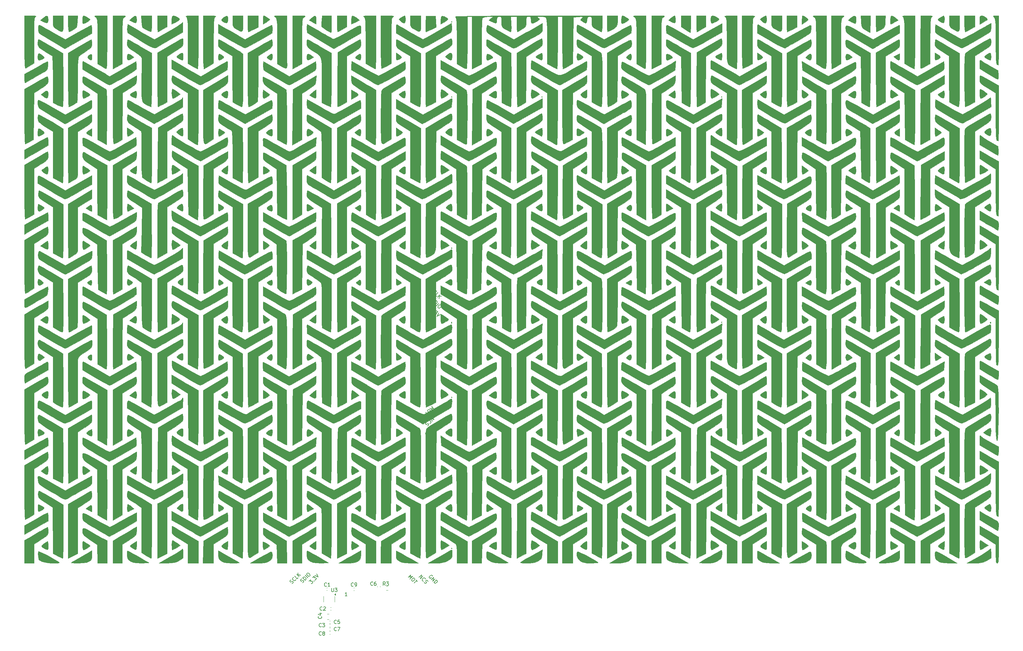
<source format=gbr>
G04 #@! TF.GenerationSoftware,KiCad,Pcbnew,9.0.2*
G04 #@! TF.CreationDate,2025-08-20T20:27:39-04:00*
G04 #@! TF.ProjectId,Trackball,54726163-6b62-4616-9c6c-2e6b69636164,rev?*
G04 #@! TF.SameCoordinates,Original*
G04 #@! TF.FileFunction,Legend,Top*
G04 #@! TF.FilePolarity,Positive*
%FSLAX46Y46*%
G04 Gerber Fmt 4.6, Leading zero omitted, Abs format (unit mm)*
G04 Created by KiCad (PCBNEW 9.0.2) date 2025-08-20 20:27:39*
%MOMM*%
%LPD*%
G01*
G04 APERTURE LIST*
%ADD10C,0.150000*%
%ADD11C,0.120000*%
%ADD12C,0.010000*%
G04 APERTURE END LIST*
D10*
X133480190Y-81678743D02*
X133547534Y-81813430D01*
X133547534Y-81813430D02*
X133715892Y-81981789D01*
X133715892Y-81981789D02*
X133816908Y-82015461D01*
X133816908Y-82015461D02*
X133884251Y-82015461D01*
X133884251Y-82015461D02*
X133985266Y-81981789D01*
X133985266Y-81981789D02*
X134052610Y-81914445D01*
X134052610Y-81914445D02*
X134086282Y-81813430D01*
X134086282Y-81813430D02*
X134086282Y-81746087D01*
X134086282Y-81746087D02*
X134052610Y-81645071D01*
X134052610Y-81645071D02*
X133951595Y-81476713D01*
X133951595Y-81476713D02*
X133917923Y-81375697D01*
X133917923Y-81375697D02*
X133917923Y-81308354D01*
X133917923Y-81308354D02*
X133951595Y-81207339D01*
X133951595Y-81207339D02*
X134018938Y-81139995D01*
X134018938Y-81139995D02*
X134119953Y-81106323D01*
X134119953Y-81106323D02*
X134187297Y-81106323D01*
X134187297Y-81106323D02*
X134288312Y-81139995D01*
X134288312Y-81139995D02*
X134456671Y-81308354D01*
X134456671Y-81308354D02*
X134524015Y-81443041D01*
X134625030Y-82756239D02*
X134557686Y-82756239D01*
X134557686Y-82756239D02*
X134422999Y-82688896D01*
X134422999Y-82688896D02*
X134355656Y-82621552D01*
X134355656Y-82621552D02*
X134288312Y-82486865D01*
X134288312Y-82486865D02*
X134288312Y-82352178D01*
X134288312Y-82352178D02*
X134321984Y-82251163D01*
X134321984Y-82251163D02*
X134422999Y-82082804D01*
X134422999Y-82082804D02*
X134524015Y-81981789D01*
X134524015Y-81981789D02*
X134692373Y-81880774D01*
X134692373Y-81880774D02*
X134793389Y-81847102D01*
X134793389Y-81847102D02*
X134928076Y-81847102D01*
X134928076Y-81847102D02*
X135062763Y-81914445D01*
X135062763Y-81914445D02*
X135130106Y-81981789D01*
X135130106Y-81981789D02*
X135197450Y-82116476D01*
X135197450Y-82116476D02*
X135197450Y-82183819D01*
X135197450Y-83463346D02*
X134860732Y-83126628D01*
X134860732Y-83126628D02*
X135567839Y-82419522D01*
X135433152Y-83699048D02*
X136140259Y-82991942D01*
X135837213Y-84103109D02*
X135938228Y-83396003D01*
X136544320Y-83396003D02*
X135736198Y-83396003D01*
X97478743Y-164019809D02*
X97613430Y-163952465D01*
X97613430Y-163952465D02*
X97781789Y-163784107D01*
X97781789Y-163784107D02*
X97815461Y-163683091D01*
X97815461Y-163683091D02*
X97815461Y-163615748D01*
X97815461Y-163615748D02*
X97781789Y-163514733D01*
X97781789Y-163514733D02*
X97714445Y-163447389D01*
X97714445Y-163447389D02*
X97613430Y-163413717D01*
X97613430Y-163413717D02*
X97546087Y-163413717D01*
X97546087Y-163413717D02*
X97445071Y-163447389D01*
X97445071Y-163447389D02*
X97276713Y-163548404D01*
X97276713Y-163548404D02*
X97175697Y-163582076D01*
X97175697Y-163582076D02*
X97108354Y-163582076D01*
X97108354Y-163582076D02*
X97007339Y-163548404D01*
X97007339Y-163548404D02*
X96939995Y-163481061D01*
X96939995Y-163481061D02*
X96906323Y-163380046D01*
X96906323Y-163380046D02*
X96906323Y-163312702D01*
X96906323Y-163312702D02*
X96939995Y-163211687D01*
X96939995Y-163211687D02*
X97108354Y-163043328D01*
X97108354Y-163043328D02*
X97243041Y-162975984D01*
X98219522Y-163346374D02*
X97512415Y-162639267D01*
X97512415Y-162639267D02*
X97680774Y-162470908D01*
X97680774Y-162470908D02*
X97815461Y-162403565D01*
X97815461Y-162403565D02*
X97950148Y-162403565D01*
X97950148Y-162403565D02*
X98051163Y-162437236D01*
X98051163Y-162437236D02*
X98219522Y-162538252D01*
X98219522Y-162538252D02*
X98320537Y-162639267D01*
X98320537Y-162639267D02*
X98421552Y-162807626D01*
X98421552Y-162807626D02*
X98455224Y-162908641D01*
X98455224Y-162908641D02*
X98455224Y-163043328D01*
X98455224Y-163043328D02*
X98387880Y-163178015D01*
X98387880Y-163178015D02*
X98219522Y-163346374D01*
X98926628Y-162639267D02*
X98219522Y-161932160D01*
X98690926Y-161460756D02*
X98825613Y-161326069D01*
X98825613Y-161326069D02*
X98926628Y-161292397D01*
X98926628Y-161292397D02*
X99061315Y-161292397D01*
X99061315Y-161292397D02*
X99229674Y-161393412D01*
X99229674Y-161393412D02*
X99465376Y-161629115D01*
X99465376Y-161629115D02*
X99566391Y-161797473D01*
X99566391Y-161797473D02*
X99566391Y-161932160D01*
X99566391Y-161932160D02*
X99532720Y-162033176D01*
X99532720Y-162033176D02*
X99398033Y-162167863D01*
X99398033Y-162167863D02*
X99297017Y-162201535D01*
X99297017Y-162201535D02*
X99162330Y-162201535D01*
X99162330Y-162201535D02*
X98993972Y-162100519D01*
X98993972Y-162100519D02*
X98758269Y-161864817D01*
X98758269Y-161864817D02*
X98657254Y-161696458D01*
X98657254Y-161696458D02*
X98657254Y-161561771D01*
X98657254Y-161561771D02*
X98690926Y-161460756D01*
X134024015Y-162193041D02*
X133990343Y-162092026D01*
X133990343Y-162092026D02*
X133889328Y-161991010D01*
X133889328Y-161991010D02*
X133754641Y-161923667D01*
X133754641Y-161923667D02*
X133619953Y-161923667D01*
X133619953Y-161923667D02*
X133518938Y-161957339D01*
X133518938Y-161957339D02*
X133350579Y-162058354D01*
X133350579Y-162058354D02*
X133249564Y-162159369D01*
X133249564Y-162159369D02*
X133148549Y-162327728D01*
X133148549Y-162327728D02*
X133114877Y-162428743D01*
X133114877Y-162428743D02*
X133114877Y-162563430D01*
X133114877Y-162563430D02*
X133182221Y-162698117D01*
X133182221Y-162698117D02*
X133249564Y-162765461D01*
X133249564Y-162765461D02*
X133384251Y-162832804D01*
X133384251Y-162832804D02*
X133451595Y-162832804D01*
X133451595Y-162832804D02*
X133687297Y-162597102D01*
X133687297Y-162597102D02*
X133552610Y-162462415D01*
X133687297Y-163203193D02*
X134394404Y-162496087D01*
X134394404Y-162496087D02*
X134091358Y-163607254D01*
X134091358Y-163607254D02*
X134798465Y-162900148D01*
X134428075Y-163943972D02*
X135135182Y-163236865D01*
X135135182Y-163236865D02*
X135303541Y-163405224D01*
X135303541Y-163405224D02*
X135370885Y-163539911D01*
X135370885Y-163539911D02*
X135370885Y-163674598D01*
X135370885Y-163674598D02*
X135337213Y-163775613D01*
X135337213Y-163775613D02*
X135236198Y-163943972D01*
X135236198Y-163943972D02*
X135135182Y-164044987D01*
X135135182Y-164044987D02*
X134966824Y-164146002D01*
X134966824Y-164146002D02*
X134865808Y-164179674D01*
X134865808Y-164179674D02*
X134731121Y-164179674D01*
X134731121Y-164179674D02*
X134596434Y-164112331D01*
X134596434Y-164112331D02*
X134428075Y-163943972D01*
X134056958Y-121224015D02*
X134157973Y-121190343D01*
X134157973Y-121190343D02*
X134258989Y-121089328D01*
X134258989Y-121089328D02*
X134326332Y-120954641D01*
X134326332Y-120954641D02*
X134326332Y-120819953D01*
X134326332Y-120819953D02*
X134292660Y-120718938D01*
X134292660Y-120718938D02*
X134191645Y-120550579D01*
X134191645Y-120550579D02*
X134090630Y-120449564D01*
X134090630Y-120449564D02*
X133922271Y-120348549D01*
X133922271Y-120348549D02*
X133821256Y-120314877D01*
X133821256Y-120314877D02*
X133686569Y-120314877D01*
X133686569Y-120314877D02*
X133551882Y-120382221D01*
X133551882Y-120382221D02*
X133484538Y-120449564D01*
X133484538Y-120449564D02*
X133417195Y-120584251D01*
X133417195Y-120584251D02*
X133417195Y-120651595D01*
X133417195Y-120651595D02*
X133652897Y-120887297D01*
X133652897Y-120887297D02*
X133787584Y-120752610D01*
X133046806Y-120887297D02*
X133753912Y-121594404D01*
X133753912Y-121594404D02*
X132642745Y-121291358D01*
X132642745Y-121291358D02*
X133349851Y-121998465D01*
X132306027Y-121628075D02*
X133013134Y-122335182D01*
X133013134Y-122335182D02*
X132844775Y-122503541D01*
X132844775Y-122503541D02*
X132710088Y-122570885D01*
X132710088Y-122570885D02*
X132575401Y-122570885D01*
X132575401Y-122570885D02*
X132474386Y-122537213D01*
X132474386Y-122537213D02*
X132306027Y-122436198D01*
X132306027Y-122436198D02*
X132205012Y-122335182D01*
X132205012Y-122335182D02*
X132103997Y-122166824D01*
X132103997Y-122166824D02*
X132070325Y-122065808D01*
X132070325Y-122065808D02*
X132070325Y-121931121D01*
X132070325Y-121931121D02*
X132137668Y-121796434D01*
X132137668Y-121796434D02*
X132306027Y-121628075D01*
X130230190Y-162496087D02*
X130937297Y-161788980D01*
X130937297Y-161788980D02*
X130634251Y-162900148D01*
X130634251Y-162900148D02*
X131341358Y-162193041D01*
X131442373Y-163573583D02*
X131375030Y-163573583D01*
X131375030Y-163573583D02*
X131240343Y-163506239D01*
X131240343Y-163506239D02*
X131172999Y-163438896D01*
X131172999Y-163438896D02*
X131105656Y-163304209D01*
X131105656Y-163304209D02*
X131105656Y-163169522D01*
X131105656Y-163169522D02*
X131139327Y-163068506D01*
X131139327Y-163068506D02*
X131240343Y-162900148D01*
X131240343Y-162900148D02*
X131341358Y-162799132D01*
X131341358Y-162799132D02*
X131509717Y-162698117D01*
X131509717Y-162698117D02*
X131610732Y-162664445D01*
X131610732Y-162664445D02*
X131745419Y-162664445D01*
X131745419Y-162664445D02*
X131880106Y-162731789D01*
X131880106Y-162731789D02*
X131947450Y-162799132D01*
X131947450Y-162799132D02*
X132014793Y-162933819D01*
X132014793Y-162933819D02*
X132014793Y-163001163D01*
X131678075Y-163876628D02*
X131745419Y-164011315D01*
X131745419Y-164011315D02*
X131913778Y-164179674D01*
X131913778Y-164179674D02*
X132014793Y-164213346D01*
X132014793Y-164213346D02*
X132082137Y-164213346D01*
X132082137Y-164213346D02*
X132183152Y-164179674D01*
X132183152Y-164179674D02*
X132250495Y-164112331D01*
X132250495Y-164112331D02*
X132284167Y-164011315D01*
X132284167Y-164011315D02*
X132284167Y-163943972D01*
X132284167Y-163943972D02*
X132250495Y-163842957D01*
X132250495Y-163842957D02*
X132149480Y-163674598D01*
X132149480Y-163674598D02*
X132115808Y-163573583D01*
X132115808Y-163573583D02*
X132115808Y-163506239D01*
X132115808Y-163506239D02*
X132149480Y-163405224D01*
X132149480Y-163405224D02*
X132216824Y-163337880D01*
X132216824Y-163337880D02*
X132317839Y-163304209D01*
X132317839Y-163304209D02*
X132385182Y-163304209D01*
X132385182Y-163304209D02*
X132486198Y-163337880D01*
X132486198Y-163337880D02*
X132654556Y-163506239D01*
X132654556Y-163506239D02*
X132721900Y-163640926D01*
X127230190Y-162496087D02*
X127937297Y-161788980D01*
X127937297Y-161788980D02*
X127667923Y-162529758D01*
X127667923Y-162529758D02*
X128408702Y-162260384D01*
X128408702Y-162260384D02*
X127701595Y-162967491D01*
X128880106Y-162731789D02*
X129014793Y-162866476D01*
X129014793Y-162866476D02*
X129048465Y-162967491D01*
X129048465Y-162967491D02*
X129048465Y-163102178D01*
X129048465Y-163102178D02*
X128947449Y-163270537D01*
X128947449Y-163270537D02*
X128711747Y-163506239D01*
X128711747Y-163506239D02*
X128543388Y-163607254D01*
X128543388Y-163607254D02*
X128408701Y-163607254D01*
X128408701Y-163607254D02*
X128307686Y-163573582D01*
X128307686Y-163573582D02*
X128172999Y-163438895D01*
X128172999Y-163438895D02*
X128139327Y-163337880D01*
X128139327Y-163337880D02*
X128139327Y-163203193D01*
X128139327Y-163203193D02*
X128240343Y-163034834D01*
X128240343Y-163034834D02*
X128476045Y-162799132D01*
X128476045Y-162799132D02*
X128644404Y-162698117D01*
X128644404Y-162698117D02*
X128779091Y-162698117D01*
X128779091Y-162698117D02*
X128880106Y-162731789D01*
X129385182Y-163236865D02*
X129789243Y-163640926D01*
X128880106Y-164146002D02*
X129587213Y-163438895D01*
X134119953Y-86471636D02*
X134557686Y-86909369D01*
X134557686Y-86909369D02*
X134052610Y-86943041D01*
X134052610Y-86943041D02*
X134153625Y-87044056D01*
X134153625Y-87044056D02*
X134187297Y-87145071D01*
X134187297Y-87145071D02*
X134187297Y-87212415D01*
X134187297Y-87212415D02*
X134153625Y-87313430D01*
X134153625Y-87313430D02*
X133985266Y-87481789D01*
X133985266Y-87481789D02*
X133884251Y-87515461D01*
X133884251Y-87515461D02*
X133816908Y-87515461D01*
X133816908Y-87515461D02*
X133715892Y-87481789D01*
X133715892Y-87481789D02*
X133513862Y-87279758D01*
X133513862Y-87279758D02*
X133480190Y-87178743D01*
X133480190Y-87178743D02*
X133480190Y-87111400D01*
X134220969Y-87852178D02*
X134220969Y-87919522D01*
X134220969Y-87919522D02*
X134153625Y-87919522D01*
X134153625Y-87919522D02*
X134153625Y-87852178D01*
X134153625Y-87852178D02*
X134220969Y-87852178D01*
X134220969Y-87852178D02*
X134153625Y-87919522D01*
X135130106Y-87481789D02*
X135567839Y-87919521D01*
X135567839Y-87919521D02*
X135062762Y-87953193D01*
X135062762Y-87953193D02*
X135163777Y-88054208D01*
X135163777Y-88054208D02*
X135197449Y-88155224D01*
X135197449Y-88155224D02*
X135197449Y-88222567D01*
X135197449Y-88222567D02*
X135163777Y-88323582D01*
X135163777Y-88323582D02*
X134995419Y-88491941D01*
X134995419Y-88491941D02*
X134894403Y-88525613D01*
X134894403Y-88525613D02*
X134827060Y-88525613D01*
X134827060Y-88525613D02*
X134726045Y-88491941D01*
X134726045Y-88491941D02*
X134524014Y-88289911D01*
X134524014Y-88289911D02*
X134490342Y-88188895D01*
X134490342Y-88188895D02*
X134490342Y-88121552D01*
X135769869Y-88121552D02*
X135298465Y-89064361D01*
X135298465Y-89064361D02*
X136241274Y-88592956D01*
X133753912Y-114430190D02*
X134461019Y-115137297D01*
X134461019Y-115137297D02*
X133720241Y-114867923D01*
X133720241Y-114867923D02*
X133989615Y-115608702D01*
X133989615Y-115608702D02*
X133282508Y-114901595D01*
X133518210Y-116080106D02*
X133383523Y-116214793D01*
X133383523Y-116214793D02*
X133282508Y-116248465D01*
X133282508Y-116248465D02*
X133147821Y-116248465D01*
X133147821Y-116248465D02*
X132979462Y-116147449D01*
X132979462Y-116147449D02*
X132743760Y-115911747D01*
X132743760Y-115911747D02*
X132642745Y-115743388D01*
X132642745Y-115743388D02*
X132642745Y-115608701D01*
X132642745Y-115608701D02*
X132676417Y-115507686D01*
X132676417Y-115507686D02*
X132811104Y-115372999D01*
X132811104Y-115372999D02*
X132912119Y-115339327D01*
X132912119Y-115339327D02*
X133046806Y-115339327D01*
X133046806Y-115339327D02*
X133215165Y-115440343D01*
X133215165Y-115440343D02*
X133450867Y-115676045D01*
X133450867Y-115676045D02*
X133551882Y-115844404D01*
X133551882Y-115844404D02*
X133551882Y-115979091D01*
X133551882Y-115979091D02*
X133518210Y-116080106D01*
X133013134Y-116585182D02*
X132609073Y-116989243D01*
X132103997Y-116080106D02*
X132811104Y-116787213D01*
X99271636Y-163630046D02*
X99709369Y-163192313D01*
X99709369Y-163192313D02*
X99743041Y-163697389D01*
X99743041Y-163697389D02*
X99844056Y-163596374D01*
X99844056Y-163596374D02*
X99945071Y-163562702D01*
X99945071Y-163562702D02*
X100012415Y-163562702D01*
X100012415Y-163562702D02*
X100113430Y-163596374D01*
X100113430Y-163596374D02*
X100281789Y-163764733D01*
X100281789Y-163764733D02*
X100315461Y-163865748D01*
X100315461Y-163865748D02*
X100315461Y-163933091D01*
X100315461Y-163933091D02*
X100281789Y-164034107D01*
X100281789Y-164034107D02*
X100079758Y-164236137D01*
X100079758Y-164236137D02*
X99978743Y-164269809D01*
X99978743Y-164269809D02*
X99911400Y-164269809D01*
X100652178Y-163529030D02*
X100719522Y-163529030D01*
X100719522Y-163529030D02*
X100719522Y-163596374D01*
X100719522Y-163596374D02*
X100652178Y-163596374D01*
X100652178Y-163596374D02*
X100652178Y-163529030D01*
X100652178Y-163529030D02*
X100719522Y-163596374D01*
X100281789Y-162619893D02*
X100719521Y-162182160D01*
X100719521Y-162182160D02*
X100753193Y-162687237D01*
X100753193Y-162687237D02*
X100854208Y-162586222D01*
X100854208Y-162586222D02*
X100955224Y-162552550D01*
X100955224Y-162552550D02*
X101022567Y-162552550D01*
X101022567Y-162552550D02*
X101123582Y-162586222D01*
X101123582Y-162586222D02*
X101291941Y-162754580D01*
X101291941Y-162754580D02*
X101325613Y-162855596D01*
X101325613Y-162855596D02*
X101325613Y-162922939D01*
X101325613Y-162922939D02*
X101291941Y-163023954D01*
X101291941Y-163023954D02*
X101089911Y-163225985D01*
X101089911Y-163225985D02*
X100988895Y-163259657D01*
X100988895Y-163259657D02*
X100921552Y-163259657D01*
X100921552Y-161980130D02*
X101864361Y-162451534D01*
X101864361Y-162451534D02*
X101392956Y-161508725D01*
X110010588Y-167719819D02*
X109439160Y-167719819D01*
X109724874Y-167719819D02*
X109724874Y-166719819D01*
X109724874Y-166719819D02*
X109629636Y-166862676D01*
X109629636Y-166862676D02*
X109534398Y-166957914D01*
X109534398Y-166957914D02*
X109439160Y-167005533D01*
X133730190Y-84678743D02*
X133797534Y-84813430D01*
X133797534Y-84813430D02*
X133965892Y-84981789D01*
X133965892Y-84981789D02*
X134066908Y-85015461D01*
X134066908Y-85015461D02*
X134134251Y-85015461D01*
X134134251Y-85015461D02*
X134235266Y-84981789D01*
X134235266Y-84981789D02*
X134302610Y-84914445D01*
X134302610Y-84914445D02*
X134336282Y-84813430D01*
X134336282Y-84813430D02*
X134336282Y-84746087D01*
X134336282Y-84746087D02*
X134302610Y-84645071D01*
X134302610Y-84645071D02*
X134201595Y-84476713D01*
X134201595Y-84476713D02*
X134167923Y-84375697D01*
X134167923Y-84375697D02*
X134167923Y-84308354D01*
X134167923Y-84308354D02*
X134201595Y-84207339D01*
X134201595Y-84207339D02*
X134268938Y-84139995D01*
X134268938Y-84139995D02*
X134369953Y-84106323D01*
X134369953Y-84106323D02*
X134437297Y-84106323D01*
X134437297Y-84106323D02*
X134538312Y-84139995D01*
X134538312Y-84139995D02*
X134706671Y-84308354D01*
X134706671Y-84308354D02*
X134774015Y-84443041D01*
X134403625Y-85419522D02*
X135110732Y-84712415D01*
X135110732Y-84712415D02*
X135279091Y-84880774D01*
X135279091Y-84880774D02*
X135346434Y-85015461D01*
X135346434Y-85015461D02*
X135346434Y-85150148D01*
X135346434Y-85150148D02*
X135312763Y-85251163D01*
X135312763Y-85251163D02*
X135211747Y-85419522D01*
X135211747Y-85419522D02*
X135110732Y-85520537D01*
X135110732Y-85520537D02*
X134942373Y-85621552D01*
X134942373Y-85621552D02*
X134841358Y-85655224D01*
X134841358Y-85655224D02*
X134706671Y-85655224D01*
X134706671Y-85655224D02*
X134571984Y-85587880D01*
X134571984Y-85587880D02*
X134403625Y-85419522D01*
X135110732Y-86126628D02*
X135817839Y-85419522D01*
X136289243Y-85890926D02*
X136423930Y-86025613D01*
X136423930Y-86025613D02*
X136457602Y-86126628D01*
X136457602Y-86126628D02*
X136457602Y-86261315D01*
X136457602Y-86261315D02*
X136356587Y-86429674D01*
X136356587Y-86429674D02*
X136120884Y-86665376D01*
X136120884Y-86665376D02*
X135952526Y-86766391D01*
X135952526Y-86766391D02*
X135817839Y-86766391D01*
X135817839Y-86766391D02*
X135716823Y-86732720D01*
X135716823Y-86732720D02*
X135582136Y-86598033D01*
X135582136Y-86598033D02*
X135548464Y-86497017D01*
X135548464Y-86497017D02*
X135548464Y-86362330D01*
X135548464Y-86362330D02*
X135649480Y-86193972D01*
X135649480Y-86193972D02*
X135885182Y-85958269D01*
X135885182Y-85958269D02*
X136053541Y-85857254D01*
X136053541Y-85857254D02*
X136188228Y-85857254D01*
X136188228Y-85857254D02*
X136289243Y-85890926D01*
X94478743Y-164269809D02*
X94613430Y-164202465D01*
X94613430Y-164202465D02*
X94781789Y-164034107D01*
X94781789Y-164034107D02*
X94815461Y-163933091D01*
X94815461Y-163933091D02*
X94815461Y-163865748D01*
X94815461Y-163865748D02*
X94781789Y-163764733D01*
X94781789Y-163764733D02*
X94714445Y-163697389D01*
X94714445Y-163697389D02*
X94613430Y-163663717D01*
X94613430Y-163663717D02*
X94546087Y-163663717D01*
X94546087Y-163663717D02*
X94445071Y-163697389D01*
X94445071Y-163697389D02*
X94276713Y-163798404D01*
X94276713Y-163798404D02*
X94175697Y-163832076D01*
X94175697Y-163832076D02*
X94108354Y-163832076D01*
X94108354Y-163832076D02*
X94007339Y-163798404D01*
X94007339Y-163798404D02*
X93939995Y-163731061D01*
X93939995Y-163731061D02*
X93906323Y-163630046D01*
X93906323Y-163630046D02*
X93906323Y-163562702D01*
X93906323Y-163562702D02*
X93939995Y-163461687D01*
X93939995Y-163461687D02*
X94108354Y-163293328D01*
X94108354Y-163293328D02*
X94243041Y-163225984D01*
X95556239Y-163124969D02*
X95556239Y-163192313D01*
X95556239Y-163192313D02*
X95488896Y-163327000D01*
X95488896Y-163327000D02*
X95421552Y-163394343D01*
X95421552Y-163394343D02*
X95286865Y-163461687D01*
X95286865Y-163461687D02*
X95152178Y-163461687D01*
X95152178Y-163461687D02*
X95051163Y-163428015D01*
X95051163Y-163428015D02*
X94882804Y-163327000D01*
X94882804Y-163327000D02*
X94781789Y-163225984D01*
X94781789Y-163225984D02*
X94680774Y-163057626D01*
X94680774Y-163057626D02*
X94647102Y-162956610D01*
X94647102Y-162956610D02*
X94647102Y-162821923D01*
X94647102Y-162821923D02*
X94714445Y-162687236D01*
X94714445Y-162687236D02*
X94781789Y-162619893D01*
X94781789Y-162619893D02*
X94916476Y-162552549D01*
X94916476Y-162552549D02*
X94983819Y-162552549D01*
X96263346Y-162552549D02*
X95926628Y-162889267D01*
X95926628Y-162889267D02*
X95219522Y-162182160D01*
X96499048Y-162316847D02*
X95791942Y-161609740D01*
X96903109Y-161912786D02*
X96196003Y-161811771D01*
X96196003Y-161205679D02*
X96196003Y-162013801D01*
X133753912Y-117430190D02*
X134461019Y-118137297D01*
X134461019Y-118137297D02*
X133349851Y-117834251D01*
X133349851Y-117834251D02*
X134056958Y-118541358D01*
X132676416Y-118642373D02*
X132676416Y-118575030D01*
X132676416Y-118575030D02*
X132743760Y-118440343D01*
X132743760Y-118440343D02*
X132811103Y-118372999D01*
X132811103Y-118372999D02*
X132945790Y-118305656D01*
X132945790Y-118305656D02*
X133080477Y-118305656D01*
X133080477Y-118305656D02*
X133181493Y-118339327D01*
X133181493Y-118339327D02*
X133349851Y-118440343D01*
X133349851Y-118440343D02*
X133450867Y-118541358D01*
X133450867Y-118541358D02*
X133551882Y-118709717D01*
X133551882Y-118709717D02*
X133585554Y-118810732D01*
X133585554Y-118810732D02*
X133585554Y-118945419D01*
X133585554Y-118945419D02*
X133518210Y-119080106D01*
X133518210Y-119080106D02*
X133450867Y-119147450D01*
X133450867Y-119147450D02*
X133316180Y-119214793D01*
X133316180Y-119214793D02*
X133248836Y-119214793D01*
X132373371Y-118878075D02*
X132238684Y-118945419D01*
X132238684Y-118945419D02*
X132070325Y-119113778D01*
X132070325Y-119113778D02*
X132036653Y-119214793D01*
X132036653Y-119214793D02*
X132036653Y-119282137D01*
X132036653Y-119282137D02*
X132070325Y-119383152D01*
X132070325Y-119383152D02*
X132137668Y-119450495D01*
X132137668Y-119450495D02*
X132238684Y-119484167D01*
X132238684Y-119484167D02*
X132306027Y-119484167D01*
X132306027Y-119484167D02*
X132407042Y-119450495D01*
X132407042Y-119450495D02*
X132575401Y-119349480D01*
X132575401Y-119349480D02*
X132676416Y-119315808D01*
X132676416Y-119315808D02*
X132743760Y-119315808D01*
X132743760Y-119315808D02*
X132844775Y-119349480D01*
X132844775Y-119349480D02*
X132912119Y-119416824D01*
X132912119Y-119416824D02*
X132945790Y-119517839D01*
X132945790Y-119517839D02*
X132945790Y-119585182D01*
X132945790Y-119585182D02*
X132912119Y-119686198D01*
X132912119Y-119686198D02*
X132743760Y-119854556D01*
X132743760Y-119854556D02*
X132609073Y-119921900D01*
X117233333Y-164709580D02*
X117185714Y-164757200D01*
X117185714Y-164757200D02*
X117042857Y-164804819D01*
X117042857Y-164804819D02*
X116947619Y-164804819D01*
X116947619Y-164804819D02*
X116804762Y-164757200D01*
X116804762Y-164757200D02*
X116709524Y-164661961D01*
X116709524Y-164661961D02*
X116661905Y-164566723D01*
X116661905Y-164566723D02*
X116614286Y-164376247D01*
X116614286Y-164376247D02*
X116614286Y-164233390D01*
X116614286Y-164233390D02*
X116661905Y-164042914D01*
X116661905Y-164042914D02*
X116709524Y-163947676D01*
X116709524Y-163947676D02*
X116804762Y-163852438D01*
X116804762Y-163852438D02*
X116947619Y-163804819D01*
X116947619Y-163804819D02*
X117042857Y-163804819D01*
X117042857Y-163804819D02*
X117185714Y-163852438D01*
X117185714Y-163852438D02*
X117233333Y-163900057D01*
X118090476Y-163804819D02*
X117900000Y-163804819D01*
X117900000Y-163804819D02*
X117804762Y-163852438D01*
X117804762Y-163852438D02*
X117757143Y-163900057D01*
X117757143Y-163900057D02*
X117661905Y-164042914D01*
X117661905Y-164042914D02*
X117614286Y-164233390D01*
X117614286Y-164233390D02*
X117614286Y-164614342D01*
X117614286Y-164614342D02*
X117661905Y-164709580D01*
X117661905Y-164709580D02*
X117709524Y-164757200D01*
X117709524Y-164757200D02*
X117804762Y-164804819D01*
X117804762Y-164804819D02*
X117995238Y-164804819D01*
X117995238Y-164804819D02*
X118090476Y-164757200D01*
X118090476Y-164757200D02*
X118138095Y-164709580D01*
X118138095Y-164709580D02*
X118185714Y-164614342D01*
X118185714Y-164614342D02*
X118185714Y-164376247D01*
X118185714Y-164376247D02*
X118138095Y-164281009D01*
X118138095Y-164281009D02*
X118090476Y-164233390D01*
X118090476Y-164233390D02*
X117995238Y-164185771D01*
X117995238Y-164185771D02*
X117804762Y-164185771D01*
X117804762Y-164185771D02*
X117709524Y-164233390D01*
X117709524Y-164233390D02*
X117661905Y-164281009D01*
X117661905Y-164281009D02*
X117614286Y-164376247D01*
X102733333Y-178709580D02*
X102685714Y-178757200D01*
X102685714Y-178757200D02*
X102542857Y-178804819D01*
X102542857Y-178804819D02*
X102447619Y-178804819D01*
X102447619Y-178804819D02*
X102304762Y-178757200D01*
X102304762Y-178757200D02*
X102209524Y-178661961D01*
X102209524Y-178661961D02*
X102161905Y-178566723D01*
X102161905Y-178566723D02*
X102114286Y-178376247D01*
X102114286Y-178376247D02*
X102114286Y-178233390D01*
X102114286Y-178233390D02*
X102161905Y-178042914D01*
X102161905Y-178042914D02*
X102209524Y-177947676D01*
X102209524Y-177947676D02*
X102304762Y-177852438D01*
X102304762Y-177852438D02*
X102447619Y-177804819D01*
X102447619Y-177804819D02*
X102542857Y-177804819D01*
X102542857Y-177804819D02*
X102685714Y-177852438D01*
X102685714Y-177852438D02*
X102733333Y-177900057D01*
X103304762Y-178233390D02*
X103209524Y-178185771D01*
X103209524Y-178185771D02*
X103161905Y-178138152D01*
X103161905Y-178138152D02*
X103114286Y-178042914D01*
X103114286Y-178042914D02*
X103114286Y-177995295D01*
X103114286Y-177995295D02*
X103161905Y-177900057D01*
X103161905Y-177900057D02*
X103209524Y-177852438D01*
X103209524Y-177852438D02*
X103304762Y-177804819D01*
X103304762Y-177804819D02*
X103495238Y-177804819D01*
X103495238Y-177804819D02*
X103590476Y-177852438D01*
X103590476Y-177852438D02*
X103638095Y-177900057D01*
X103638095Y-177900057D02*
X103685714Y-177995295D01*
X103685714Y-177995295D02*
X103685714Y-178042914D01*
X103685714Y-178042914D02*
X103638095Y-178138152D01*
X103638095Y-178138152D02*
X103590476Y-178185771D01*
X103590476Y-178185771D02*
X103495238Y-178233390D01*
X103495238Y-178233390D02*
X103304762Y-178233390D01*
X103304762Y-178233390D02*
X103209524Y-178281009D01*
X103209524Y-178281009D02*
X103161905Y-178328628D01*
X103161905Y-178328628D02*
X103114286Y-178423866D01*
X103114286Y-178423866D02*
X103114286Y-178614342D01*
X103114286Y-178614342D02*
X103161905Y-178709580D01*
X103161905Y-178709580D02*
X103209524Y-178757200D01*
X103209524Y-178757200D02*
X103304762Y-178804819D01*
X103304762Y-178804819D02*
X103495238Y-178804819D01*
X103495238Y-178804819D02*
X103590476Y-178757200D01*
X103590476Y-178757200D02*
X103638095Y-178709580D01*
X103638095Y-178709580D02*
X103685714Y-178614342D01*
X103685714Y-178614342D02*
X103685714Y-178423866D01*
X103685714Y-178423866D02*
X103638095Y-178328628D01*
X103638095Y-178328628D02*
X103590476Y-178281009D01*
X103590476Y-178281009D02*
X103495238Y-178233390D01*
X102983333Y-171709580D02*
X102935714Y-171757200D01*
X102935714Y-171757200D02*
X102792857Y-171804819D01*
X102792857Y-171804819D02*
X102697619Y-171804819D01*
X102697619Y-171804819D02*
X102554762Y-171757200D01*
X102554762Y-171757200D02*
X102459524Y-171661961D01*
X102459524Y-171661961D02*
X102411905Y-171566723D01*
X102411905Y-171566723D02*
X102364286Y-171376247D01*
X102364286Y-171376247D02*
X102364286Y-171233390D01*
X102364286Y-171233390D02*
X102411905Y-171042914D01*
X102411905Y-171042914D02*
X102459524Y-170947676D01*
X102459524Y-170947676D02*
X102554762Y-170852438D01*
X102554762Y-170852438D02*
X102697619Y-170804819D01*
X102697619Y-170804819D02*
X102792857Y-170804819D01*
X102792857Y-170804819D02*
X102935714Y-170852438D01*
X102935714Y-170852438D02*
X102983333Y-170900057D01*
X103364286Y-170900057D02*
X103411905Y-170852438D01*
X103411905Y-170852438D02*
X103507143Y-170804819D01*
X103507143Y-170804819D02*
X103745238Y-170804819D01*
X103745238Y-170804819D02*
X103840476Y-170852438D01*
X103840476Y-170852438D02*
X103888095Y-170900057D01*
X103888095Y-170900057D02*
X103935714Y-170995295D01*
X103935714Y-170995295D02*
X103935714Y-171090533D01*
X103935714Y-171090533D02*
X103888095Y-171233390D01*
X103888095Y-171233390D02*
X103316667Y-171804819D01*
X103316667Y-171804819D02*
X103935714Y-171804819D01*
X104233333Y-164959580D02*
X104185714Y-165007200D01*
X104185714Y-165007200D02*
X104042857Y-165054819D01*
X104042857Y-165054819D02*
X103947619Y-165054819D01*
X103947619Y-165054819D02*
X103804762Y-165007200D01*
X103804762Y-165007200D02*
X103709524Y-164911961D01*
X103709524Y-164911961D02*
X103661905Y-164816723D01*
X103661905Y-164816723D02*
X103614286Y-164626247D01*
X103614286Y-164626247D02*
X103614286Y-164483390D01*
X103614286Y-164483390D02*
X103661905Y-164292914D01*
X103661905Y-164292914D02*
X103709524Y-164197676D01*
X103709524Y-164197676D02*
X103804762Y-164102438D01*
X103804762Y-164102438D02*
X103947619Y-164054819D01*
X103947619Y-164054819D02*
X104042857Y-164054819D01*
X104042857Y-164054819D02*
X104185714Y-164102438D01*
X104185714Y-164102438D02*
X104233333Y-164150057D01*
X105185714Y-165054819D02*
X104614286Y-165054819D01*
X104900000Y-165054819D02*
X104900000Y-164054819D01*
X104900000Y-164054819D02*
X104804762Y-164197676D01*
X104804762Y-164197676D02*
X104709524Y-164292914D01*
X104709524Y-164292914D02*
X104614286Y-164340533D01*
X106983333Y-175459580D02*
X106935714Y-175507200D01*
X106935714Y-175507200D02*
X106792857Y-175554819D01*
X106792857Y-175554819D02*
X106697619Y-175554819D01*
X106697619Y-175554819D02*
X106554762Y-175507200D01*
X106554762Y-175507200D02*
X106459524Y-175411961D01*
X106459524Y-175411961D02*
X106411905Y-175316723D01*
X106411905Y-175316723D02*
X106364286Y-175126247D01*
X106364286Y-175126247D02*
X106364286Y-174983390D01*
X106364286Y-174983390D02*
X106411905Y-174792914D01*
X106411905Y-174792914D02*
X106459524Y-174697676D01*
X106459524Y-174697676D02*
X106554762Y-174602438D01*
X106554762Y-174602438D02*
X106697619Y-174554819D01*
X106697619Y-174554819D02*
X106792857Y-174554819D01*
X106792857Y-174554819D02*
X106935714Y-174602438D01*
X106935714Y-174602438D02*
X106983333Y-174650057D01*
X107888095Y-174554819D02*
X107411905Y-174554819D01*
X107411905Y-174554819D02*
X107364286Y-175031009D01*
X107364286Y-175031009D02*
X107411905Y-174983390D01*
X107411905Y-174983390D02*
X107507143Y-174935771D01*
X107507143Y-174935771D02*
X107745238Y-174935771D01*
X107745238Y-174935771D02*
X107840476Y-174983390D01*
X107840476Y-174983390D02*
X107888095Y-175031009D01*
X107888095Y-175031009D02*
X107935714Y-175126247D01*
X107935714Y-175126247D02*
X107935714Y-175364342D01*
X107935714Y-175364342D02*
X107888095Y-175459580D01*
X107888095Y-175459580D02*
X107840476Y-175507200D01*
X107840476Y-175507200D02*
X107745238Y-175554819D01*
X107745238Y-175554819D02*
X107507143Y-175554819D01*
X107507143Y-175554819D02*
X107411905Y-175507200D01*
X107411905Y-175507200D02*
X107364286Y-175459580D01*
X105638095Y-165554819D02*
X105638095Y-166364342D01*
X105638095Y-166364342D02*
X105685714Y-166459580D01*
X105685714Y-166459580D02*
X105733333Y-166507200D01*
X105733333Y-166507200D02*
X105828571Y-166554819D01*
X105828571Y-166554819D02*
X106019047Y-166554819D01*
X106019047Y-166554819D02*
X106114285Y-166507200D01*
X106114285Y-166507200D02*
X106161904Y-166459580D01*
X106161904Y-166459580D02*
X106209523Y-166364342D01*
X106209523Y-166364342D02*
X106209523Y-165554819D01*
X106590476Y-165554819D02*
X107209523Y-165554819D01*
X107209523Y-165554819D02*
X106876190Y-165935771D01*
X106876190Y-165935771D02*
X107019047Y-165935771D01*
X107019047Y-165935771D02*
X107114285Y-165983390D01*
X107114285Y-165983390D02*
X107161904Y-166031009D01*
X107161904Y-166031009D02*
X107209523Y-166126247D01*
X107209523Y-166126247D02*
X107209523Y-166364342D01*
X107209523Y-166364342D02*
X107161904Y-166459580D01*
X107161904Y-166459580D02*
X107114285Y-166507200D01*
X107114285Y-166507200D02*
X107019047Y-166554819D01*
X107019047Y-166554819D02*
X106733333Y-166554819D01*
X106733333Y-166554819D02*
X106638095Y-166507200D01*
X106638095Y-166507200D02*
X106590476Y-166459580D01*
X111753333Y-164959580D02*
X111705714Y-165007200D01*
X111705714Y-165007200D02*
X111562857Y-165054819D01*
X111562857Y-165054819D02*
X111467619Y-165054819D01*
X111467619Y-165054819D02*
X111324762Y-165007200D01*
X111324762Y-165007200D02*
X111229524Y-164911961D01*
X111229524Y-164911961D02*
X111181905Y-164816723D01*
X111181905Y-164816723D02*
X111134286Y-164626247D01*
X111134286Y-164626247D02*
X111134286Y-164483390D01*
X111134286Y-164483390D02*
X111181905Y-164292914D01*
X111181905Y-164292914D02*
X111229524Y-164197676D01*
X111229524Y-164197676D02*
X111324762Y-164102438D01*
X111324762Y-164102438D02*
X111467619Y-164054819D01*
X111467619Y-164054819D02*
X111562857Y-164054819D01*
X111562857Y-164054819D02*
X111705714Y-164102438D01*
X111705714Y-164102438D02*
X111753333Y-164150057D01*
X112229524Y-165054819D02*
X112420000Y-165054819D01*
X112420000Y-165054819D02*
X112515238Y-165007200D01*
X112515238Y-165007200D02*
X112562857Y-164959580D01*
X112562857Y-164959580D02*
X112658095Y-164816723D01*
X112658095Y-164816723D02*
X112705714Y-164626247D01*
X112705714Y-164626247D02*
X112705714Y-164245295D01*
X112705714Y-164245295D02*
X112658095Y-164150057D01*
X112658095Y-164150057D02*
X112610476Y-164102438D01*
X112610476Y-164102438D02*
X112515238Y-164054819D01*
X112515238Y-164054819D02*
X112324762Y-164054819D01*
X112324762Y-164054819D02*
X112229524Y-164102438D01*
X112229524Y-164102438D02*
X112181905Y-164150057D01*
X112181905Y-164150057D02*
X112134286Y-164245295D01*
X112134286Y-164245295D02*
X112134286Y-164483390D01*
X112134286Y-164483390D02*
X112181905Y-164578628D01*
X112181905Y-164578628D02*
X112229524Y-164626247D01*
X112229524Y-164626247D02*
X112324762Y-164673866D01*
X112324762Y-164673866D02*
X112515238Y-164673866D01*
X112515238Y-164673866D02*
X112610476Y-164626247D01*
X112610476Y-164626247D02*
X112658095Y-164578628D01*
X112658095Y-164578628D02*
X112705714Y-164483390D01*
X120733333Y-164804819D02*
X120400000Y-164328628D01*
X120161905Y-164804819D02*
X120161905Y-163804819D01*
X120161905Y-163804819D02*
X120542857Y-163804819D01*
X120542857Y-163804819D02*
X120638095Y-163852438D01*
X120638095Y-163852438D02*
X120685714Y-163900057D01*
X120685714Y-163900057D02*
X120733333Y-163995295D01*
X120733333Y-163995295D02*
X120733333Y-164138152D01*
X120733333Y-164138152D02*
X120685714Y-164233390D01*
X120685714Y-164233390D02*
X120638095Y-164281009D01*
X120638095Y-164281009D02*
X120542857Y-164328628D01*
X120542857Y-164328628D02*
X120161905Y-164328628D01*
X121066667Y-163804819D02*
X121685714Y-163804819D01*
X121685714Y-163804819D02*
X121352381Y-164185771D01*
X121352381Y-164185771D02*
X121495238Y-164185771D01*
X121495238Y-164185771D02*
X121590476Y-164233390D01*
X121590476Y-164233390D02*
X121638095Y-164281009D01*
X121638095Y-164281009D02*
X121685714Y-164376247D01*
X121685714Y-164376247D02*
X121685714Y-164614342D01*
X121685714Y-164614342D02*
X121638095Y-164709580D01*
X121638095Y-164709580D02*
X121590476Y-164757200D01*
X121590476Y-164757200D02*
X121495238Y-164804819D01*
X121495238Y-164804819D02*
X121209524Y-164804819D01*
X121209524Y-164804819D02*
X121114286Y-164757200D01*
X121114286Y-164757200D02*
X121066667Y-164709580D01*
X102733333Y-176359580D02*
X102685714Y-176407200D01*
X102685714Y-176407200D02*
X102542857Y-176454819D01*
X102542857Y-176454819D02*
X102447619Y-176454819D01*
X102447619Y-176454819D02*
X102304762Y-176407200D01*
X102304762Y-176407200D02*
X102209524Y-176311961D01*
X102209524Y-176311961D02*
X102161905Y-176216723D01*
X102161905Y-176216723D02*
X102114286Y-176026247D01*
X102114286Y-176026247D02*
X102114286Y-175883390D01*
X102114286Y-175883390D02*
X102161905Y-175692914D01*
X102161905Y-175692914D02*
X102209524Y-175597676D01*
X102209524Y-175597676D02*
X102304762Y-175502438D01*
X102304762Y-175502438D02*
X102447619Y-175454819D01*
X102447619Y-175454819D02*
X102542857Y-175454819D01*
X102542857Y-175454819D02*
X102685714Y-175502438D01*
X102685714Y-175502438D02*
X102733333Y-175550057D01*
X103066667Y-175454819D02*
X103685714Y-175454819D01*
X103685714Y-175454819D02*
X103352381Y-175835771D01*
X103352381Y-175835771D02*
X103495238Y-175835771D01*
X103495238Y-175835771D02*
X103590476Y-175883390D01*
X103590476Y-175883390D02*
X103638095Y-175931009D01*
X103638095Y-175931009D02*
X103685714Y-176026247D01*
X103685714Y-176026247D02*
X103685714Y-176264342D01*
X103685714Y-176264342D02*
X103638095Y-176359580D01*
X103638095Y-176359580D02*
X103590476Y-176407200D01*
X103590476Y-176407200D02*
X103495238Y-176454819D01*
X103495238Y-176454819D02*
X103209524Y-176454819D01*
X103209524Y-176454819D02*
X103114286Y-176407200D01*
X103114286Y-176407200D02*
X103066667Y-176359580D01*
X102759580Y-173516666D02*
X102807200Y-173564285D01*
X102807200Y-173564285D02*
X102854819Y-173707142D01*
X102854819Y-173707142D02*
X102854819Y-173802380D01*
X102854819Y-173802380D02*
X102807200Y-173945237D01*
X102807200Y-173945237D02*
X102711961Y-174040475D01*
X102711961Y-174040475D02*
X102616723Y-174088094D01*
X102616723Y-174088094D02*
X102426247Y-174135713D01*
X102426247Y-174135713D02*
X102283390Y-174135713D01*
X102283390Y-174135713D02*
X102092914Y-174088094D01*
X102092914Y-174088094D02*
X101997676Y-174040475D01*
X101997676Y-174040475D02*
X101902438Y-173945237D01*
X101902438Y-173945237D02*
X101854819Y-173802380D01*
X101854819Y-173802380D02*
X101854819Y-173707142D01*
X101854819Y-173707142D02*
X101902438Y-173564285D01*
X101902438Y-173564285D02*
X101950057Y-173516666D01*
X102188152Y-172659523D02*
X102854819Y-172659523D01*
X101807200Y-172897618D02*
X102521485Y-173135713D01*
X102521485Y-173135713D02*
X102521485Y-172516666D01*
X106983333Y-177459580D02*
X106935714Y-177507200D01*
X106935714Y-177507200D02*
X106792857Y-177554819D01*
X106792857Y-177554819D02*
X106697619Y-177554819D01*
X106697619Y-177554819D02*
X106554762Y-177507200D01*
X106554762Y-177507200D02*
X106459524Y-177411961D01*
X106459524Y-177411961D02*
X106411905Y-177316723D01*
X106411905Y-177316723D02*
X106364286Y-177126247D01*
X106364286Y-177126247D02*
X106364286Y-176983390D01*
X106364286Y-176983390D02*
X106411905Y-176792914D01*
X106411905Y-176792914D02*
X106459524Y-176697676D01*
X106459524Y-176697676D02*
X106554762Y-176602438D01*
X106554762Y-176602438D02*
X106697619Y-176554819D01*
X106697619Y-176554819D02*
X106792857Y-176554819D01*
X106792857Y-176554819D02*
X106935714Y-176602438D01*
X106935714Y-176602438D02*
X106983333Y-176650057D01*
X107316667Y-176554819D02*
X107983333Y-176554819D01*
X107983333Y-176554819D02*
X107554762Y-177554819D01*
D11*
X118540000Y-165227836D02*
X118540000Y-165012164D01*
X119260000Y-165227836D02*
X119260000Y-165012164D01*
X105022164Y-177740000D02*
X105237836Y-177740000D01*
X105022164Y-178460000D02*
X105237836Y-178460000D01*
D12*
X139523158Y-6235789D02*
X139389474Y-6369473D01*
X139255790Y-6235789D01*
X139389474Y-6102105D01*
X139523158Y-6235789D01*
G36*
X139523158Y-6235789D02*
G01*
X139389474Y-6369473D01*
X139255790Y-6235789D01*
X139389474Y-6102105D01*
X139523158Y-6235789D01*
G37*
X139523158Y-27357895D02*
X139389474Y-27491579D01*
X139255790Y-27357895D01*
X139389474Y-27224210D01*
X139523158Y-27357895D01*
G36*
X139523158Y-27357895D02*
G01*
X139389474Y-27491579D01*
X139255790Y-27357895D01*
X139389474Y-27224210D01*
X139523158Y-27357895D01*
G37*
X139523158Y-69869473D02*
X139389474Y-70003158D01*
X139255790Y-69869473D01*
X139389474Y-69735789D01*
X139523158Y-69869473D01*
G36*
X139523158Y-69869473D02*
G01*
X139389474Y-70003158D01*
X139255790Y-69869473D01*
X139389474Y-69735789D01*
X139523158Y-69869473D01*
G37*
X139523158Y-111846316D02*
X139389474Y-111980000D01*
X139255790Y-111846316D01*
X139389474Y-111712631D01*
X139523158Y-111846316D01*
G36*
X139523158Y-111846316D02*
G01*
X139389474Y-111980000D01*
X139255790Y-111846316D01*
X139389474Y-111712631D01*
X139523158Y-111846316D01*
G37*
X139523158Y-154357895D02*
X139389474Y-154491579D01*
X139255790Y-154357895D01*
X139389474Y-154224210D01*
X139523158Y-154357895D01*
G36*
X139523158Y-154357895D02*
G01*
X139389474Y-154491579D01*
X139255790Y-154357895D01*
X139389474Y-154224210D01*
X139523158Y-154357895D01*
G37*
X164923158Y-27357895D02*
X164789474Y-27491579D01*
X164655790Y-27357895D01*
X164789474Y-27224210D01*
X164923158Y-27357895D01*
G36*
X164923158Y-27357895D02*
G01*
X164789474Y-27491579D01*
X164655790Y-27357895D01*
X164789474Y-27224210D01*
X164923158Y-27357895D01*
G37*
X215455790Y-27357895D02*
X215322105Y-27491579D01*
X215188421Y-27357895D01*
X215322105Y-27224210D01*
X215455790Y-27357895D01*
G36*
X215455790Y-27357895D02*
G01*
X215322105Y-27491579D01*
X215188421Y-27357895D01*
X215322105Y-27224210D01*
X215455790Y-27357895D01*
G37*
X215455790Y-90724210D02*
X215322105Y-90857895D01*
X215188421Y-90724210D01*
X215322105Y-90590526D01*
X215455790Y-90724210D01*
G36*
X215455790Y-90724210D02*
G01*
X215322105Y-90857895D01*
X215188421Y-90724210D01*
X215322105Y-90590526D01*
X215455790Y-90724210D01*
G37*
X139434035Y-90679649D02*
X139466034Y-90996953D01*
X139434035Y-91036140D01*
X139275085Y-90999439D01*
X139255790Y-90857895D01*
X139353615Y-90637820D01*
X139434035Y-90679649D01*
G36*
X139434035Y-90679649D02*
G01*
X139466034Y-90996953D01*
X139434035Y-91036140D01*
X139275085Y-90999439D01*
X139255790Y-90857895D01*
X139353615Y-90637820D01*
X139434035Y-90679649D01*
G37*
X291031930Y-90679649D02*
X291063929Y-90996953D01*
X291031930Y-91036140D01*
X290872980Y-90999439D01*
X290853684Y-90857895D01*
X290951510Y-90637820D01*
X291031930Y-90679649D01*
G36*
X291031930Y-90679649D02*
G01*
X291063929Y-90996953D01*
X291031930Y-91036140D01*
X290872980Y-90999439D01*
X290853684Y-90857895D01*
X290951510Y-90637820D01*
X291031930Y-90679649D01*
G37*
X111954023Y-4649762D02*
X112641779Y-5133646D01*
X113433032Y-5766741D01*
X112307569Y-6340910D01*
X111182105Y-6915078D01*
X111182105Y-5706486D01*
X111248212Y-4884863D01*
X111485855Y-4540338D01*
X111954023Y-4649762D01*
G36*
X111954023Y-4649762D02*
G01*
X112641779Y-5133646D01*
X113433032Y-5766741D01*
X112307569Y-6340910D01*
X111182105Y-6915078D01*
X111182105Y-5706486D01*
X111248212Y-4884863D01*
X111485855Y-4540338D01*
X111954023Y-4649762D01*
G37*
X112004767Y-25805410D02*
X112774907Y-26305836D01*
X113070751Y-26681615D01*
X112905989Y-27026764D01*
X112294308Y-27435303D01*
X112246040Y-27462566D01*
X111182105Y-28060531D01*
X111182105Y-25322399D01*
X112004767Y-25805410D01*
G36*
X112004767Y-25805410D02*
G01*
X112774907Y-26305836D01*
X113070751Y-26681615D01*
X112905989Y-27026764D01*
X112294308Y-27435303D01*
X112246040Y-27462566D01*
X111182105Y-28060531D01*
X111182105Y-25322399D01*
X112004767Y-25805410D01*
G37*
X265453684Y-16121555D02*
X265387754Y-16812291D01*
X265144337Y-17025828D01*
X264654998Y-16789860D01*
X264360410Y-16563964D01*
X263742633Y-16063718D01*
X264598158Y-15621309D01*
X265453684Y-15178899D01*
X265453684Y-16121555D01*
G36*
X265453684Y-16121555D02*
G01*
X265387754Y-16812291D01*
X265144337Y-17025828D01*
X264654998Y-16789860D01*
X264360410Y-16563964D01*
X263742633Y-16063718D01*
X264598158Y-15621309D01*
X265453684Y-15178899D01*
X265453684Y-16121555D01*
G37*
X238847217Y-110440173D02*
X239427707Y-110853727D01*
X239755914Y-111160261D01*
X239783006Y-111218327D01*
X239576972Y-111450276D01*
X239058412Y-111817506D01*
X238850526Y-111944573D01*
X237914737Y-112496702D01*
X237914737Y-109836136D01*
X238847217Y-110440173D01*
G36*
X238847217Y-110440173D02*
G01*
X239427707Y-110853727D01*
X239755914Y-111160261D01*
X239783006Y-111218327D01*
X239576972Y-111450276D01*
X239058412Y-111817506D01*
X238850526Y-111944573D01*
X237914737Y-112496702D01*
X237914737Y-109836136D01*
X238847217Y-110440173D01*
G37*
X23717164Y-99753194D02*
X24095788Y-100002386D01*
X24900357Y-100575290D01*
X24296874Y-101063961D01*
X23603659Y-101498687D01*
X23163955Y-101465768D01*
X22965374Y-100961500D01*
X22950526Y-100661403D01*
X23011534Y-99888599D01*
X23242906Y-99599773D01*
X23717164Y-99753194D01*
G36*
X23717164Y-99753194D02*
G01*
X24095788Y-100002386D01*
X24900357Y-100575290D01*
X24296874Y-101063961D01*
X23603659Y-101498687D01*
X23163955Y-101465768D01*
X22965374Y-100961500D01*
X22950526Y-100661403D01*
X23011534Y-99888599D01*
X23242906Y-99599773D01*
X23717164Y-99753194D01*
G37*
X25844625Y-4932245D02*
X25891579Y-5567368D01*
X25834204Y-6277636D01*
X25599756Y-6569215D01*
X25094749Y-6481773D01*
X24454833Y-6176992D01*
X23686507Y-5773865D01*
X24454833Y-5145495D01*
X25180371Y-4635130D01*
X25626014Y-4558872D01*
X25844625Y-4932245D01*
G36*
X25844625Y-4932245D02*
G01*
X25891579Y-5567368D01*
X25834204Y-6277636D01*
X25599756Y-6569215D01*
X25094749Y-6481773D01*
X24454833Y-6176992D01*
X23686507Y-5773865D01*
X24454833Y-5145495D01*
X25180371Y-4635130D01*
X25626014Y-4558872D01*
X25844625Y-4932245D01*
G37*
X25855642Y-89453035D02*
X25891579Y-90055789D01*
X25819136Y-90800287D01*
X25555740Y-91092270D01*
X25032287Y-90959214D01*
X24466022Y-90622545D01*
X23708886Y-90123351D01*
X24507296Y-89554833D01*
X25236503Y-89105340D01*
X25662096Y-89062774D01*
X25855642Y-89453035D01*
G36*
X25855642Y-89453035D02*
G01*
X25891579Y-90055789D01*
X25819136Y-90800287D01*
X25555740Y-91092270D01*
X25032287Y-90959214D01*
X24466022Y-90622545D01*
X23708886Y-90123351D01*
X24507296Y-89554833D01*
X25236503Y-89105340D01*
X25662096Y-89062774D01*
X25855642Y-89453035D01*
G37*
X25861317Y-26158230D02*
X25891579Y-26689473D01*
X25798485Y-27461615D01*
X25499754Y-27749415D01*
X24966212Y-27564304D01*
X24517515Y-27227862D01*
X23886316Y-26696777D01*
X24554737Y-26164334D01*
X25246365Y-25709100D01*
X25665692Y-25700701D01*
X25861317Y-26158230D01*
G36*
X25861317Y-26158230D02*
G01*
X25891579Y-26689473D01*
X25798485Y-27461615D01*
X25499754Y-27749415D01*
X24966212Y-27564304D01*
X24517515Y-27227862D01*
X23886316Y-26696777D01*
X24554737Y-26164334D01*
X25246365Y-25709100D01*
X25665692Y-25700701D01*
X25861317Y-26158230D01*
G37*
X38161159Y-15516824D02*
X38190526Y-16119014D01*
X38136371Y-16809264D01*
X37921518Y-17019670D01*
X37467390Y-16798784D01*
X37294805Y-16672444D01*
X36966799Y-16235771D01*
X37160581Y-15800435D01*
X37670680Y-15452031D01*
X38015782Y-15323794D01*
X38161159Y-15516824D01*
G36*
X38161159Y-15516824D02*
G01*
X38190526Y-16119014D01*
X38136371Y-16809264D01*
X37921518Y-17019670D01*
X37467390Y-16798784D01*
X37294805Y-16672444D01*
X36966799Y-16235771D01*
X37160581Y-15800435D01*
X37670680Y-15452031D01*
X38015782Y-15323794D01*
X38161159Y-15516824D01*
G37*
X38161159Y-100005245D02*
X38190526Y-100607435D01*
X38136371Y-101297685D01*
X37921518Y-101508092D01*
X37467390Y-101287205D01*
X37294805Y-101160865D01*
X36966799Y-100724193D01*
X37160581Y-100288856D01*
X37670680Y-99940452D01*
X38015782Y-99812215D01*
X38161159Y-100005245D01*
G36*
X38161159Y-100005245D02*
G01*
X38190526Y-100607435D01*
X38136371Y-101297685D01*
X37921518Y-101508092D01*
X37467390Y-101287205D01*
X37294805Y-101160865D01*
X36966799Y-100724193D01*
X37160581Y-100288856D01*
X37670680Y-99940452D01*
X38015782Y-99812215D01*
X38161159Y-100005245D01*
G37*
X38243402Y-121757202D02*
X38284365Y-122497217D01*
X38121731Y-122783070D01*
X37673694Y-122681282D01*
X37320543Y-122507622D01*
X36744485Y-122137683D01*
X36658220Y-121818287D01*
X37064969Y-121446329D01*
X37359406Y-121263881D01*
X38132496Y-120807205D01*
X38243402Y-121757202D01*
G36*
X38243402Y-121757202D02*
G01*
X38284365Y-122497217D01*
X38121731Y-122783070D01*
X37673694Y-122681282D01*
X37320543Y-122507622D01*
X36744485Y-122137683D01*
X36658220Y-121818287D01*
X37064969Y-121446329D01*
X37359406Y-121263881D01*
X38132496Y-120807205D01*
X38243402Y-121757202D01*
G37*
X49051987Y-15453671D02*
X49377948Y-15686320D01*
X50004317Y-16168119D01*
X49320513Y-16616165D01*
X48632460Y-16990596D01*
X48249653Y-16959615D01*
X48096889Y-16493577D01*
X48083158Y-16128421D01*
X48177575Y-15440535D01*
X48487287Y-15220135D01*
X49051987Y-15453671D01*
G36*
X49051987Y-15453671D02*
G01*
X49377948Y-15686320D01*
X50004317Y-16168119D01*
X49320513Y-16616165D01*
X48632460Y-16990596D01*
X48249653Y-16959615D01*
X48096889Y-16493577D01*
X48083158Y-16128421D01*
X48177575Y-15440535D01*
X48487287Y-15220135D01*
X49051987Y-15453671D01*
G37*
X49051987Y-99942092D02*
X49377948Y-100174741D01*
X50004317Y-100656540D01*
X49320513Y-101104586D01*
X48632460Y-101479017D01*
X48249653Y-101448036D01*
X48096889Y-100981998D01*
X48083158Y-100616842D01*
X48177575Y-99928956D01*
X48487287Y-99708557D01*
X49051987Y-99942092D01*
G36*
X49051987Y-99942092D02*
G01*
X49377948Y-100174741D01*
X50004317Y-100656540D01*
X49320513Y-101104586D01*
X48632460Y-101479017D01*
X48249653Y-101448036D01*
X48096889Y-100981998D01*
X48083158Y-100616842D01*
X48177575Y-99928956D01*
X48487287Y-99708557D01*
X49051987Y-99942092D01*
G37*
X50726697Y-4971043D02*
X50756842Y-5567368D01*
X50722799Y-6288368D01*
X50544184Y-6567462D01*
X50106270Y-6464685D01*
X49568431Y-6189250D01*
X48781073Y-5763068D01*
X49516499Y-5130481D01*
X50174344Y-4635800D01*
X50555661Y-4574876D01*
X50726697Y-4971043D01*
G36*
X50726697Y-4971043D02*
G01*
X50756842Y-5567368D01*
X50722799Y-6288368D01*
X50544184Y-6567462D01*
X50106270Y-6464685D01*
X49568431Y-6189250D01*
X48781073Y-5763068D01*
X49516499Y-5130481D01*
X50174344Y-4635800D01*
X50555661Y-4574876D01*
X50726697Y-4971043D01*
G37*
X50726697Y-110581570D02*
X50756842Y-111177895D01*
X50722799Y-111898894D01*
X50544184Y-112177988D01*
X50106270Y-112075211D01*
X49568431Y-111799776D01*
X48781073Y-111373594D01*
X49516499Y-110741007D01*
X50174344Y-110246326D01*
X50555661Y-110185402D01*
X50726697Y-110581570D01*
G36*
X50726697Y-110581570D02*
G01*
X50756842Y-111177895D01*
X50722799Y-111898894D01*
X50544184Y-112177988D01*
X50106270Y-112075211D01*
X49568431Y-111799776D01*
X48781073Y-111373594D01*
X49516499Y-110741007D01*
X50174344Y-110246326D01*
X50555661Y-110185402D01*
X50726697Y-110581570D01*
G37*
X63857895Y-79345936D02*
X63823209Y-80077602D01*
X63646324Y-80358163D01*
X63218000Y-80270236D01*
X62855263Y-80104204D01*
X62347071Y-79725439D01*
X62357681Y-79311434D01*
X62890807Y-78836830D01*
X63055790Y-78735162D01*
X63857895Y-78261347D01*
X63857895Y-79345936D01*
G36*
X63857895Y-79345936D02*
G01*
X63823209Y-80077602D01*
X63646324Y-80358163D01*
X63218000Y-80270236D01*
X62855263Y-80104204D01*
X62347071Y-79725439D01*
X62357681Y-79311434D01*
X62890807Y-78836830D01*
X63055790Y-78735162D01*
X63857895Y-78261347D01*
X63857895Y-79345936D01*
G37*
X74552632Y-57880425D02*
X75160804Y-58291454D01*
X75297272Y-58606149D01*
X74976373Y-58951124D01*
X74695723Y-59143987D01*
X74129755Y-59481608D01*
X73851543Y-59472821D01*
X73759178Y-59047243D01*
X73750526Y-58491200D01*
X73750526Y-57406610D01*
X74552632Y-57880425D01*
G36*
X74552632Y-57880425D02*
G01*
X75160804Y-58291454D01*
X75297272Y-58606149D01*
X74976373Y-58951124D01*
X74695723Y-59143987D01*
X74129755Y-59481608D01*
X73851543Y-59472821D01*
X73759178Y-59047243D01*
X73750526Y-58491200D01*
X73750526Y-57406610D01*
X74552632Y-57880425D01*
G37*
X74552632Y-142368846D02*
X75160804Y-142779875D01*
X75297272Y-143094570D01*
X74976373Y-143439545D01*
X74695723Y-143632408D01*
X74129755Y-143970029D01*
X73851543Y-143961242D01*
X73759178Y-143535664D01*
X73750526Y-142979621D01*
X73750526Y-141895031D01*
X74552632Y-142368846D01*
G36*
X74552632Y-142368846D02*
G01*
X75160804Y-142779875D01*
X75297272Y-143094570D01*
X74976373Y-143439545D01*
X74695723Y-143632408D01*
X74129755Y-143970029D01*
X73851543Y-143961242D01*
X73759178Y-143535664D01*
X73750526Y-142979621D01*
X73750526Y-141895031D01*
X74552632Y-142368846D01*
G37*
X76424211Y-47919007D02*
X76394830Y-48720941D01*
X76237679Y-49060562D01*
X75849240Y-49009742D01*
X75271350Y-48719456D01*
X74745405Y-48350519D01*
X74670846Y-47997060D01*
X75063930Y-47575528D01*
X75559832Y-47236879D01*
X76424211Y-46689593D01*
X76424211Y-47919007D01*
G36*
X76424211Y-47919007D02*
G01*
X76394830Y-48720941D01*
X76237679Y-49060562D01*
X75849240Y-49009742D01*
X75271350Y-48719456D01*
X74745405Y-48350519D01*
X74670846Y-47997060D01*
X75063930Y-47575528D01*
X75559832Y-47236879D01*
X76424211Y-46689593D01*
X76424211Y-47919007D01*
G37*
X76424211Y-69041112D02*
X76394830Y-69843047D01*
X76237679Y-70182667D01*
X75849240Y-70131847D01*
X75271350Y-69841561D01*
X74745405Y-69472624D01*
X74670846Y-69119165D01*
X75063930Y-68697634D01*
X75559832Y-68358984D01*
X76424211Y-67811698D01*
X76424211Y-69041112D01*
G36*
X76424211Y-69041112D02*
G01*
X76394830Y-69843047D01*
X76237679Y-70182667D01*
X75849240Y-70131847D01*
X75271350Y-69841561D01*
X74745405Y-69472624D01*
X74670846Y-69119165D01*
X75063930Y-68697634D01*
X75559832Y-68358984D01*
X76424211Y-67811698D01*
X76424211Y-69041112D01*
G37*
X76424211Y-132407428D02*
X76394830Y-133209362D01*
X76237679Y-133548983D01*
X75849240Y-133498163D01*
X75271350Y-133207877D01*
X74745405Y-132838940D01*
X74670846Y-132485481D01*
X75063930Y-132063949D01*
X75559832Y-131725300D01*
X76424211Y-131178014D01*
X76424211Y-132407428D01*
G36*
X76424211Y-132407428D02*
G01*
X76394830Y-133209362D01*
X76237679Y-133548983D01*
X75849240Y-133498163D01*
X75271350Y-133207877D01*
X74745405Y-132838940D01*
X74670846Y-132485481D01*
X75063930Y-132063949D01*
X75559832Y-131725300D01*
X76424211Y-131178014D01*
X76424211Y-132407428D01*
G37*
X76424211Y-153529533D02*
X76394830Y-154331468D01*
X76237679Y-154671088D01*
X75849240Y-154620268D01*
X75271350Y-154329982D01*
X74745405Y-153961045D01*
X74670846Y-153607586D01*
X75063930Y-153186055D01*
X75559832Y-152847405D01*
X76424211Y-152300119D01*
X76424211Y-153529533D01*
G36*
X76424211Y-153529533D02*
G01*
X76394830Y-154331468D01*
X76237679Y-154671088D01*
X75849240Y-154620268D01*
X75271350Y-154329982D01*
X74745405Y-153961045D01*
X74670846Y-153607586D01*
X75063930Y-153186055D01*
X75559832Y-152847405D01*
X76424211Y-152300119D01*
X76424211Y-153529533D01*
G37*
X99234574Y-57662984D02*
X99790091Y-58088369D01*
X100563341Y-58720665D01*
X99736527Y-59148227D01*
X99059721Y-59474529D01*
X98731268Y-59481782D01*
X98625192Y-59097833D01*
X98615790Y-58506316D01*
X98655409Y-57775463D01*
X98832536Y-57504722D01*
X99234574Y-57662984D01*
G36*
X99234574Y-57662984D02*
G01*
X99790091Y-58088369D01*
X100563341Y-58720665D01*
X99736527Y-59148227D01*
X99059721Y-59474529D01*
X98731268Y-59481782D01*
X98625192Y-59097833D01*
X98615790Y-58506316D01*
X98655409Y-57775463D01*
X98832536Y-57504722D01*
X99234574Y-57662984D01*
G37*
X99584618Y-15453671D02*
X99910579Y-15686320D01*
X100536948Y-16168119D01*
X99853144Y-16616165D01*
X99165092Y-16990596D01*
X98782285Y-16959615D01*
X98629521Y-16493577D01*
X98615790Y-16128421D01*
X98710206Y-15440535D01*
X99019919Y-15220135D01*
X99584618Y-15453671D01*
G36*
X99584618Y-15453671D02*
G01*
X99910579Y-15686320D01*
X100536948Y-16168119D01*
X99853144Y-16616165D01*
X99165092Y-16990596D01*
X98782285Y-16959615D01*
X98629521Y-16493577D01*
X98615790Y-16128421D01*
X98710206Y-15440535D01*
X99019919Y-15220135D01*
X99584618Y-15453671D01*
G37*
X99584618Y-99942092D02*
X99910579Y-100174741D01*
X100536948Y-100656540D01*
X99853144Y-101104586D01*
X99165092Y-101479017D01*
X98782285Y-101448036D01*
X98629521Y-100981998D01*
X98615790Y-100616842D01*
X98710206Y-99928956D01*
X99019919Y-99708557D01*
X99584618Y-99942092D01*
G36*
X99584618Y-99942092D02*
G01*
X99910579Y-100174741D01*
X100536948Y-100656540D01*
X99853144Y-101104586D01*
X99165092Y-101479017D01*
X98782285Y-101448036D01*
X98629521Y-100981998D01*
X98615790Y-100616842D01*
X98710206Y-99928956D01*
X99019919Y-99708557D01*
X99584618Y-99942092D01*
G37*
X111695084Y-88887413D02*
X112240211Y-89283611D01*
X112469879Y-89469022D01*
X113356601Y-90204711D01*
X112269353Y-90815779D01*
X111182105Y-91426846D01*
X111182105Y-90072897D01*
X111217719Y-89306241D01*
X111308897Y-88818862D01*
X111382632Y-88726140D01*
X111695084Y-88887413D01*
G36*
X111695084Y-88887413D02*
G01*
X112240211Y-89283611D01*
X112469879Y-89469022D01*
X113356601Y-90204711D01*
X112269353Y-90815779D01*
X111182105Y-91426846D01*
X111182105Y-90072897D01*
X111217719Y-89306241D01*
X111308897Y-88818862D01*
X111382632Y-88726140D01*
X111695084Y-88887413D01*
G37*
X111695084Y-110009518D02*
X112240211Y-110405717D01*
X112469879Y-110591127D01*
X113356601Y-111326817D01*
X112269353Y-111937884D01*
X111182105Y-112548952D01*
X111182105Y-111195002D01*
X111217719Y-110428346D01*
X111308897Y-109940967D01*
X111382632Y-109848245D01*
X111695084Y-110009518D01*
G36*
X111695084Y-110009518D02*
G01*
X112240211Y-110405717D01*
X112469879Y-110591127D01*
X113356601Y-111326817D01*
X112269353Y-111937884D01*
X111182105Y-112548952D01*
X111182105Y-111195002D01*
X111217719Y-110428346D01*
X111308897Y-109940967D01*
X111382632Y-109848245D01*
X111695084Y-110009518D01*
G37*
X113734995Y-99789165D02*
X113847159Y-100251381D01*
X113855790Y-100616842D01*
X113801893Y-101299835D01*
X113578381Y-101513312D01*
X113092520Y-101301233D01*
X112811071Y-101112088D01*
X112182107Y-100671545D01*
X112818422Y-100182244D01*
X113421790Y-99778565D01*
X113734995Y-99789165D01*
G36*
X113734995Y-99789165D02*
G01*
X113847159Y-100251381D01*
X113855790Y-100616842D01*
X113801893Y-101299835D01*
X113578381Y-101513312D01*
X113092520Y-101301233D01*
X112811071Y-101112088D01*
X112182107Y-100671545D01*
X112818422Y-100182244D01*
X113421790Y-99778565D01*
X113734995Y-99789165D01*
G37*
X113739805Y-142308473D02*
X113848987Y-142802631D01*
X113855790Y-143128421D01*
X113805039Y-143806139D01*
X113593370Y-144015431D01*
X113131661Y-143793635D01*
X112818422Y-143563019D01*
X112182107Y-143073718D01*
X112811071Y-142633175D01*
X113424745Y-142266641D01*
X113739805Y-142308473D01*
G36*
X113739805Y-142308473D02*
G01*
X113848987Y-142802631D01*
X113855790Y-143128421D01*
X113805039Y-143806139D01*
X113593370Y-144015431D01*
X113131661Y-143793635D01*
X112818422Y-143563019D01*
X112182107Y-143073718D01*
X112811071Y-142633175D01*
X113424745Y-142266641D01*
X113739805Y-142308473D01*
G37*
X113766892Y-57808003D02*
X113850943Y-58250490D01*
X113855790Y-58640000D01*
X113804487Y-59319331D01*
X113591300Y-59527420D01*
X113127311Y-59302530D01*
X112828368Y-59082100D01*
X112201999Y-58600302D01*
X112885803Y-58152256D01*
X113484754Y-57795158D01*
X113766892Y-57808003D01*
G36*
X113766892Y-57808003D02*
G01*
X113850943Y-58250490D01*
X113855790Y-58640000D01*
X113804487Y-59319331D01*
X113591300Y-59527420D01*
X113127311Y-59302530D01*
X112828368Y-59082100D01*
X112201999Y-58600302D01*
X112885803Y-58152256D01*
X113484754Y-57795158D01*
X113766892Y-57808003D01*
G37*
X113842003Y-36873601D02*
X113855790Y-37384210D01*
X113811462Y-38134790D01*
X113619623Y-38397574D01*
X113191992Y-38216212D01*
X112786316Y-37913002D01*
X112117895Y-37384210D01*
X112786316Y-36855419D01*
X113397455Y-36428928D01*
X113719924Y-36420439D01*
X113842003Y-36873601D01*
G36*
X113842003Y-36873601D02*
G01*
X113855790Y-37384210D01*
X113811462Y-38134790D01*
X113619623Y-38397574D01*
X113191992Y-38216212D01*
X112786316Y-37913002D01*
X112117895Y-37384210D01*
X112786316Y-36855419D01*
X113397455Y-36428928D01*
X113719924Y-36420439D01*
X113842003Y-36873601D01*
G37*
X113842003Y-121362022D02*
X113855790Y-121872631D01*
X113811462Y-122623211D01*
X113619623Y-122885995D01*
X113191992Y-122704633D01*
X112786316Y-122401423D01*
X112117895Y-121872631D01*
X112786316Y-121343840D01*
X113397455Y-120917350D01*
X113719924Y-120908860D01*
X113842003Y-121362022D01*
G36*
X113842003Y-121362022D02*
G01*
X113855790Y-121872631D01*
X113811462Y-122623211D01*
X113619623Y-122885995D01*
X113191992Y-122704633D01*
X112786316Y-122401423D01*
X112117895Y-121872631D01*
X112786316Y-121343840D01*
X113397455Y-120917350D01*
X113719924Y-120908860D01*
X113842003Y-121362022D01*
G37*
X124550526Y-15460000D02*
X125157397Y-15953258D01*
X125299038Y-16299279D01*
X124984743Y-16597349D01*
X124671630Y-16753925D01*
X124102315Y-16993149D01*
X123834087Y-16956828D01*
X123753654Y-16549564D01*
X123748421Y-15976530D01*
X123748421Y-14888850D01*
X124550526Y-15460000D01*
G36*
X124550526Y-15460000D02*
G01*
X125157397Y-15953258D01*
X125299038Y-16299279D01*
X124984743Y-16597349D01*
X124671630Y-16753925D01*
X124102315Y-16993149D01*
X123834087Y-16956828D01*
X123753654Y-16549564D01*
X123748421Y-15976530D01*
X123748421Y-14888850D01*
X124550526Y-15460000D01*
G37*
X124550526Y-57880425D02*
X125158699Y-58291454D01*
X125295166Y-58606149D01*
X124974268Y-58951124D01*
X124693618Y-59143987D01*
X124127650Y-59481608D01*
X123849437Y-59472821D01*
X123757073Y-59047243D01*
X123748421Y-58491200D01*
X123748421Y-57406610D01*
X124550526Y-57880425D01*
G36*
X124550526Y-57880425D02*
G01*
X125158699Y-58291454D01*
X125295166Y-58606149D01*
X124974268Y-58951124D01*
X124693618Y-59143987D01*
X124127650Y-59481608D01*
X123849437Y-59472821D01*
X123757073Y-59047243D01*
X123748421Y-58491200D01*
X123748421Y-57406610D01*
X124550526Y-57880425D01*
G37*
X124550526Y-79002530D02*
X125160851Y-79412732D01*
X125294851Y-79704187D01*
X124963512Y-79978305D01*
X124671630Y-80120241D01*
X124078380Y-80367037D01*
X123816469Y-80311997D01*
X123750380Y-79861084D01*
X123748421Y-79479621D01*
X123748421Y-78528715D01*
X124550526Y-79002530D01*
G36*
X124550526Y-79002530D02*
G01*
X125160851Y-79412732D01*
X125294851Y-79704187D01*
X124963512Y-79978305D01*
X124671630Y-80120241D01*
X124078380Y-80367037D01*
X123816469Y-80311997D01*
X123750380Y-79861084D01*
X123748421Y-79479621D01*
X123748421Y-78528715D01*
X124550526Y-79002530D01*
G37*
X124550526Y-99948421D02*
X125157397Y-100441679D01*
X125299038Y-100787700D01*
X124984743Y-101085770D01*
X124671630Y-101242346D01*
X124102315Y-101481570D01*
X123834087Y-101445249D01*
X123753654Y-101037985D01*
X123748421Y-100464951D01*
X123748421Y-99377271D01*
X124550526Y-99948421D01*
G36*
X124550526Y-99948421D02*
G01*
X125157397Y-100441679D01*
X125299038Y-100787700D01*
X124984743Y-101085770D01*
X124671630Y-101242346D01*
X124102315Y-101481570D01*
X123834087Y-101445249D01*
X123753654Y-101037985D01*
X123748421Y-100464951D01*
X123748421Y-99377271D01*
X124550526Y-99948421D01*
G37*
X124550526Y-142368846D02*
X125158699Y-142779875D01*
X125295166Y-143094570D01*
X124974268Y-143439545D01*
X124693618Y-143632408D01*
X124127650Y-143970029D01*
X123849437Y-143961242D01*
X123757073Y-143535664D01*
X123748421Y-142979621D01*
X123748421Y-141895031D01*
X124550526Y-142368846D01*
G36*
X124550526Y-142368846D02*
G01*
X125158699Y-142779875D01*
X125295166Y-143094570D01*
X124974268Y-143439545D01*
X124693618Y-143632408D01*
X124127650Y-143970029D01*
X123849437Y-143961242D01*
X123757073Y-143535664D01*
X123748421Y-142979621D01*
X123748421Y-141895031D01*
X124550526Y-142368846D01*
G37*
X126422105Y-69041112D02*
X126390264Y-69850226D01*
X126230875Y-70189415D01*
X125848138Y-70122550D01*
X125284427Y-69799605D01*
X124770670Y-69416705D01*
X124682592Y-69088762D01*
X125040609Y-68708149D01*
X125557727Y-68358984D01*
X126422105Y-67811698D01*
X126422105Y-69041112D01*
G36*
X126422105Y-69041112D02*
G01*
X126390264Y-69850226D01*
X126230875Y-70189415D01*
X125848138Y-70122550D01*
X125284427Y-69799605D01*
X124770670Y-69416705D01*
X124682592Y-69088762D01*
X125040609Y-68708149D01*
X125557727Y-68358984D01*
X126422105Y-67811698D01*
X126422105Y-69041112D01*
G37*
X126422105Y-132407428D02*
X126390264Y-133216541D01*
X126230875Y-133555731D01*
X125848138Y-133488865D01*
X125284427Y-133165921D01*
X124770670Y-132783021D01*
X124682592Y-132455078D01*
X125040609Y-132074465D01*
X125557727Y-131725300D01*
X126422105Y-131178014D01*
X126422105Y-132407428D01*
G36*
X126422105Y-132407428D02*
G01*
X126390264Y-133216541D01*
X126230875Y-133555731D01*
X125848138Y-133488865D01*
X125284427Y-133165921D01*
X124770670Y-132783021D01*
X124682592Y-132455078D01*
X125040609Y-132074465D01*
X125557727Y-131725300D01*
X126422105Y-131178014D01*
X126422105Y-132407428D01*
G37*
X126422105Y-153529533D02*
X126392725Y-154331468D01*
X126235573Y-154671088D01*
X125847134Y-154620268D01*
X125269245Y-154329982D01*
X124743300Y-153961045D01*
X124668741Y-153607586D01*
X125061825Y-153186055D01*
X125557727Y-152847405D01*
X126422105Y-152300119D01*
X126422105Y-153529533D01*
G36*
X126422105Y-153529533D02*
G01*
X126392725Y-154331468D01*
X126235573Y-154671088D01*
X125847134Y-154620268D01*
X125269245Y-154329982D01*
X124743300Y-153961045D01*
X124668741Y-153607586D01*
X125061825Y-153186055D01*
X125557727Y-152847405D01*
X126422105Y-152300119D01*
X126422105Y-153529533D01*
G37*
X137216329Y-4668962D02*
X137563909Y-4816996D01*
X138174844Y-5197333D01*
X138300762Y-5555770D01*
X137933132Y-5962359D01*
X137381972Y-6310615D01*
X136314737Y-6920177D01*
X136314737Y-5858499D01*
X136396535Y-5008639D01*
X136678687Y-4627450D01*
X137216329Y-4668962D01*
G36*
X137216329Y-4668962D02*
G01*
X137563909Y-4816996D01*
X138174844Y-5197333D01*
X138300762Y-5555770D01*
X137933132Y-5962359D01*
X137381972Y-6310615D01*
X136314737Y-6920177D01*
X136314737Y-5858499D01*
X136396535Y-5008639D01*
X136678687Y-4627450D01*
X137216329Y-4668962D01*
G37*
X139319265Y-78651190D02*
X139504622Y-79123761D01*
X139523158Y-79494737D01*
X139485493Y-80136980D01*
X139296516Y-80371101D01*
X138842248Y-80244586D01*
X138342130Y-79986803D01*
X137562155Y-79564489D01*
X138208446Y-79067663D01*
X138901075Y-78636996D01*
X139319265Y-78651190D01*
G36*
X139319265Y-78651190D02*
G01*
X139504622Y-79123761D01*
X139523158Y-79494737D01*
X139485493Y-80136980D01*
X139296516Y-80371101D01*
X138842248Y-80244586D01*
X138342130Y-79986803D01*
X137562155Y-79564489D01*
X138208446Y-79067663D01*
X138901075Y-78636996D01*
X139319265Y-78651190D01*
G37*
X139487571Y-99882690D02*
X139523158Y-100483158D01*
X139456162Y-101213176D01*
X139204543Y-101500300D01*
X138692352Y-101373735D01*
X138100069Y-101030374D01*
X137345401Y-100547205D01*
X138141343Y-99980444D01*
X138869645Y-99531858D01*
X139294556Y-99490603D01*
X139487571Y-99882690D01*
G36*
X139487571Y-99882690D02*
G01*
X139523158Y-100483158D01*
X139456162Y-101213176D01*
X139204543Y-101500300D01*
X138692352Y-101373735D01*
X138100069Y-101030374D01*
X137345401Y-100547205D01*
X138141343Y-99980444D01*
X138869645Y-99531858D01*
X139294556Y-99490603D01*
X139487571Y-99882690D01*
G37*
X139492004Y-15459521D02*
X139523158Y-15994737D01*
X139442831Y-16753435D01*
X139167626Y-17034605D01*
X138646207Y-16859566D01*
X138195822Y-16545971D01*
X137536906Y-16039623D01*
X138195822Y-15491338D01*
X138877845Y-15022093D01*
X139295017Y-15005841D01*
X139492004Y-15459521D01*
G36*
X139492004Y-15459521D02*
G01*
X139523158Y-15994737D01*
X139442831Y-16753435D01*
X139167626Y-17034605D01*
X138646207Y-16859566D01*
X138195822Y-16545971D01*
X137536906Y-16039623D01*
X138195822Y-15491338D01*
X138877845Y-15022093D01*
X139295017Y-15005841D01*
X139492004Y-15459521D01*
G37*
X150117250Y-99942092D02*
X150443211Y-100174741D01*
X151069580Y-100656540D01*
X150385776Y-101104586D01*
X149697723Y-101479017D01*
X149314916Y-101448036D01*
X149162152Y-100981998D01*
X149148421Y-100616842D01*
X149242838Y-99928956D01*
X149552550Y-99708557D01*
X150117250Y-99942092D01*
G36*
X150117250Y-99942092D02*
G01*
X150443211Y-100174741D01*
X151069580Y-100656540D01*
X150385776Y-101104586D01*
X149697723Y-101479017D01*
X149314916Y-101448036D01*
X149162152Y-100981998D01*
X149148421Y-100616842D01*
X149242838Y-99928956D01*
X149552550Y-99708557D01*
X150117250Y-99942092D01*
G37*
X152041091Y-26046390D02*
X152089474Y-26689473D01*
X152026649Y-27413318D01*
X151779801Y-27710388D01*
X151261369Y-27618031D01*
X150632734Y-27310852D01*
X149844416Y-26884167D01*
X150632734Y-26253411D01*
X151367638Y-25747889D01*
X151819163Y-25673516D01*
X152041091Y-26046390D01*
G36*
X152041091Y-26046390D02*
G01*
X152089474Y-26689473D01*
X152026649Y-27413318D01*
X151779801Y-27710388D01*
X151261369Y-27618031D01*
X150632734Y-27310852D01*
X149844416Y-26884167D01*
X150632734Y-26253411D01*
X151367638Y-25747889D01*
X151819163Y-25673516D01*
X152041091Y-26046390D01*
G37*
X152041091Y-89412706D02*
X152089474Y-90055789D01*
X152026649Y-90779634D01*
X151779801Y-91076704D01*
X151261369Y-90984347D01*
X150632734Y-90677168D01*
X149844416Y-90250483D01*
X150632734Y-89619727D01*
X151367638Y-89114205D01*
X151819163Y-89039832D01*
X152041091Y-89412706D01*
G36*
X152041091Y-89412706D02*
G01*
X152089474Y-90055789D01*
X152026649Y-90779634D01*
X151779801Y-91076704D01*
X151261369Y-90984347D01*
X150632734Y-90677168D01*
X149844416Y-90250483D01*
X150632734Y-89619727D01*
X151367638Y-89114205D01*
X151819163Y-89039832D01*
X152041091Y-89412706D01*
G37*
X152041091Y-110534811D02*
X152089474Y-111177895D01*
X152026649Y-111901740D01*
X151779801Y-112198809D01*
X151261369Y-112106452D01*
X150632734Y-111799273D01*
X149844416Y-111372588D01*
X150632734Y-110741832D01*
X151367638Y-110236310D01*
X151819163Y-110161937D01*
X152041091Y-110534811D01*
G36*
X152041091Y-110534811D02*
G01*
X152089474Y-111177895D01*
X152026649Y-111901740D01*
X151779801Y-112198809D01*
X151261369Y-112106452D01*
X150632734Y-111799273D01*
X149844416Y-111372588D01*
X150632734Y-110741832D01*
X151367638Y-110236310D01*
X151819163Y-110161937D01*
X152041091Y-110534811D01*
G37*
X175315059Y-99753194D02*
X175693683Y-100002386D01*
X176498252Y-100575290D01*
X175894769Y-101063961D01*
X175201554Y-101498687D01*
X174761849Y-101465768D01*
X174563269Y-100961500D01*
X174548421Y-100661403D01*
X174609429Y-99888599D01*
X174840801Y-99599773D01*
X175315059Y-99753194D01*
G36*
X175315059Y-99753194D02*
G01*
X175693683Y-100002386D01*
X176498252Y-100575290D01*
X175894769Y-101063961D01*
X175201554Y-101498687D01*
X174761849Y-101465768D01*
X174563269Y-100961500D01*
X174548421Y-100661403D01*
X174609429Y-99888599D01*
X174840801Y-99599773D01*
X175315059Y-99753194D01*
G37*
X177489474Y-26564806D02*
X177416245Y-27392380D01*
X177159762Y-27734391D01*
X176664833Y-27624452D01*
X176212123Y-27342734D01*
X175741402Y-26934333D01*
X175699985Y-26587889D01*
X176112992Y-26198977D01*
X176553684Y-25922795D01*
X177489474Y-25370666D01*
X177489474Y-26564806D01*
G36*
X177489474Y-26564806D02*
G01*
X177416245Y-27392380D01*
X177159762Y-27734391D01*
X176664833Y-27624452D01*
X176212123Y-27342734D01*
X175741402Y-26934333D01*
X175699985Y-26587889D01*
X176112992Y-26198977D01*
X176553684Y-25922795D01*
X177489474Y-25370666D01*
X177489474Y-26564806D01*
G37*
X177489474Y-47919007D02*
X177460093Y-48720941D01*
X177302942Y-49060562D01*
X176914503Y-49009742D01*
X176336613Y-48719456D01*
X175810668Y-48350519D01*
X175736109Y-47997060D01*
X176129194Y-47575528D01*
X176625095Y-47236879D01*
X177489474Y-46689593D01*
X177489474Y-47919007D01*
G36*
X177489474Y-47919007D02*
G01*
X177460093Y-48720941D01*
X177302942Y-49060562D01*
X176914503Y-49009742D01*
X176336613Y-48719456D01*
X175810668Y-48350519D01*
X175736109Y-47997060D01*
X176129194Y-47575528D01*
X176625095Y-47236879D01*
X177489474Y-46689593D01*
X177489474Y-47919007D01*
G37*
X189943328Y-78930039D02*
X190050860Y-79390832D01*
X190055790Y-79628421D01*
X190004992Y-80213550D01*
X189777109Y-80384580D01*
X189258905Y-80188547D01*
X189018945Y-80059124D01*
X188383153Y-79706670D01*
X189011594Y-79266493D01*
X189626813Y-78898959D01*
X189943328Y-78930039D01*
G36*
X189943328Y-78930039D02*
G01*
X190050860Y-79390832D01*
X190055790Y-79628421D01*
X190004992Y-80213550D01*
X189777109Y-80384580D01*
X189258905Y-80188547D01*
X189018945Y-80059124D01*
X188383153Y-79706670D01*
X189011594Y-79266493D01*
X189626813Y-78898959D01*
X189943328Y-78930039D01*
G37*
X200649881Y-99942092D02*
X200975843Y-100174741D01*
X201602211Y-100656540D01*
X200918407Y-101104586D01*
X200230355Y-101479017D01*
X199847548Y-101448036D01*
X199694784Y-100981998D01*
X199681053Y-100616842D01*
X199775470Y-99928956D01*
X200085182Y-99708557D01*
X200649881Y-99942092D01*
G36*
X200649881Y-99942092D02*
G01*
X200975843Y-100174741D01*
X201602211Y-100656540D01*
X200918407Y-101104586D01*
X200230355Y-101479017D01*
X199847548Y-101448036D01*
X199694784Y-100981998D01*
X199681053Y-100616842D01*
X199775470Y-99928956D01*
X200085182Y-99708557D01*
X200649881Y-99942092D01*
G37*
X202324592Y-110581570D02*
X202354737Y-111177895D01*
X202320694Y-111898894D01*
X202142079Y-112177988D01*
X201704165Y-112075211D01*
X201166326Y-111799776D01*
X200378968Y-111373594D01*
X201114393Y-110741007D01*
X201772239Y-110246326D01*
X202153556Y-110185402D01*
X202324592Y-110581570D01*
G36*
X202324592Y-110581570D02*
G01*
X202354737Y-111177895D01*
X202320694Y-111898894D01*
X202142079Y-112177988D01*
X201704165Y-112075211D01*
X201166326Y-111799776D01*
X200378968Y-111373594D01*
X201114393Y-110741007D01*
X201772239Y-110246326D01*
X202153556Y-110185402D01*
X202324592Y-110581570D01*
G37*
X215455790Y-79345936D02*
X215421104Y-80077602D01*
X215244219Y-80358163D01*
X214815894Y-80270236D01*
X214453158Y-80104204D01*
X213944966Y-79725439D01*
X213955576Y-79311434D01*
X214488702Y-78836830D01*
X214653684Y-78735162D01*
X215455790Y-78261347D01*
X215455790Y-79345936D01*
G36*
X215455790Y-79345936D02*
G01*
X215421104Y-80077602D01*
X215244219Y-80358163D01*
X214815894Y-80270236D01*
X214453158Y-80104204D01*
X213944966Y-79725439D01*
X213955576Y-79311434D01*
X214488702Y-78836830D01*
X214653684Y-78735162D01*
X215455790Y-78261347D01*
X215455790Y-79345936D01*
G37*
X226037630Y-99891026D02*
X226519911Y-100192496D01*
X227290349Y-100700415D01*
X226466347Y-101126523D01*
X225791484Y-101452193D01*
X225463763Y-101470378D01*
X225357798Y-101123914D01*
X225348421Y-100616842D01*
X225391509Y-99959529D01*
X225587754Y-99729722D01*
X226037630Y-99891026D01*
G36*
X226037630Y-99891026D02*
G01*
X226519911Y-100192496D01*
X227290349Y-100700415D01*
X226466347Y-101126523D01*
X225791484Y-101452193D01*
X225463763Y-101470378D01*
X225357798Y-101123914D01*
X225348421Y-100616842D01*
X225391509Y-99959529D01*
X225587754Y-99729722D01*
X226037630Y-99891026D01*
G37*
X226150526Y-15460000D02*
X226757397Y-15953258D01*
X226899038Y-16299279D01*
X226584743Y-16597349D01*
X226271630Y-16753925D01*
X225702315Y-16993149D01*
X225434087Y-16956828D01*
X225353654Y-16549564D01*
X225348421Y-15976530D01*
X225348421Y-14888850D01*
X226150526Y-15460000D01*
G36*
X226150526Y-15460000D02*
G01*
X226757397Y-15953258D01*
X226899038Y-16299279D01*
X226584743Y-16597349D01*
X226271630Y-16753925D01*
X225702315Y-16993149D01*
X225434087Y-16956828D01*
X225353654Y-16549564D01*
X225348421Y-15976530D01*
X225348421Y-14888850D01*
X226150526Y-15460000D01*
G37*
X226150526Y-57880425D02*
X226758699Y-58291454D01*
X226895166Y-58606149D01*
X226574268Y-58951124D01*
X226293618Y-59143987D01*
X225727650Y-59481608D01*
X225449437Y-59472821D01*
X225357073Y-59047243D01*
X225348421Y-58491200D01*
X225348421Y-57406610D01*
X226150526Y-57880425D01*
G36*
X226150526Y-57880425D02*
G01*
X226758699Y-58291454D01*
X226895166Y-58606149D01*
X226574268Y-58951124D01*
X226293618Y-59143987D01*
X225727650Y-59481608D01*
X225449437Y-59472821D01*
X225357073Y-59047243D01*
X225348421Y-58491200D01*
X225348421Y-57406610D01*
X226150526Y-57880425D01*
G37*
X226150526Y-79002530D02*
X226760851Y-79412732D01*
X226894851Y-79704187D01*
X226563512Y-79978305D01*
X226271630Y-80120241D01*
X225678380Y-80367037D01*
X225416469Y-80311997D01*
X225350380Y-79861084D01*
X225348421Y-79479621D01*
X225348421Y-78528715D01*
X226150526Y-79002530D01*
G36*
X226150526Y-79002530D02*
G01*
X226760851Y-79412732D01*
X226894851Y-79704187D01*
X226563512Y-79978305D01*
X226271630Y-80120241D01*
X225678380Y-80367037D01*
X225416469Y-80311997D01*
X225350380Y-79861084D01*
X225348421Y-79479621D01*
X225348421Y-78528715D01*
X226150526Y-79002530D01*
G37*
X226150526Y-142368846D02*
X226761167Y-142787759D01*
X226900031Y-143117624D01*
X226586866Y-143479974D01*
X226358404Y-143647997D01*
X225779053Y-143991706D01*
X225473839Y-143943863D01*
X225359765Y-143449542D01*
X225348421Y-142979621D01*
X225348421Y-141895031D01*
X226150526Y-142368846D01*
G36*
X226150526Y-142368846D02*
G01*
X226761167Y-142787759D01*
X226900031Y-143117624D01*
X226586866Y-143479974D01*
X226358404Y-143647997D01*
X225779053Y-143991706D01*
X225473839Y-143943863D01*
X225359765Y-143449542D01*
X225348421Y-142979621D01*
X225348421Y-141895031D01*
X226150526Y-142368846D01*
G37*
X228022105Y-69041112D02*
X227992725Y-69843047D01*
X227835573Y-70182667D01*
X227447134Y-70131847D01*
X226869245Y-69841561D01*
X226343300Y-69472624D01*
X226268741Y-69119165D01*
X226661825Y-68697634D01*
X227157727Y-68358984D01*
X228022105Y-67811698D01*
X228022105Y-69041112D01*
G36*
X228022105Y-69041112D02*
G01*
X227992725Y-69843047D01*
X227835573Y-70182667D01*
X227447134Y-70131847D01*
X226869245Y-69841561D01*
X226343300Y-69472624D01*
X226268741Y-69119165D01*
X226661825Y-68697634D01*
X227157727Y-68358984D01*
X228022105Y-67811698D01*
X228022105Y-69041112D01*
G37*
X228022105Y-132407428D02*
X227992725Y-133209362D01*
X227835573Y-133548983D01*
X227447134Y-133498163D01*
X226869245Y-133207877D01*
X226343300Y-132838940D01*
X226268741Y-132485481D01*
X226661825Y-132063949D01*
X227157727Y-131725300D01*
X228022105Y-131178014D01*
X228022105Y-132407428D01*
G36*
X228022105Y-132407428D02*
G01*
X227992725Y-133209362D01*
X227835573Y-133548983D01*
X227447134Y-133498163D01*
X226869245Y-133207877D01*
X226343300Y-132838940D01*
X226268741Y-132485481D01*
X226661825Y-132063949D01*
X227157727Y-131725300D01*
X228022105Y-131178014D01*
X228022105Y-132407428D01*
G37*
X228022105Y-153529533D02*
X227992725Y-154331468D01*
X227835573Y-154671088D01*
X227447134Y-154620268D01*
X226869245Y-154329982D01*
X226343300Y-153961045D01*
X226268741Y-153607586D01*
X226661825Y-153186055D01*
X227157727Y-152847405D01*
X228022105Y-152300119D01*
X228022105Y-153529533D01*
G36*
X228022105Y-153529533D02*
G01*
X227992725Y-154331468D01*
X227835573Y-154671088D01*
X227447134Y-154620268D01*
X226869245Y-154329982D01*
X226343300Y-153961045D01*
X226268741Y-153607586D01*
X226661825Y-153186055D01*
X227157727Y-152847405D01*
X228022105Y-152300119D01*
X228022105Y-153529533D01*
G37*
X238847217Y-25951752D02*
X239510010Y-26421635D01*
X239733188Y-26754770D01*
X239546409Y-27070782D01*
X239192088Y-27342734D01*
X238522164Y-27716768D01*
X238124159Y-27661312D01*
X237942738Y-27142169D01*
X237914737Y-26553331D01*
X237914737Y-25347715D01*
X238847217Y-25951752D01*
G36*
X238847217Y-25951752D02*
G01*
X239510010Y-26421635D01*
X239733188Y-26754770D01*
X239546409Y-27070782D01*
X239192088Y-27342734D01*
X238522164Y-27716768D01*
X238124159Y-27661312D01*
X237942738Y-27142169D01*
X237914737Y-26553331D01*
X237914737Y-25347715D01*
X238847217Y-25951752D01*
G37*
X238847217Y-89318068D02*
X239510010Y-89787951D01*
X239733188Y-90121086D01*
X239546409Y-90437098D01*
X239192088Y-90709049D01*
X238522164Y-91083084D01*
X238124159Y-91027628D01*
X237942738Y-90508485D01*
X237914737Y-89919647D01*
X237914737Y-88714031D01*
X238847217Y-89318068D01*
G36*
X238847217Y-89318068D02*
G01*
X239510010Y-89787951D01*
X239733188Y-90121086D01*
X239546409Y-90437098D01*
X239192088Y-90709049D01*
X238522164Y-91083084D01*
X238124159Y-91027628D01*
X237942738Y-90508485D01*
X237914737Y-89919647D01*
X237914737Y-88714031D01*
X238847217Y-89318068D01*
G37*
X240475960Y-78930039D02*
X240583492Y-79390832D01*
X240588421Y-79628421D01*
X240537624Y-80213550D01*
X240309741Y-80384580D01*
X239791536Y-80188547D01*
X239551576Y-80059124D01*
X238915784Y-79706670D01*
X239544225Y-79266493D01*
X240159445Y-78898959D01*
X240475960Y-78930039D01*
G36*
X240475960Y-78930039D02*
G01*
X240583492Y-79390832D01*
X240588421Y-79628421D01*
X240537624Y-80213550D01*
X240309741Y-80384580D01*
X239791536Y-80188547D01*
X239551576Y-80059124D01*
X238915784Y-79706670D01*
X239544225Y-79266493D01*
X240159445Y-78898959D01*
X240475960Y-78930039D01*
G37*
X251179361Y-99940684D02*
X251518420Y-100182244D01*
X252154735Y-100671545D01*
X251525771Y-101112088D01*
X250823677Y-101500827D01*
X250406199Y-101451627D01*
X250228064Y-100947398D01*
X250213684Y-100616842D01*
X250307427Y-99929944D01*
X250615765Y-99709073D01*
X251179361Y-99940684D01*
G36*
X251179361Y-99940684D02*
G01*
X251518420Y-100182244D01*
X252154735Y-100671545D01*
X251525771Y-101112088D01*
X250823677Y-101500827D01*
X250406199Y-101451627D01*
X250228064Y-100947398D01*
X250213684Y-100616842D01*
X250307427Y-99929944D01*
X250615765Y-99709073D01*
X251179361Y-99940684D01*
G37*
X251182513Y-15453671D02*
X251508474Y-15686320D01*
X252134843Y-16168119D01*
X251451039Y-16616165D01*
X250762986Y-16990596D01*
X250380180Y-16959615D01*
X250227416Y-16493577D01*
X250213684Y-16128421D01*
X250308101Y-15440535D01*
X250617813Y-15220135D01*
X251182513Y-15453671D01*
G36*
X251182513Y-15453671D02*
G01*
X251508474Y-15686320D01*
X252134843Y-16168119D01*
X251451039Y-16616165D01*
X250762986Y-16990596D01*
X250380180Y-16959615D01*
X250227416Y-16493577D01*
X250213684Y-16128421D01*
X250308101Y-15440535D01*
X250617813Y-15220135D01*
X251182513Y-15453671D01*
G37*
X253106354Y-26046390D02*
X253154737Y-26689473D01*
X253091912Y-27413318D01*
X252845064Y-27710388D01*
X252326632Y-27618031D01*
X251697998Y-27310852D01*
X250909679Y-26884167D01*
X251697998Y-26253411D01*
X252432901Y-25747889D01*
X252884426Y-25673516D01*
X253106354Y-26046390D01*
G36*
X253106354Y-26046390D02*
G01*
X253154737Y-26689473D01*
X253091912Y-27413318D01*
X252845064Y-27710388D01*
X252326632Y-27618031D01*
X251697998Y-27310852D01*
X250909679Y-26884167D01*
X251697998Y-26253411D01*
X252432901Y-25747889D01*
X252884426Y-25673516D01*
X253106354Y-26046390D01*
G37*
X253118800Y-89453035D02*
X253154737Y-90055789D01*
X253082294Y-90800287D01*
X252818898Y-91092270D01*
X252295445Y-90959214D01*
X251729180Y-90622545D01*
X250972044Y-90123351D01*
X251770454Y-89554833D01*
X252499661Y-89105340D01*
X252925254Y-89062774D01*
X253118800Y-89453035D01*
G36*
X253118800Y-89453035D02*
G01*
X253154737Y-90055789D01*
X253082294Y-90800287D01*
X252818898Y-91092270D01*
X252295445Y-90959214D01*
X251729180Y-90622545D01*
X250972044Y-90123351D01*
X251770454Y-89554833D01*
X252499661Y-89105340D01*
X252925254Y-89062774D01*
X253118800Y-89453035D01*
G37*
X253124842Y-110582452D02*
X253107371Y-111190148D01*
X252958476Y-111885670D01*
X252631882Y-112131544D01*
X252033625Y-111968619D01*
X251702407Y-111800948D01*
X250918498Y-111377209D01*
X251836091Y-110625667D01*
X252534050Y-110155403D01*
X252954853Y-110137099D01*
X253124842Y-110582452D01*
G36*
X253124842Y-110582452D02*
G01*
X253107371Y-111190148D01*
X252958476Y-111885670D01*
X252631882Y-112131544D01*
X252033625Y-111968619D01*
X251702407Y-111800948D01*
X250918498Y-111377209D01*
X251836091Y-110625667D01*
X252534050Y-110155403D01*
X252954853Y-110137099D01*
X253124842Y-110582452D01*
G37*
X265446729Y-100223035D02*
X265453684Y-100616842D01*
X265398264Y-101304041D01*
X265170580Y-101514481D01*
X264678498Y-101294583D01*
X264434824Y-101130200D01*
X263831718Y-100707768D01*
X264484347Y-100194410D01*
X265064707Y-99784021D01*
X265351820Y-99778884D01*
X265446729Y-100223035D01*
G36*
X265446729Y-100223035D02*
G01*
X265453684Y-100616842D01*
X265398264Y-101304041D01*
X265170580Y-101514481D01*
X264678498Y-101294583D01*
X264434824Y-101130200D01*
X263831718Y-100707768D01*
X264484347Y-100194410D01*
X265064707Y-99784021D01*
X265351820Y-99778884D01*
X265446729Y-100223035D01*
G37*
X275965101Y-57662984D02*
X276520618Y-58088369D01*
X277293867Y-58720665D01*
X276467053Y-59148227D01*
X275790247Y-59474529D01*
X275461794Y-59481782D01*
X275355719Y-59097833D01*
X275346316Y-58506316D01*
X275385935Y-57775463D01*
X275563062Y-57504722D01*
X275965101Y-57662984D01*
G36*
X275965101Y-57662984D02*
G01*
X276520618Y-58088369D01*
X277293867Y-58720665D01*
X276467053Y-59148227D01*
X275790247Y-59474529D01*
X275461794Y-59481782D01*
X275355719Y-59097833D01*
X275346316Y-58506316D01*
X275385935Y-57775463D01*
X275563062Y-57504722D01*
X275965101Y-57662984D01*
G37*
X276146731Y-15405593D02*
X276779900Y-15872286D01*
X276890253Y-16275434D01*
X276480835Y-16648500D01*
X276269525Y-16753925D01*
X275695107Y-16994787D01*
X275428069Y-16954631D01*
X275350683Y-16538232D01*
X275346316Y-16007172D01*
X275346316Y-14950134D01*
X276146731Y-15405593D01*
G36*
X276146731Y-15405593D02*
G01*
X276779900Y-15872286D01*
X276890253Y-16275434D01*
X276480835Y-16648500D01*
X276269525Y-16753925D01*
X275695107Y-16994787D01*
X275428069Y-16954631D01*
X275350683Y-16538232D01*
X275346316Y-16007172D01*
X275346316Y-14950134D01*
X276146731Y-15405593D01*
G37*
X276148421Y-79002530D02*
X276758746Y-79412732D01*
X276892745Y-79704187D01*
X276561406Y-79978305D01*
X276269525Y-80120241D01*
X275676275Y-80367037D01*
X275414364Y-80311997D01*
X275348275Y-79861084D01*
X275346316Y-79479621D01*
X275346316Y-78528715D01*
X276148421Y-79002530D01*
G36*
X276148421Y-79002530D02*
G01*
X276758746Y-79412732D01*
X276892745Y-79704187D01*
X276561406Y-79978305D01*
X276269525Y-80120241D01*
X275676275Y-80367037D01*
X275414364Y-80311997D01*
X275348275Y-79861084D01*
X275346316Y-79479621D01*
X275346316Y-78528715D01*
X276148421Y-79002530D01*
G37*
X276148421Y-142368846D02*
X276759062Y-142787759D01*
X276897925Y-143117624D01*
X276584761Y-143479974D01*
X276356298Y-143647997D01*
X275776948Y-143991706D01*
X275471734Y-143943863D01*
X275357659Y-143449542D01*
X275346316Y-142979621D01*
X275346316Y-141895031D01*
X276148421Y-142368846D01*
G36*
X276148421Y-142368846D02*
G01*
X276759062Y-142787759D01*
X276897925Y-143117624D01*
X276584761Y-143479974D01*
X276356298Y-143647997D01*
X275776948Y-143991706D01*
X275471734Y-143943863D01*
X275357659Y-143449542D01*
X275346316Y-142979621D01*
X275346316Y-141895031D01*
X276148421Y-142368846D01*
G37*
X278020000Y-69041112D02*
X277988159Y-69850226D01*
X277828769Y-70189415D01*
X277446033Y-70122550D01*
X276882322Y-69799605D01*
X276368565Y-69416705D01*
X276280487Y-69088762D01*
X276638504Y-68708149D01*
X277155622Y-68358984D01*
X278020000Y-67811698D01*
X278020000Y-69041112D01*
G36*
X278020000Y-69041112D02*
G01*
X277988159Y-69850226D01*
X277828769Y-70189415D01*
X277446033Y-70122550D01*
X276882322Y-69799605D01*
X276368565Y-69416705D01*
X276280487Y-69088762D01*
X276638504Y-68708149D01*
X277155622Y-68358984D01*
X278020000Y-67811698D01*
X278020000Y-69041112D01*
G37*
X278020000Y-132407428D02*
X277988159Y-133216541D01*
X277828769Y-133555731D01*
X277446033Y-133488865D01*
X276882322Y-133165921D01*
X276368565Y-132783021D01*
X276280487Y-132455078D01*
X276638504Y-132074465D01*
X277155622Y-131725300D01*
X278020000Y-131178014D01*
X278020000Y-132407428D01*
G36*
X278020000Y-132407428D02*
G01*
X277988159Y-133216541D01*
X277828769Y-133555731D01*
X277446033Y-133488865D01*
X276882322Y-133165921D01*
X276368565Y-132783021D01*
X276280487Y-132455078D01*
X276638504Y-132074465D01*
X277155622Y-131725300D01*
X278020000Y-131178014D01*
X278020000Y-132407428D01*
G37*
X278020000Y-153529533D02*
X277988159Y-154338647D01*
X277828769Y-154677836D01*
X277446033Y-154610971D01*
X276882322Y-154288026D01*
X276368565Y-153905126D01*
X276280487Y-153577183D01*
X276638504Y-153196570D01*
X277155622Y-152847405D01*
X278020000Y-152300119D01*
X278020000Y-153529533D01*
G36*
X278020000Y-153529533D02*
G01*
X277988159Y-154338647D01*
X277828769Y-154677836D01*
X277446033Y-154610971D01*
X276882322Y-154288026D01*
X276368565Y-153905126D01*
X276280487Y-153577183D01*
X276638504Y-153196570D01*
X277155622Y-152847405D01*
X278020000Y-152300119D01*
X278020000Y-153529533D01*
G37*
X290917160Y-78651190D02*
X291102516Y-79123761D01*
X291121053Y-79494737D01*
X291083388Y-80136980D01*
X290894410Y-80371101D01*
X290440143Y-80244586D01*
X289940025Y-79986803D01*
X289160050Y-79564489D01*
X289806341Y-79067663D01*
X290498970Y-78636996D01*
X290917160Y-78651190D01*
G36*
X290917160Y-78651190D02*
G01*
X291102516Y-79123761D01*
X291121053Y-79494737D01*
X291083388Y-80136980D01*
X290894410Y-80371101D01*
X290440143Y-80244586D01*
X289940025Y-79986803D01*
X289160050Y-79564489D01*
X289806341Y-79067663D01*
X290498970Y-78636996D01*
X290917160Y-78651190D01*
G37*
X38106200Y-78972350D02*
X38189617Y-79519147D01*
X38190526Y-79628421D01*
X38126645Y-80239474D01*
X37878963Y-80381445D01*
X37363426Y-80090198D01*
X37270477Y-80020970D01*
X36909889Y-79705300D01*
X36978957Y-79470268D01*
X37270477Y-79235871D01*
X37827838Y-78889879D01*
X38106200Y-78972350D01*
G36*
X38106200Y-78972350D02*
G01*
X38189617Y-79519147D01*
X38190526Y-79628421D01*
X38126645Y-80239474D01*
X37878963Y-80381445D01*
X37363426Y-80090198D01*
X37270477Y-80020970D01*
X36909889Y-79705300D01*
X36978957Y-79470268D01*
X37270477Y-79235871D01*
X37827838Y-78889879D01*
X38106200Y-78972350D01*
G37*
X59312632Y-7660598D02*
X58075798Y-8351878D01*
X57365963Y-8738962D01*
X56872794Y-8989825D01*
X56738956Y-9043158D01*
X56693759Y-8796263D01*
X56659194Y-8137427D01*
X56640662Y-7189417D01*
X56638947Y-6770526D01*
X56638947Y-4497895D01*
X59312632Y-4497895D01*
X59312632Y-7660598D01*
G36*
X59312632Y-7660598D02*
G01*
X58075798Y-8351878D01*
X57365963Y-8738962D01*
X56872794Y-8989825D01*
X56738956Y-9043158D01*
X56693759Y-8796263D01*
X56659194Y-8137427D01*
X56640662Y-7189417D01*
X56638947Y-6770526D01*
X56638947Y-4497895D01*
X59312632Y-4497895D01*
X59312632Y-7660598D01*
G37*
X74421208Y-78930302D02*
X74897949Y-79319527D01*
X75209261Y-79642200D01*
X75102104Y-79867767D01*
X74764265Y-80071490D01*
X74142604Y-80363498D01*
X73844342Y-80282316D01*
X73754229Y-79760579D01*
X73750526Y-79478957D01*
X73797636Y-78883652D01*
X73993786Y-78704576D01*
X74421208Y-78930302D01*
G36*
X74421208Y-78930302D02*
G01*
X74897949Y-79319527D01*
X75209261Y-79642200D01*
X75102104Y-79867767D01*
X74764265Y-80071490D01*
X74142604Y-80363498D01*
X73844342Y-80282316D01*
X73754229Y-79760579D01*
X73750526Y-79478957D01*
X73797636Y-78883652D01*
X73993786Y-78704576D01*
X74421208Y-78930302D01*
G37*
X84980000Y-7697307D02*
X83652046Y-8370233D01*
X82898806Y-8739965D01*
X82355612Y-8984384D01*
X82181520Y-9043158D01*
X82117089Y-8796275D01*
X82067812Y-8137468D01*
X82041393Y-7189495D01*
X82038947Y-6770526D01*
X82038947Y-4497895D01*
X84980000Y-4497895D01*
X84980000Y-7697307D01*
G36*
X84980000Y-7697307D02*
G01*
X83652046Y-8370233D01*
X82898806Y-8739965D01*
X82355612Y-8984384D01*
X82181520Y-9043158D01*
X82117089Y-8796275D01*
X82067812Y-8137468D01*
X82041393Y-7189495D01*
X82038947Y-6770526D01*
X82038947Y-4497895D01*
X84980000Y-4497895D01*
X84980000Y-7697307D01*
G37*
X88844980Y-57867121D02*
X88987346Y-58480184D01*
X88990526Y-58640000D01*
X88947553Y-59302236D01*
X88734550Y-59517023D01*
X88225389Y-59361029D01*
X87987895Y-59249468D01*
X87471419Y-58866094D01*
X87485451Y-58446633D01*
X87854211Y-58076399D01*
X88474812Y-57736268D01*
X88844980Y-57867121D01*
G36*
X88844980Y-57867121D02*
G01*
X88987346Y-58480184D01*
X88990526Y-58640000D01*
X88947553Y-59302236D01*
X88734550Y-59517023D01*
X88225389Y-59361029D01*
X87987895Y-59249468D01*
X87471419Y-58866094D01*
X87485451Y-58446633D01*
X87854211Y-58076399D01*
X88474812Y-57736268D01*
X88844980Y-57867121D01*
G37*
X109845263Y-7655504D02*
X108661337Y-8349331D01*
X107959611Y-8744506D01*
X107460728Y-8995783D01*
X107324495Y-9043158D01*
X107255390Y-8796279D01*
X107202539Y-8137480D01*
X107174202Y-7189518D01*
X107171579Y-6770526D01*
X107171579Y-4497895D01*
X109845263Y-4497895D01*
X109845263Y-7655504D01*
G36*
X109845263Y-7655504D02*
G01*
X108661337Y-8349331D01*
X107959611Y-8744506D01*
X107460728Y-8995783D01*
X107324495Y-9043158D01*
X107255390Y-8796279D01*
X107202539Y-8137480D01*
X107174202Y-7189518D01*
X107171579Y-6770526D01*
X107171579Y-4497895D01*
X109845263Y-4497895D01*
X109845263Y-7655504D01*
G37*
X113762759Y-78967328D02*
X113854880Y-79527428D01*
X113855790Y-79628421D01*
X113783174Y-80247373D01*
X113518030Y-80392662D01*
X112989416Y-80094191D01*
X112904260Y-80029473D01*
X112544235Y-79707891D01*
X112610571Y-79468989D01*
X112904260Y-79227368D01*
X113469533Y-78877275D01*
X113762759Y-78967328D01*
G36*
X113762759Y-78967328D02*
G01*
X113854880Y-79527428D01*
X113855790Y-79628421D01*
X113783174Y-80247373D01*
X113518030Y-80392662D01*
X112989416Y-80094191D01*
X112904260Y-80029473D01*
X112544235Y-79707891D01*
X112610571Y-79468989D01*
X112904260Y-79227368D01*
X113469533Y-78877275D01*
X113762759Y-78967328D01*
G37*
X189844560Y-142283852D02*
X190040375Y-142818172D01*
X190055790Y-143128421D01*
X190000852Y-143814303D01*
X189774478Y-144025698D01*
X189284331Y-143808256D01*
X189028842Y-143636114D01*
X188616759Y-143297731D01*
X188620195Y-143016023D01*
X188877106Y-142700325D01*
X189446966Y-142240996D01*
X189844560Y-142283852D01*
G36*
X189844560Y-142283852D02*
G01*
X190040375Y-142818172D01*
X190055790Y-143128421D01*
X190000852Y-143814303D01*
X189774478Y-144025698D01*
X189284331Y-143808256D01*
X189028842Y-143636114D01*
X188616759Y-143297731D01*
X188620195Y-143016023D01*
X188877106Y-142700325D01*
X189446966Y-142240996D01*
X189844560Y-142283852D01*
G37*
X189853713Y-57794046D02*
X190047353Y-58296350D01*
X190055790Y-58490536D01*
X189960610Y-59199803D01*
X189651928Y-59426611D01*
X189095034Y-59192461D01*
X189012923Y-59136543D01*
X188609897Y-58802569D01*
X188625471Y-58518195D01*
X188877106Y-58211904D01*
X189445353Y-57761577D01*
X189853713Y-57794046D01*
G36*
X189853713Y-57794046D02*
G01*
X190047353Y-58296350D01*
X190055790Y-58490536D01*
X189960610Y-59199803D01*
X189651928Y-59426611D01*
X189095034Y-59192461D01*
X189012923Y-59136543D01*
X188609897Y-58802569D01*
X188625471Y-58518195D01*
X188877106Y-58211904D01*
X189445353Y-57761577D01*
X189853713Y-57794046D01*
G37*
X189908313Y-99958501D02*
X189992152Y-100527014D01*
X189975040Y-100687998D01*
X189782992Y-101309283D01*
X189408762Y-101436046D01*
X188852632Y-101125191D01*
X188502537Y-100818656D01*
X188526920Y-100577403D01*
X188946322Y-100200707D01*
X188947324Y-100199886D01*
X189552188Y-99845730D01*
X189908313Y-99958501D01*
G36*
X189908313Y-99958501D02*
G01*
X189992152Y-100527014D01*
X189975040Y-100687998D01*
X189782992Y-101309283D01*
X189408762Y-101436046D01*
X188852632Y-101125191D01*
X188502537Y-100818656D01*
X188526920Y-100577403D01*
X188946322Y-100200707D01*
X188947324Y-100199886D01*
X189552188Y-99845730D01*
X189908313Y-99958501D01*
G37*
X206632632Y-6904210D02*
X206625769Y-7961230D01*
X206607383Y-8777410D01*
X206580781Y-9234663D01*
X206565790Y-9291922D01*
X206322955Y-9150766D01*
X205765628Y-8805666D01*
X205228947Y-8467209D01*
X203958947Y-7661101D01*
X203958947Y-4497895D01*
X206632632Y-4497895D01*
X206632632Y-6904210D01*
G36*
X206632632Y-6904210D02*
G01*
X206625769Y-7961230D01*
X206607383Y-8777410D01*
X206580781Y-9234663D01*
X206565790Y-9291922D01*
X206322955Y-9150766D01*
X205765628Y-8805666D01*
X205228947Y-8467209D01*
X203958947Y-7661101D01*
X203958947Y-4497895D01*
X206632632Y-4497895D01*
X206632632Y-6904210D01*
G37*
X210910526Y-7655504D02*
X209726600Y-8349331D01*
X209024874Y-8744506D01*
X208525991Y-8995783D01*
X208389758Y-9043158D01*
X208320653Y-8796279D01*
X208267802Y-8137480D01*
X208239465Y-7189518D01*
X208236842Y-6770526D01*
X208236842Y-4497895D01*
X210910526Y-4497895D01*
X210910526Y-7655504D01*
G36*
X210910526Y-7655504D02*
G01*
X209726600Y-8349331D01*
X209024874Y-8744506D01*
X208525991Y-8995783D01*
X208389758Y-9043158D01*
X208320653Y-8796279D01*
X208267802Y-8137480D01*
X208239465Y-7189518D01*
X208236842Y-6770526D01*
X208236842Y-4497895D01*
X210910526Y-4497895D01*
X210910526Y-7655504D01*
G37*
X236577895Y-7697307D02*
X235249941Y-8370233D01*
X234496700Y-8739965D01*
X233953507Y-8984384D01*
X233779415Y-9043158D01*
X233714983Y-8796275D01*
X233665707Y-8137468D01*
X233639288Y-7189495D01*
X233636842Y-6770526D01*
X233636842Y-4497895D01*
X236577895Y-4497895D01*
X236577895Y-7697307D01*
G36*
X236577895Y-7697307D02*
G01*
X235249941Y-8370233D01*
X234496700Y-8739965D01*
X233953507Y-8984384D01*
X233779415Y-9043158D01*
X233714983Y-8796275D01*
X233665707Y-8137468D01*
X233639288Y-7189495D01*
X233636842Y-6770526D01*
X233636842Y-4497895D01*
X236577895Y-4497895D01*
X236577895Y-7697307D01*
G37*
X265360654Y-78967328D02*
X265452775Y-79527428D01*
X265453684Y-79628421D01*
X265381068Y-80247373D01*
X265115925Y-80392662D01*
X264587311Y-80094191D01*
X264502155Y-80029473D01*
X264142130Y-79707891D01*
X264208465Y-79468989D01*
X264502155Y-79227368D01*
X265067428Y-78877275D01*
X265360654Y-78967328D01*
G36*
X265360654Y-78967328D02*
G01*
X265452775Y-79527428D01*
X265453684Y-79628421D01*
X265381068Y-80247373D01*
X265115925Y-80392662D01*
X264587311Y-80094191D01*
X264502155Y-80029473D01*
X264142130Y-79707891D01*
X264208465Y-79468989D01*
X264502155Y-79227368D01*
X265067428Y-78877275D01*
X265360654Y-78967328D01*
G37*
X265453684Y-37369094D02*
X265439045Y-38043668D01*
X265402417Y-38420736D01*
X265386842Y-38449742D01*
X265128170Y-38339933D01*
X264672693Y-38115532D01*
X264075505Y-37705263D01*
X264003240Y-37313121D01*
X264454880Y-36880748D01*
X264649018Y-36759833D01*
X265453684Y-36284505D01*
X265453684Y-37369094D01*
G36*
X265453684Y-37369094D02*
G01*
X265439045Y-38043668D01*
X265402417Y-38420736D01*
X265386842Y-38449742D01*
X265128170Y-38339933D01*
X264672693Y-38115532D01*
X264075505Y-37705263D01*
X264003240Y-37313121D01*
X264454880Y-36880748D01*
X264649018Y-36759833D01*
X265453684Y-36284505D01*
X265453684Y-37369094D01*
G37*
X286575790Y-7660598D02*
X285338956Y-8351878D01*
X284599792Y-8742055D01*
X284046073Y-8992718D01*
X283868429Y-9043158D01*
X283762827Y-8796314D01*
X283682060Y-8137603D01*
X283638750Y-7189753D01*
X283634737Y-6770526D01*
X283634737Y-4497895D01*
X286575790Y-4497895D01*
X286575790Y-7660598D01*
G36*
X286575790Y-7660598D02*
G01*
X285338956Y-8351878D01*
X284599792Y-8742055D01*
X284046073Y-8992718D01*
X283868429Y-9043158D01*
X283762827Y-8796314D01*
X283682060Y-8137603D01*
X283638750Y-7189753D01*
X283634737Y-6770526D01*
X283634737Y-4497895D01*
X286575790Y-4497895D01*
X286575790Y-7660598D01*
G37*
X23592715Y-36342778D02*
X24050222Y-36646726D01*
X24638692Y-37144800D01*
X24758235Y-37502154D01*
X24407413Y-37837683D01*
X24033278Y-38045765D01*
X23372107Y-38361857D01*
X23056180Y-38355393D01*
X22957990Y-37953714D01*
X22950526Y-37428772D01*
X22999323Y-36601494D01*
X23190829Y-36255538D01*
X23592715Y-36342778D01*
G36*
X23592715Y-36342778D02*
G01*
X24050222Y-36646726D01*
X24638692Y-37144800D01*
X24758235Y-37502154D01*
X24407413Y-37837683D01*
X24033278Y-38045765D01*
X23372107Y-38361857D01*
X23056180Y-38355393D01*
X22957990Y-37953714D01*
X22950526Y-37428772D01*
X22999323Y-36601494D01*
X23190829Y-36255538D01*
X23592715Y-36342778D01*
G37*
X23655117Y-78826281D02*
X24020000Y-79102973D01*
X24459487Y-79485676D01*
X24505111Y-79728964D01*
X24186859Y-80019446D01*
X24169424Y-80032817D01*
X23519293Y-80401605D01*
X23122025Y-80301687D01*
X22957605Y-79724227D01*
X22950526Y-79494737D01*
X22999905Y-78821801D01*
X23205860Y-78609572D01*
X23655117Y-78826281D01*
G36*
X23655117Y-78826281D02*
G01*
X24020000Y-79102973D01*
X24459487Y-79485676D01*
X24505111Y-79728964D01*
X24186859Y-80019446D01*
X24169424Y-80032817D01*
X23519293Y-80401605D01*
X23122025Y-80301687D01*
X22957605Y-79724227D01*
X22950526Y-79494737D01*
X22999905Y-78821801D01*
X23205860Y-78609572D01*
X23655117Y-78826281D01*
G37*
X23690055Y-15277779D02*
X24050222Y-15524620D01*
X24632921Y-16005155D01*
X24765824Y-16324931D01*
X24457417Y-16598730D01*
X24141104Y-16753925D01*
X23439221Y-17016887D01*
X23081026Y-16941382D01*
X22958105Y-16474509D01*
X22950526Y-16172982D01*
X23008928Y-15404053D01*
X23231670Y-15119665D01*
X23690055Y-15277779D01*
G36*
X23690055Y-15277779D02*
G01*
X24050222Y-15524620D01*
X24632921Y-16005155D01*
X24765824Y-16324931D01*
X24457417Y-16598730D01*
X24141104Y-16753925D01*
X23439221Y-17016887D01*
X23081026Y-16941382D01*
X22958105Y-16474509D01*
X22950526Y-16172982D01*
X23008928Y-15404053D01*
X23231670Y-15119665D01*
X23690055Y-15277779D01*
G37*
X24119245Y-57976565D02*
X24648835Y-58314855D01*
X24786507Y-58581148D01*
X24578944Y-58851742D01*
X24163091Y-59143987D01*
X23488692Y-59506974D01*
X23115662Y-59452323D01*
X22965989Y-58937574D01*
X22950526Y-58484035D01*
X22993380Y-57832330D01*
X23100907Y-57500335D01*
X23151053Y-57489982D01*
X24119245Y-57976565D01*
G36*
X24119245Y-57976565D02*
G01*
X24648835Y-58314855D01*
X24786507Y-58581148D01*
X24578944Y-58851742D01*
X24163091Y-59143987D01*
X23488692Y-59506974D01*
X23115662Y-59452323D01*
X22965989Y-58937574D01*
X22950526Y-58484035D01*
X22993380Y-57832330D01*
X23100907Y-57500335D01*
X23151053Y-57489982D01*
X24119245Y-57976565D01*
G37*
X25785737Y-110210802D02*
X25884053Y-110625027D01*
X25891579Y-111177895D01*
X25811903Y-111935229D01*
X25533371Y-112212959D01*
X24996727Y-112040094D01*
X24621579Y-111799680D01*
X24126868Y-111361816D01*
X24115670Y-111003747D01*
X24602276Y-110627526D01*
X24808828Y-110516340D01*
X25469782Y-110200511D01*
X25785737Y-110210802D01*
G36*
X25785737Y-110210802D02*
G01*
X25884053Y-110625027D01*
X25891579Y-111177895D01*
X25811903Y-111935229D01*
X25533371Y-112212959D01*
X24996727Y-112040094D01*
X24621579Y-111799680D01*
X24126868Y-111361816D01*
X24115670Y-111003747D01*
X24602276Y-110627526D01*
X24808828Y-110516340D01*
X25469782Y-110200511D01*
X25785737Y-110210802D01*
G37*
X25810580Y-131473102D02*
X25882330Y-132073657D01*
X25891579Y-132433684D01*
X25820900Y-133263211D01*
X25571627Y-133600213D01*
X25087901Y-133472622D01*
X24554737Y-133102242D01*
X23886316Y-132579532D01*
X24688421Y-131914644D01*
X25250780Y-131485305D01*
X25641202Y-131252984D01*
X25691053Y-131240141D01*
X25810580Y-131473102D01*
G36*
X25810580Y-131473102D02*
G01*
X25882330Y-132073657D01*
X25891579Y-132433684D01*
X25820900Y-133263211D01*
X25571627Y-133600213D01*
X25087901Y-133472622D01*
X24554737Y-133102242D01*
X23886316Y-132579532D01*
X24688421Y-131914644D01*
X25250780Y-131485305D01*
X25641202Y-131252984D01*
X25691053Y-131240141D01*
X25810580Y-131473102D01*
G37*
X25830452Y-68103367D02*
X25884650Y-68708408D01*
X25891579Y-69067368D01*
X25864263Y-69846997D01*
X25706754Y-70178631D01*
X25305713Y-70124181D01*
X24599512Y-69773147D01*
X23708498Y-69298182D01*
X24648515Y-68581196D01*
X25250226Y-68146118D01*
X25662768Y-67891584D01*
X25740055Y-67864210D01*
X25830452Y-68103367D01*
G36*
X25830452Y-68103367D02*
G01*
X25884650Y-68708408D01*
X25891579Y-69067368D01*
X25864263Y-69846997D01*
X25706754Y-70178631D01*
X25305713Y-70124181D01*
X24599512Y-69773147D01*
X23708498Y-69298182D01*
X24648515Y-68581196D01*
X25250226Y-68146118D01*
X25662768Y-67891584D01*
X25740055Y-67864210D01*
X25830452Y-68103367D01*
G37*
X38066885Y-57809158D02*
X38181171Y-58261803D01*
X38190526Y-58640000D01*
X38173748Y-59255680D01*
X38132488Y-59558353D01*
X38123684Y-59565084D01*
X37868798Y-59444411D01*
X37337365Y-59164746D01*
X37276867Y-59132066D01*
X36496892Y-58709752D01*
X37143183Y-58212926D01*
X37750659Y-57805005D01*
X38066885Y-57809158D01*
G36*
X38066885Y-57809158D02*
G01*
X38181171Y-58261803D01*
X38190526Y-58640000D01*
X38173748Y-59255680D01*
X38132488Y-59558353D01*
X38123684Y-59565084D01*
X37868798Y-59444411D01*
X37337365Y-59164746D01*
X37276867Y-59132066D01*
X36496892Y-58709752D01*
X37143183Y-58212926D01*
X37750659Y-57805005D01*
X38066885Y-57809158D01*
G37*
X38066885Y-142297579D02*
X38181171Y-142750224D01*
X38190526Y-143128421D01*
X38173748Y-143744101D01*
X38132488Y-144046774D01*
X38123684Y-144053505D01*
X37868798Y-143932832D01*
X37337365Y-143653167D01*
X37276867Y-143620487D01*
X36496892Y-143198173D01*
X37143183Y-142701347D01*
X37750659Y-142293426D01*
X38066885Y-142297579D01*
G36*
X38066885Y-142297579D02*
G01*
X38181171Y-142750224D01*
X38190526Y-143128421D01*
X38173748Y-143744101D01*
X38132488Y-144046774D01*
X38123684Y-144053505D01*
X37868798Y-143932832D01*
X37337365Y-143653167D01*
X37276867Y-143620487D01*
X36496892Y-143198173D01*
X37143183Y-142701347D01*
X37750659Y-142293426D01*
X38066885Y-142297579D01*
G37*
X38190526Y-37369094D02*
X38175906Y-38041805D01*
X38139320Y-38415320D01*
X38123684Y-38442979D01*
X37868507Y-38322335D01*
X37343955Y-38045515D01*
X37321579Y-38033388D01*
X36748725Y-37656556D01*
X36657370Y-37336327D01*
X37053061Y-36966942D01*
X37388421Y-36758320D01*
X38190526Y-36284505D01*
X38190526Y-37369094D01*
G36*
X38190526Y-37369094D02*
G01*
X38175906Y-38041805D01*
X38139320Y-38415320D01*
X38123684Y-38442979D01*
X37868507Y-38322335D01*
X37343955Y-38045515D01*
X37321579Y-38033388D01*
X36748725Y-37656556D01*
X36657370Y-37336327D01*
X37053061Y-36966942D01*
X37388421Y-36758320D01*
X38190526Y-36284505D01*
X38190526Y-37369094D01*
G37*
X48792738Y-78821579D02*
X49152632Y-79086259D01*
X49595033Y-79458142D01*
X49638728Y-79695974D01*
X49311138Y-79988745D01*
X49286316Y-80007600D01*
X48636661Y-80382517D01*
X48248764Y-80296972D01*
X48090623Y-79737324D01*
X48083158Y-79494737D01*
X48132217Y-78822158D01*
X48338960Y-78609148D01*
X48792738Y-78821579D01*
G36*
X48792738Y-78821579D02*
G01*
X49152632Y-79086259D01*
X49595033Y-79458142D01*
X49638728Y-79695974D01*
X49311138Y-79988745D01*
X49286316Y-80007600D01*
X48636661Y-80382517D01*
X48248764Y-80296972D01*
X48090623Y-79737324D01*
X48083158Y-79494737D01*
X48132217Y-78822158D01*
X48338960Y-78609148D01*
X48792738Y-78821579D01*
G37*
X48919357Y-121005789D02*
X49295723Y-121234960D01*
X49829238Y-121672616D01*
X49868712Y-122030647D01*
X49404591Y-122404664D01*
X49165909Y-122534186D01*
X48504955Y-122850015D01*
X48189000Y-122839724D01*
X48090684Y-122425498D01*
X48083158Y-121872631D01*
X48150150Y-121118859D01*
X48402965Y-120843542D01*
X48919357Y-121005789D01*
G36*
X48919357Y-121005789D02*
G01*
X49295723Y-121234960D01*
X49829238Y-121672616D01*
X49868712Y-122030647D01*
X49404591Y-122404664D01*
X49165909Y-122534186D01*
X48504955Y-122850015D01*
X48189000Y-122839724D01*
X48090684Y-122425498D01*
X48083158Y-121872631D01*
X48150150Y-121118859D01*
X48402965Y-120843542D01*
X48919357Y-121005789D01*
G37*
X50679852Y-25846266D02*
X50750453Y-26397293D01*
X50756842Y-26667193D01*
X50720961Y-27411401D01*
X50535962Y-27692322D01*
X50085807Y-27578521D01*
X49620526Y-27338651D01*
X49097197Y-27019754D01*
X48911947Y-26753175D01*
X49104256Y-26468651D01*
X49713604Y-26095917D01*
X50556316Y-25673140D01*
X50679852Y-25846266D01*
G36*
X50679852Y-25846266D02*
G01*
X50750453Y-26397293D01*
X50756842Y-26667193D01*
X50720961Y-27411401D01*
X50535962Y-27692322D01*
X50085807Y-27578521D01*
X49620526Y-27338651D01*
X49097197Y-27019754D01*
X48911947Y-26753175D01*
X49104256Y-26468651D01*
X49713604Y-26095917D01*
X50556316Y-25673140D01*
X50679852Y-25846266D01*
G37*
X50681907Y-89224096D02*
X50751741Y-89816373D01*
X50756842Y-90055789D01*
X50722840Y-90776613D01*
X50544364Y-91055802D01*
X50106708Y-90953283D01*
X49567471Y-90677168D01*
X48779153Y-90250483D01*
X49567471Y-89619727D01*
X50128967Y-89208994D01*
X50514257Y-88995924D01*
X50556316Y-88987644D01*
X50681907Y-89224096D01*
G36*
X50681907Y-89224096D02*
G01*
X50751741Y-89816373D01*
X50756842Y-90055789D01*
X50722840Y-90776613D01*
X50544364Y-91055802D01*
X50106708Y-90953283D01*
X49567471Y-90677168D01*
X48779153Y-90250483D01*
X49567471Y-89619727D01*
X50128967Y-89208994D01*
X50514257Y-88995924D01*
X50556316Y-88987644D01*
X50681907Y-89224096D01*
G37*
X50756842Y-47942805D02*
X50723944Y-48742313D01*
X50560104Y-49071370D01*
X50167600Y-48993229D01*
X49620526Y-48678327D01*
X49116152Y-48326905D01*
X48889560Y-48092441D01*
X48888573Y-48083862D01*
X49093389Y-47866478D01*
X49602273Y-47489023D01*
X49824362Y-47341226D01*
X50756842Y-46737189D01*
X50756842Y-47942805D01*
G36*
X50756842Y-47942805D02*
G01*
X50723944Y-48742313D01*
X50560104Y-49071370D01*
X50167600Y-48993229D01*
X49620526Y-48678327D01*
X49116152Y-48326905D01*
X48889560Y-48092441D01*
X48888573Y-48083862D01*
X49093389Y-47866478D01*
X49602273Y-47489023D01*
X49824362Y-47341226D01*
X50756842Y-46737189D01*
X50756842Y-47942805D01*
G37*
X50756842Y-69064910D02*
X50723944Y-69864418D01*
X50560104Y-70193475D01*
X50167600Y-70115334D01*
X49620526Y-69800432D01*
X49116152Y-69449010D01*
X48889560Y-69214546D01*
X48888573Y-69205967D01*
X49093389Y-68988583D01*
X49602273Y-68611128D01*
X49824362Y-68463331D01*
X50756842Y-67859294D01*
X50756842Y-69064910D01*
G36*
X50756842Y-69064910D02*
G01*
X50723944Y-69864418D01*
X50560104Y-70193475D01*
X50167600Y-70115334D01*
X49620526Y-69800432D01*
X49116152Y-69449010D01*
X48889560Y-69214546D01*
X48888573Y-69205967D01*
X49093389Y-68988583D01*
X49602273Y-68611128D01*
X49824362Y-68463331D01*
X50756842Y-67859294D01*
X50756842Y-69064910D01*
G37*
X50756842Y-132431226D02*
X50726631Y-133219914D01*
X50566584Y-133539867D01*
X50172584Y-133456469D01*
X49621004Y-133144503D01*
X49115403Y-132801855D01*
X48889856Y-132574753D01*
X48889051Y-132567368D01*
X49093455Y-132353131D01*
X49601917Y-131977555D01*
X49824362Y-131829647D01*
X50756842Y-131225610D01*
X50756842Y-132431226D01*
G36*
X50756842Y-132431226D02*
G01*
X50726631Y-133219914D01*
X50566584Y-133539867D01*
X50172584Y-133456469D01*
X49621004Y-133144503D01*
X49115403Y-132801855D01*
X48889856Y-132574753D01*
X48889051Y-132567368D01*
X49093455Y-132353131D01*
X49601917Y-131977555D01*
X49824362Y-131829647D01*
X50756842Y-131225610D01*
X50756842Y-132431226D01*
G37*
X50756842Y-153553331D02*
X50723944Y-154352839D01*
X50560104Y-154681896D01*
X50167600Y-154603755D01*
X49620526Y-154288853D01*
X49116152Y-153937431D01*
X48889560Y-153702967D01*
X48888573Y-153694388D01*
X49093389Y-153477005D01*
X49602273Y-153099549D01*
X49824362Y-152951752D01*
X50756842Y-152347715D01*
X50756842Y-153553331D01*
G36*
X50756842Y-153553331D02*
G01*
X50723944Y-154352839D01*
X50560104Y-154681896D01*
X50167600Y-154603755D01*
X49620526Y-154288853D01*
X49116152Y-153937431D01*
X48889560Y-153702967D01*
X48888573Y-153694388D01*
X49093389Y-153477005D01*
X49602273Y-153099549D01*
X49824362Y-152951752D01*
X50756842Y-152347715D01*
X50756842Y-153553331D01*
G37*
X63836761Y-121043086D02*
X63857895Y-121738947D01*
X63825612Y-122531435D01*
X63664655Y-122852849D01*
X63278857Y-122765866D01*
X62759738Y-122454666D01*
X62166635Y-121995920D01*
X62063675Y-121621721D01*
X62445865Y-121214672D01*
X62699505Y-121038639D01*
X63353688Y-120650742D01*
X63700816Y-120632905D01*
X63836761Y-121043086D01*
G36*
X63836761Y-121043086D02*
G01*
X63857895Y-121738947D01*
X63825612Y-122531435D01*
X63664655Y-122852849D01*
X63278857Y-122765866D01*
X62759738Y-122454666D01*
X62166635Y-121995920D01*
X62063675Y-121621721D01*
X62445865Y-121214672D01*
X62699505Y-121038639D01*
X63353688Y-120650742D01*
X63700816Y-120632905D01*
X63836761Y-121043086D01*
G37*
X63847846Y-15435977D02*
X63857895Y-15994737D01*
X63821524Y-16725456D01*
X63635153Y-16999120D01*
X63182888Y-16881937D01*
X62721579Y-16643914D01*
X62145689Y-16263932D01*
X62058144Y-15941514D01*
X62462430Y-15570169D01*
X62762832Y-15383962D01*
X63418888Y-15028052D01*
X63741061Y-15023360D01*
X63847846Y-15435977D01*
G36*
X63847846Y-15435977D02*
G01*
X63857895Y-15994737D01*
X63821524Y-16725456D01*
X63635153Y-16999120D01*
X63182888Y-16881937D01*
X62721579Y-16643914D01*
X62145689Y-16263932D01*
X62058144Y-15941514D01*
X62462430Y-15570169D01*
X62762832Y-15383962D01*
X63418888Y-15028052D01*
X63741061Y-15023360D01*
X63847846Y-15435977D01*
G37*
X63847846Y-99924398D02*
X63857895Y-100483158D01*
X63819046Y-101219996D01*
X63631083Y-101492101D01*
X63186879Y-101355977D01*
X62721579Y-101082537D01*
X62158129Y-100689662D01*
X62058772Y-100401347D01*
X62428320Y-100076413D01*
X62762832Y-99872383D01*
X63418888Y-99516473D01*
X63741061Y-99511781D01*
X63847846Y-99924398D01*
G36*
X63847846Y-99924398D02*
G01*
X63857895Y-100483158D01*
X63819046Y-101219996D01*
X63631083Y-101492101D01*
X63186879Y-101355977D01*
X62721579Y-101082537D01*
X62158129Y-100689662D01*
X62058772Y-100401347D01*
X62428320Y-100076413D01*
X62762832Y-99872383D01*
X63418888Y-99516473D01*
X63741061Y-99511781D01*
X63847846Y-99924398D01*
G37*
X74345555Y-120978656D02*
X74845589Y-121261857D01*
X75365414Y-121589417D01*
X75571733Y-121841478D01*
X75421777Y-122095836D01*
X74872775Y-122430286D01*
X73951053Y-122888964D01*
X73827517Y-122715839D01*
X73756915Y-122164812D01*
X73750526Y-121894912D01*
X73777458Y-121145564D01*
X73936618Y-120862797D01*
X74345555Y-120978656D01*
G36*
X74345555Y-120978656D02*
G01*
X74845589Y-121261857D01*
X75365414Y-121589417D01*
X75571733Y-121841478D01*
X75421777Y-122095836D01*
X74872775Y-122430286D01*
X73951053Y-122888964D01*
X73827517Y-122715839D01*
X73756915Y-122164812D01*
X73750526Y-121894912D01*
X73777458Y-121145564D01*
X73936618Y-120862797D01*
X74345555Y-120978656D01*
G37*
X74529802Y-15452993D02*
X74760509Y-15608845D01*
X75258330Y-16050383D01*
X75251484Y-16391164D01*
X74732736Y-16726653D01*
X74673735Y-16753925D01*
X74077646Y-17001600D01*
X73816609Y-16944213D01*
X73752221Y-16487990D01*
X73750526Y-16128421D01*
X73806482Y-15439774D01*
X74035610Y-15230389D01*
X74529802Y-15452993D01*
G36*
X74529802Y-15452993D02*
G01*
X74760509Y-15608845D01*
X75258330Y-16050383D01*
X75251484Y-16391164D01*
X74732736Y-16726653D01*
X74673735Y-16753925D01*
X74077646Y-17001600D01*
X73816609Y-16944213D01*
X73752221Y-16487990D01*
X73750526Y-16128421D01*
X73806482Y-15439774D01*
X74035610Y-15230389D01*
X74529802Y-15452993D01*
G37*
X74529802Y-99941414D02*
X74760509Y-100097266D01*
X75258330Y-100538805D01*
X75251484Y-100879585D01*
X74732736Y-101215075D01*
X74673735Y-101242346D01*
X74077646Y-101490021D01*
X73816609Y-101432634D01*
X73752221Y-100976411D01*
X73750526Y-100616842D01*
X73806482Y-99928195D01*
X74035610Y-99718810D01*
X74529802Y-99941414D01*
G36*
X74529802Y-99941414D02*
G01*
X74760509Y-100097266D01*
X75258330Y-100538805D01*
X75251484Y-100879585D01*
X74732736Y-101215075D01*
X74673735Y-101242346D01*
X74077646Y-101490021D01*
X73816609Y-101432634D01*
X73752221Y-100976411D01*
X73750526Y-100616842D01*
X73806482Y-99928195D01*
X74035610Y-99718810D01*
X74529802Y-99941414D01*
G37*
X76318369Y-25722381D02*
X76416684Y-26136606D01*
X76424211Y-26689473D01*
X76344535Y-27446808D01*
X76066003Y-27724538D01*
X75529359Y-27551673D01*
X75154211Y-27311259D01*
X74659499Y-26873395D01*
X74648301Y-26515326D01*
X75134908Y-26139105D01*
X75341459Y-26027918D01*
X76002414Y-25712090D01*
X76318369Y-25722381D01*
G36*
X76318369Y-25722381D02*
G01*
X76416684Y-26136606D01*
X76424211Y-26689473D01*
X76344535Y-27446808D01*
X76066003Y-27724538D01*
X75529359Y-27551673D01*
X75154211Y-27311259D01*
X74659499Y-26873395D01*
X74648301Y-26515326D01*
X75134908Y-26139105D01*
X75341459Y-26027918D01*
X76002414Y-25712090D01*
X76318369Y-25722381D01*
G37*
X76414161Y-5008609D02*
X76424211Y-5567368D01*
X76360843Y-6295672D01*
X76106267Y-6575812D01*
X75563770Y-6461543D01*
X75154211Y-6273244D01*
X74648309Y-5899867D01*
X74654133Y-5505544D01*
X75177056Y-5049823D01*
X75329148Y-4956594D01*
X75985204Y-4600684D01*
X76307377Y-4595992D01*
X76414161Y-5008609D01*
G36*
X76414161Y-5008609D02*
G01*
X76424211Y-5567368D01*
X76360843Y-6295672D01*
X76106267Y-6575812D01*
X75563770Y-6461543D01*
X75154211Y-6273244D01*
X74648309Y-5899867D01*
X74654133Y-5505544D01*
X75177056Y-5049823D01*
X75329148Y-4956594D01*
X75985204Y-4600684D01*
X76307377Y-4595992D01*
X76414161Y-5008609D01*
G37*
X88843085Y-99780763D02*
X88978798Y-100252200D01*
X88990526Y-100616842D01*
X88890590Y-101311415D01*
X88570164Y-101527554D01*
X87998326Y-101278338D01*
X87787369Y-101125739D01*
X87437592Y-100819089D01*
X87461641Y-100577713D01*
X87880354Y-100201303D01*
X87883831Y-100198453D01*
X88500714Y-99771398D01*
X88843085Y-99780763D01*
G36*
X88843085Y-99780763D02*
G01*
X88978798Y-100252200D01*
X88990526Y-100616842D01*
X88890590Y-101311415D01*
X88570164Y-101527554D01*
X87998326Y-101278338D01*
X87787369Y-101125739D01*
X87437592Y-100819089D01*
X87461641Y-100577713D01*
X87880354Y-100201303D01*
X87883831Y-100198453D01*
X88500714Y-99771398D01*
X88843085Y-99780763D01*
G37*
X88924443Y-142312629D02*
X88988832Y-142768851D01*
X88990526Y-143128421D01*
X88947553Y-143790658D01*
X88734550Y-144005445D01*
X88225389Y-143849450D01*
X87987895Y-143737889D01*
X87473224Y-143339489D01*
X87487915Y-142921372D01*
X88029596Y-142520417D01*
X88067317Y-142502916D01*
X88663407Y-142255242D01*
X88924443Y-142312629D01*
G36*
X88924443Y-142312629D02*
G01*
X88988832Y-142768851D01*
X88990526Y-143128421D01*
X88947553Y-143790658D01*
X88734550Y-144005445D01*
X88225389Y-143849450D01*
X87987895Y-143737889D01*
X87473224Y-143339489D01*
X87487915Y-142921372D01*
X88029596Y-142520417D01*
X88067317Y-142502916D01*
X88663407Y-142255242D01*
X88924443Y-142312629D01*
G37*
X88930480Y-78967610D02*
X88989871Y-79487448D01*
X88990526Y-79628421D01*
X88871533Y-80246775D01*
X88506444Y-80395992D01*
X87883093Y-80080135D01*
X87806887Y-80023733D01*
X87457188Y-79720606D01*
X87479420Y-79502290D01*
X87921170Y-79225621D01*
X88104002Y-79129900D01*
X88679655Y-78873432D01*
X88930480Y-78967610D01*
G36*
X88930480Y-78967610D02*
G01*
X88989871Y-79487448D01*
X88990526Y-79628421D01*
X88871533Y-80246775D01*
X88506444Y-80395992D01*
X87883093Y-80080135D01*
X87806887Y-80023733D01*
X87457188Y-79720606D01*
X87479420Y-79502290D01*
X87921170Y-79225621D01*
X88104002Y-79129900D01*
X88679655Y-78873432D01*
X88930480Y-78967610D01*
G37*
X88979394Y-15722031D02*
X88990526Y-16128421D01*
X88890779Y-16822781D01*
X88570205Y-17039232D01*
X87996801Y-16791415D01*
X87787369Y-16641284D01*
X87442489Y-16341052D01*
X87467566Y-16104915D01*
X87890021Y-15743881D01*
X87921053Y-15719943D01*
X88537167Y-15301423D01*
X88860165Y-15290743D01*
X88979394Y-15722031D01*
G36*
X88979394Y-15722031D02*
G01*
X88990526Y-16128421D01*
X88890779Y-16822781D01*
X88570205Y-17039232D01*
X87996801Y-16791415D01*
X87787369Y-16641284D01*
X87442489Y-16341052D01*
X87467566Y-16104915D01*
X87890021Y-15743881D01*
X87921053Y-15719943D01*
X88537167Y-15301423D01*
X88860165Y-15290743D01*
X88979394Y-15722031D01*
G37*
X88980477Y-36825451D02*
X88990526Y-37384210D01*
X88954156Y-38114929D01*
X88767784Y-38388593D01*
X88315520Y-38271411D01*
X87854211Y-38033388D01*
X87278321Y-37653406D01*
X87190776Y-37330988D01*
X87595061Y-36959643D01*
X87895463Y-36773436D01*
X88551519Y-36417526D01*
X88873692Y-36412834D01*
X88980477Y-36825451D01*
G36*
X88980477Y-36825451D02*
G01*
X88990526Y-37384210D01*
X88954156Y-38114929D01*
X88767784Y-38388593D01*
X88315520Y-38271411D01*
X87854211Y-38033388D01*
X87278321Y-37653406D01*
X87190776Y-37330988D01*
X87595061Y-36959643D01*
X87895463Y-36773436D01*
X88551519Y-36417526D01*
X88873692Y-36412834D01*
X88980477Y-36825451D01*
G37*
X88980672Y-121256215D02*
X88990526Y-121723168D01*
X88923857Y-122479426D01*
X88668482Y-122768769D01*
X88141353Y-122648478D01*
X87853175Y-122507622D01*
X87277517Y-122138097D01*
X87190745Y-121818997D01*
X87596354Y-121447293D01*
X87895463Y-121261857D01*
X88550889Y-120905655D01*
X88873461Y-120887276D01*
X88980672Y-121256215D01*
G36*
X88980672Y-121256215D02*
G01*
X88990526Y-121723168D01*
X88923857Y-122479426D01*
X88668482Y-122768769D01*
X88141353Y-122648478D01*
X87853175Y-122507622D01*
X87277517Y-122138097D01*
X87190745Y-121818997D01*
X87596354Y-121447293D01*
X87895463Y-121261857D01*
X88550889Y-120905655D01*
X88873461Y-120887276D01*
X88980672Y-121256215D01*
G37*
X99325369Y-78821579D02*
X99685263Y-79086259D01*
X100127665Y-79458142D01*
X100171359Y-79695974D01*
X99843770Y-79988745D01*
X99818947Y-80007600D01*
X99169293Y-80382517D01*
X98781396Y-80296972D01*
X98623255Y-79737324D01*
X98615790Y-79494737D01*
X98664849Y-78822158D01*
X98871592Y-78609148D01*
X99325369Y-78821579D01*
G36*
X99325369Y-78821579D02*
G01*
X99685263Y-79086259D01*
X100127665Y-79458142D01*
X100171359Y-79695974D01*
X99843770Y-79988745D01*
X99818947Y-80007600D01*
X99169293Y-80382517D01*
X98781396Y-80296972D01*
X98623255Y-79737324D01*
X98615790Y-79494737D01*
X98664849Y-78822158D01*
X98871592Y-78609148D01*
X99325369Y-78821579D01*
G37*
X99451989Y-36517367D02*
X99828354Y-36746539D01*
X100361870Y-37184195D01*
X100401344Y-37542225D01*
X99937222Y-37916243D01*
X99698541Y-38045765D01*
X99037586Y-38361593D01*
X98721631Y-38351303D01*
X98623316Y-37937077D01*
X98615790Y-37384210D01*
X98682782Y-36630438D01*
X98935596Y-36355121D01*
X99451989Y-36517367D01*
G36*
X99451989Y-36517367D02*
G01*
X99828354Y-36746539D01*
X100361870Y-37184195D01*
X100401344Y-37542225D01*
X99937222Y-37916243D01*
X99698541Y-38045765D01*
X99037586Y-38361593D01*
X98721631Y-38351303D01*
X98623316Y-37937077D01*
X98615790Y-37384210D01*
X98682782Y-36630438D01*
X98935596Y-36355121D01*
X99451989Y-36517367D01*
G37*
X99451989Y-121005789D02*
X99828354Y-121234960D01*
X100361870Y-121672616D01*
X100401344Y-122030647D01*
X99937222Y-122404664D01*
X99698541Y-122534186D01*
X99037586Y-122850015D01*
X98721631Y-122839724D01*
X98623316Y-122425498D01*
X98615790Y-121872631D01*
X98682782Y-121118859D01*
X98935596Y-120843542D01*
X99451989Y-121005789D01*
G36*
X99451989Y-121005789D02*
G01*
X99828354Y-121234960D01*
X100361870Y-121672616D01*
X100401344Y-122030647D01*
X99937222Y-122404664D01*
X99698541Y-122534186D01*
X99037586Y-122850015D01*
X98721631Y-122839724D01*
X98623316Y-122425498D01*
X98615790Y-121872631D01*
X98682782Y-121118859D01*
X98935596Y-120843542D01*
X99451989Y-121005789D01*
G37*
X101256816Y-5005870D02*
X101289474Y-5701052D01*
X101276234Y-6413315D01*
X101242727Y-6832832D01*
X101222632Y-6882060D01*
X100975569Y-6741720D01*
X100441687Y-6419050D01*
X100248043Y-6300052D01*
X99340297Y-5740194D01*
X100062426Y-5119044D01*
X100711595Y-4632213D01*
X101087231Y-4583820D01*
X101256816Y-5005870D01*
G36*
X101256816Y-5005870D02*
G01*
X101289474Y-5701052D01*
X101276234Y-6413315D01*
X101242727Y-6832832D01*
X101222632Y-6882060D01*
X100975569Y-6741720D01*
X100441687Y-6419050D01*
X100248043Y-6300052D01*
X99340297Y-5740194D01*
X100062426Y-5119044D01*
X100711595Y-4632213D01*
X101087231Y-4583820D01*
X101256816Y-5005870D01*
G37*
X101289474Y-26542183D02*
X101259415Y-27338874D01*
X101100540Y-27673678D01*
X100709803Y-27618821D01*
X100153158Y-27338651D01*
X99642399Y-27035185D01*
X99418336Y-26849838D01*
X99417895Y-26846352D01*
X99609786Y-26643485D01*
X100093567Y-26241275D01*
X100353684Y-26039179D01*
X101289474Y-25325418D01*
X101289474Y-26542183D01*
G36*
X101289474Y-26542183D02*
G01*
X101259415Y-27338874D01*
X101100540Y-27673678D01*
X100709803Y-27618821D01*
X100153158Y-27338651D01*
X99642399Y-27035185D01*
X99418336Y-26849838D01*
X99417895Y-26846352D01*
X99609786Y-26643485D01*
X100093567Y-26241275D01*
X100353684Y-26039179D01*
X101289474Y-25325418D01*
X101289474Y-26542183D01*
G37*
X101289474Y-47942805D02*
X101259262Y-48731493D01*
X101099215Y-49051446D01*
X100705216Y-48968048D01*
X100153636Y-48656082D01*
X99648034Y-48313434D01*
X99422487Y-48086332D01*
X99421682Y-48078947D01*
X99626086Y-47864710D01*
X100134549Y-47489134D01*
X100356994Y-47341226D01*
X101289474Y-46737189D01*
X101289474Y-47942805D01*
G36*
X101289474Y-47942805D02*
G01*
X101259262Y-48731493D01*
X101099215Y-49051446D01*
X100705216Y-48968048D01*
X100153636Y-48656082D01*
X99648034Y-48313434D01*
X99422487Y-48086332D01*
X99421682Y-48078947D01*
X99626086Y-47864710D01*
X100134549Y-47489134D01*
X100356994Y-47341226D01*
X101289474Y-46737189D01*
X101289474Y-47942805D01*
G37*
X101289474Y-69064910D02*
X101259262Y-69853598D01*
X101099215Y-70173552D01*
X100705216Y-70090154D01*
X100153636Y-69778187D01*
X99648034Y-69435539D01*
X99422487Y-69208437D01*
X99421682Y-69201052D01*
X99626086Y-68986815D01*
X100134549Y-68611239D01*
X100356994Y-68463331D01*
X101289474Y-67859294D01*
X101289474Y-69064910D01*
G36*
X101289474Y-69064910D02*
G01*
X101259262Y-69853598D01*
X101099215Y-70173552D01*
X100705216Y-70090154D01*
X100153636Y-69778187D01*
X99648034Y-69435539D01*
X99422487Y-69208437D01*
X99421682Y-69201052D01*
X99626086Y-68986815D01*
X100134549Y-68611239D01*
X100356994Y-68463331D01*
X101289474Y-67859294D01*
X101289474Y-69064910D01*
G37*
X101289474Y-89908498D02*
X101259415Y-90705190D01*
X101100540Y-91039994D01*
X100709803Y-90985137D01*
X100153158Y-90704966D01*
X99642399Y-90401501D01*
X99418336Y-90216154D01*
X99417895Y-90212668D01*
X99609786Y-90009801D01*
X100093567Y-89607591D01*
X100353684Y-89405495D01*
X101289474Y-88691734D01*
X101289474Y-89908498D01*
G36*
X101289474Y-89908498D02*
G01*
X101259415Y-90705190D01*
X101100540Y-91039994D01*
X100709803Y-90985137D01*
X100153158Y-90704966D01*
X99642399Y-90401501D01*
X99418336Y-90216154D01*
X99417895Y-90212668D01*
X99609786Y-90009801D01*
X100093567Y-89607591D01*
X100353684Y-89405495D01*
X101289474Y-88691734D01*
X101289474Y-89908498D01*
G37*
X101289474Y-111030604D02*
X101259415Y-111827295D01*
X101100540Y-112162099D01*
X100709803Y-112107242D01*
X100153158Y-111827072D01*
X99642399Y-111523606D01*
X99418336Y-111338259D01*
X99417895Y-111334773D01*
X99609786Y-111131906D01*
X100093567Y-110729696D01*
X100353684Y-110527600D01*
X101289474Y-109813839D01*
X101289474Y-111030604D01*
G36*
X101289474Y-111030604D02*
G01*
X101259415Y-111827295D01*
X101100540Y-112162099D01*
X100709803Y-112107242D01*
X100153158Y-111827072D01*
X99642399Y-111523606D01*
X99418336Y-111338259D01*
X99417895Y-111334773D01*
X99609786Y-111131906D01*
X100093567Y-110729696D01*
X100353684Y-110527600D01*
X101289474Y-109813839D01*
X101289474Y-111030604D01*
G37*
X101289474Y-132431226D02*
X101256576Y-133230734D01*
X101092735Y-133559791D01*
X100700232Y-133481650D01*
X100153158Y-133166748D01*
X99648784Y-132815326D01*
X99422192Y-132580862D01*
X99421204Y-132572283D01*
X99626021Y-132354899D01*
X100134905Y-131977444D01*
X100356994Y-131829647D01*
X101289474Y-131225610D01*
X101289474Y-132431226D01*
G36*
X101289474Y-132431226D02*
G01*
X101256576Y-133230734D01*
X101092735Y-133559791D01*
X100700232Y-133481650D01*
X100153158Y-133166748D01*
X99648784Y-132815326D01*
X99422192Y-132580862D01*
X99421204Y-132572283D01*
X99626021Y-132354899D01*
X100134905Y-131977444D01*
X100356994Y-131829647D01*
X101289474Y-131225610D01*
X101289474Y-132431226D01*
G37*
X101289474Y-153553331D02*
X101256576Y-154352839D01*
X101092735Y-154681896D01*
X100700232Y-154603755D01*
X100153158Y-154288853D01*
X99648784Y-153937431D01*
X99422192Y-153702967D01*
X99421204Y-153694388D01*
X99626021Y-153477005D01*
X100134905Y-153099549D01*
X100356994Y-152951752D01*
X101289474Y-152347715D01*
X101289474Y-153553331D01*
G36*
X101289474Y-153553331D02*
G01*
X101256576Y-154352839D01*
X101092735Y-154681896D01*
X100700232Y-154603755D01*
X100153158Y-154288853D01*
X99648784Y-153937431D01*
X99422192Y-153702967D01*
X99421204Y-153694388D01*
X99626021Y-153477005D01*
X100134905Y-153099549D01*
X100356994Y-152951752D01*
X101289474Y-152347715D01*
X101289474Y-153553331D01*
G37*
X113772941Y-15304578D02*
X113851956Y-15772464D01*
X113855790Y-16128421D01*
X113812817Y-16790658D01*
X113599813Y-17005445D01*
X113090652Y-16849450D01*
X112853158Y-16737889D01*
X112355418Y-16415290D01*
X112343030Y-16096039D01*
X112820950Y-15684078D01*
X112910593Y-15624434D01*
X113499017Y-15276490D01*
X113772941Y-15304578D01*
G36*
X113772941Y-15304578D02*
G01*
X113851956Y-15772464D01*
X113855790Y-16128421D01*
X113812817Y-16790658D01*
X113599813Y-17005445D01*
X113090652Y-16849450D01*
X112853158Y-16737889D01*
X112355418Y-16415290D01*
X112343030Y-16096039D01*
X112820950Y-15684078D01*
X112910593Y-15624434D01*
X113499017Y-15276490D01*
X113772941Y-15304578D01*
G37*
X126412056Y-110619135D02*
X126422105Y-111177895D01*
X126385735Y-111908613D01*
X126199363Y-112182278D01*
X125747099Y-112065095D01*
X125285790Y-111827072D01*
X124709900Y-111447090D01*
X124622355Y-111124672D01*
X125026640Y-110753327D01*
X125327042Y-110567120D01*
X125983098Y-110211210D01*
X126305271Y-110206518D01*
X126412056Y-110619135D01*
G36*
X126412056Y-110619135D02*
G01*
X126422105Y-111177895D01*
X126385735Y-111908613D01*
X126199363Y-112182278D01*
X125747099Y-112065095D01*
X125285790Y-111827072D01*
X124709900Y-111447090D01*
X124622355Y-111124672D01*
X125026640Y-110753327D01*
X125327042Y-110567120D01*
X125983098Y-110211210D01*
X126305271Y-110206518D01*
X126412056Y-110619135D01*
G37*
X134924064Y-6157850D02*
X135003918Y-7684120D01*
X133662953Y-8363639D01*
X132903670Y-8735630D01*
X132351601Y-8982447D01*
X132168602Y-9043158D01*
X132107053Y-8796862D01*
X132076829Y-8140900D01*
X132082200Y-7199655D01*
X132092871Y-6837368D01*
X132170526Y-4631579D01*
X134844211Y-4631579D01*
X134924064Y-6157850D01*
G36*
X134924064Y-6157850D02*
G01*
X135003918Y-7684120D01*
X133662953Y-8363639D01*
X132903670Y-8735630D01*
X132351601Y-8982447D01*
X132168602Y-9043158D01*
X132107053Y-8796862D01*
X132076829Y-8140900D01*
X132082200Y-7199655D01*
X132092871Y-6837368D01*
X132170526Y-4631579D01*
X134844211Y-4631579D01*
X134924064Y-6157850D01*
G37*
X139502024Y-36554665D02*
X139523158Y-37250526D01*
X139488805Y-38054679D01*
X139321833Y-38383317D01*
X138926372Y-38294399D01*
X138364769Y-37950835D01*
X137780586Y-37503106D01*
X137675803Y-37154428D01*
X138050422Y-36766957D01*
X138364769Y-36550217D01*
X139018951Y-36162321D01*
X139366079Y-36144484D01*
X139502024Y-36554665D01*
G36*
X139502024Y-36554665D02*
G01*
X139523158Y-37250526D01*
X139488805Y-38054679D01*
X139321833Y-38383317D01*
X138926372Y-38294399D01*
X138364769Y-37950835D01*
X137780586Y-37503106D01*
X137675803Y-37154428D01*
X138050422Y-36766957D01*
X138364769Y-36550217D01*
X139018951Y-36162321D01*
X139366079Y-36144484D01*
X139502024Y-36554665D01*
G37*
X139502024Y-121043086D02*
X139523158Y-121738947D01*
X139488805Y-122543100D01*
X139321833Y-122871738D01*
X138926372Y-122782820D01*
X138364769Y-122439256D01*
X137780586Y-121991528D01*
X137675803Y-121642849D01*
X138050422Y-121255378D01*
X138364769Y-121038639D01*
X139018951Y-120650742D01*
X139366079Y-120632905D01*
X139502024Y-121043086D01*
G36*
X139502024Y-121043086D02*
G01*
X139523158Y-121738947D01*
X139488805Y-122543100D01*
X139321833Y-122871738D01*
X138926372Y-122782820D01*
X138364769Y-122439256D01*
X137780586Y-121991528D01*
X137675803Y-121642849D01*
X138050422Y-121255378D01*
X138364769Y-121038639D01*
X139018951Y-120650742D01*
X139366079Y-120632905D01*
X139502024Y-121043086D01*
G37*
X149984620Y-36517367D02*
X150360986Y-36746539D01*
X150894501Y-37184195D01*
X150933975Y-37542225D01*
X150469854Y-37916243D01*
X150231172Y-38045765D01*
X149570218Y-38361593D01*
X149254263Y-38351303D01*
X149155947Y-37937077D01*
X149148421Y-37384210D01*
X149215413Y-36630438D01*
X149468228Y-36355121D01*
X149984620Y-36517367D01*
G36*
X149984620Y-36517367D02*
G01*
X150360986Y-36746539D01*
X150894501Y-37184195D01*
X150933975Y-37542225D01*
X150469854Y-37916243D01*
X150231172Y-38045765D01*
X149570218Y-38361593D01*
X149254263Y-38351303D01*
X149155947Y-37937077D01*
X149148421Y-37384210D01*
X149215413Y-36630438D01*
X149468228Y-36355121D01*
X149984620Y-36517367D01*
G37*
X149984620Y-121005789D02*
X150360986Y-121234960D01*
X150894501Y-121672616D01*
X150933975Y-122030647D01*
X150469854Y-122404664D01*
X150231172Y-122534186D01*
X149570218Y-122850015D01*
X149254263Y-122839724D01*
X149155947Y-122425498D01*
X149148421Y-121872631D01*
X149215413Y-121118859D01*
X149468228Y-120843542D01*
X149984620Y-121005789D01*
G36*
X149984620Y-121005789D02*
G01*
X150360986Y-121234960D01*
X150894501Y-121672616D01*
X150933975Y-122030647D01*
X150469854Y-122404664D01*
X150231172Y-122534186D01*
X149570218Y-122850015D01*
X149254263Y-122839724D01*
X149155947Y-122425498D01*
X149148421Y-121872631D01*
X149215413Y-121118859D01*
X149468228Y-120843542D01*
X149984620Y-121005789D01*
G37*
X150040003Y-15426337D02*
X150360986Y-15624434D01*
X150891184Y-16036112D01*
X150931215Y-16336910D01*
X150474160Y-16644894D01*
X150296189Y-16730000D01*
X149610177Y-17004434D01*
X149269972Y-16951732D01*
X149156886Y-16509685D01*
X149148421Y-16128421D01*
X149222831Y-15450801D01*
X149495371Y-15227020D01*
X150040003Y-15426337D01*
G36*
X150040003Y-15426337D02*
G01*
X150360986Y-15624434D01*
X150891184Y-16036112D01*
X150931215Y-16336910D01*
X150474160Y-16644894D01*
X150296189Y-16730000D01*
X149610177Y-17004434D01*
X149269972Y-16951732D01*
X149156886Y-16509685D01*
X149148421Y-16128421D01*
X149222831Y-15450801D01*
X149495371Y-15227020D01*
X150040003Y-15426337D01*
G37*
X150054768Y-78990197D02*
X150225370Y-79117939D01*
X150661837Y-79492727D01*
X150700993Y-79733612D01*
X150372095Y-80029157D01*
X150367319Y-80032817D01*
X149708346Y-80398139D01*
X149301376Y-80293266D01*
X149149476Y-79719175D01*
X149148421Y-79644200D01*
X149233211Y-78945125D01*
X149519412Y-78734901D01*
X150054768Y-78990197D01*
G36*
X150054768Y-78990197D02*
G01*
X150225370Y-79117939D01*
X150661837Y-79492727D01*
X150700993Y-79733612D01*
X150372095Y-80029157D01*
X150367319Y-80032817D01*
X149708346Y-80398139D01*
X149301376Y-80293266D01*
X149149476Y-79719175D01*
X149148421Y-79644200D01*
X149233211Y-78945125D01*
X149519412Y-78734901D01*
X150054768Y-78990197D01*
G37*
X151922791Y-68054019D02*
X152030642Y-68406902D01*
X152087069Y-69069756D01*
X152089474Y-69245614D01*
X152018846Y-69952376D01*
X151757636Y-70221102D01*
X151231852Y-70078457D01*
X150676995Y-69754686D01*
X149932938Y-69277935D01*
X150844523Y-68582635D01*
X151435547Y-68193269D01*
X151845926Y-68034786D01*
X151922791Y-68054019D01*
G36*
X151922791Y-68054019D02*
G01*
X152030642Y-68406902D01*
X152087069Y-69069756D01*
X152089474Y-69245614D01*
X152018846Y-69952376D01*
X151757636Y-70221102D01*
X151231852Y-70078457D01*
X150676995Y-69754686D01*
X149932938Y-69277935D01*
X150844523Y-68582635D01*
X151435547Y-68193269D01*
X151845926Y-68034786D01*
X151922791Y-68054019D01*
G37*
X151922791Y-131420334D02*
X152030642Y-131773217D01*
X152087069Y-132436071D01*
X152089474Y-132611930D01*
X152018846Y-133318692D01*
X151757636Y-133587418D01*
X151231852Y-133444773D01*
X150676995Y-133121002D01*
X149932938Y-132644251D01*
X150844523Y-131948951D01*
X151435547Y-131559584D01*
X151845926Y-131401101D01*
X151922791Y-131420334D01*
G36*
X151922791Y-131420334D02*
G01*
X152030642Y-131773217D01*
X152087069Y-132436071D01*
X152089474Y-132611930D01*
X152018846Y-133318692D01*
X151757636Y-133587418D01*
X151231852Y-133444773D01*
X150676995Y-133121002D01*
X149932938Y-132644251D01*
X150844523Y-131948951D01*
X151435547Y-131559584D01*
X151845926Y-131401101D01*
X151922791Y-131420334D01*
G37*
X164846168Y-15151529D02*
X164916769Y-15702556D01*
X164923158Y-15972456D01*
X164887277Y-16716664D01*
X164702277Y-16997585D01*
X164252123Y-16883784D01*
X163786842Y-16643914D01*
X163263512Y-16325017D01*
X163078263Y-16058438D01*
X163270572Y-15773914D01*
X163879920Y-15401180D01*
X164722632Y-14978403D01*
X164846168Y-15151529D01*
G36*
X164846168Y-15151529D02*
G01*
X164916769Y-15702556D01*
X164923158Y-15972456D01*
X164887277Y-16716664D01*
X164702277Y-16997585D01*
X164252123Y-16883784D01*
X163786842Y-16643914D01*
X163263512Y-16325017D01*
X163078263Y-16058438D01*
X163270572Y-15773914D01*
X163879920Y-15401180D01*
X164722632Y-14978403D01*
X164846168Y-15151529D01*
G37*
X164848222Y-99651465D02*
X164918057Y-100243742D01*
X164923158Y-100483158D01*
X164889156Y-101203981D01*
X164710680Y-101483170D01*
X164273024Y-101380652D01*
X163733787Y-101104536D01*
X162945469Y-100677851D01*
X163733787Y-100047096D01*
X164295283Y-99636362D01*
X164680573Y-99423292D01*
X164722632Y-99415012D01*
X164848222Y-99651465D01*
G36*
X164848222Y-99651465D02*
G01*
X164918057Y-100243742D01*
X164923158Y-100483158D01*
X164889156Y-101203981D01*
X164710680Y-101483170D01*
X164273024Y-101380652D01*
X163733787Y-101104536D01*
X162945469Y-100677851D01*
X163733787Y-100047096D01*
X164295283Y-99636362D01*
X164680573Y-99423292D01*
X164722632Y-99415012D01*
X164848222Y-99651465D01*
G37*
X164857075Y-78678945D02*
X164921463Y-79135167D01*
X164923158Y-79494737D01*
X164880185Y-80156973D01*
X164667181Y-80371760D01*
X164158020Y-80215766D01*
X163920526Y-80104204D01*
X163405856Y-79705804D01*
X163420547Y-79287688D01*
X163962228Y-78886733D01*
X163999949Y-78869232D01*
X164596039Y-78621558D01*
X164857075Y-78678945D01*
G36*
X164857075Y-78678945D02*
G01*
X164921463Y-79135167D01*
X164923158Y-79494737D01*
X164880185Y-80156973D01*
X164667181Y-80371760D01*
X164158020Y-80215766D01*
X163920526Y-80104204D01*
X163405856Y-79705804D01*
X163420547Y-79287688D01*
X163962228Y-78886733D01*
X163999949Y-78869232D01*
X164596039Y-78621558D01*
X164857075Y-78678945D01*
G37*
X175277156Y-15238692D02*
X175636666Y-15473366D01*
X176234521Y-15962281D01*
X176364418Y-16307045D01*
X176034318Y-16607309D01*
X175738999Y-16753925D01*
X175067223Y-17013150D01*
X174735177Y-16946562D01*
X174618897Y-16494677D01*
X174605511Y-16210035D01*
X174639082Y-15422838D01*
X174841653Y-15114282D01*
X175277156Y-15238692D01*
G36*
X175277156Y-15238692D02*
G01*
X175636666Y-15473366D01*
X176234521Y-15962281D01*
X176364418Y-16307045D01*
X176034318Y-16607309D01*
X175738999Y-16753925D01*
X175067223Y-17013150D01*
X174735177Y-16946562D01*
X174618897Y-16494677D01*
X174605511Y-16210035D01*
X174639082Y-15422838D01*
X174841653Y-15114282D01*
X175277156Y-15238692D01*
G37*
X175329615Y-142319747D02*
X175684737Y-142478193D01*
X176269513Y-142823099D01*
X176345716Y-143141302D01*
X175910132Y-143503475D01*
X175631172Y-143656292D01*
X174979338Y-143971180D01*
X174680781Y-143974136D01*
X174614584Y-143600379D01*
X174638888Y-143124685D01*
X174706904Y-142442667D01*
X174888585Y-142204372D01*
X175329615Y-142319747D01*
G36*
X175329615Y-142319747D02*
G01*
X175684737Y-142478193D01*
X176269513Y-142823099D01*
X176345716Y-143141302D01*
X175910132Y-143503475D01*
X175631172Y-143656292D01*
X174979338Y-143971180D01*
X174680781Y-143974136D01*
X174614584Y-143600379D01*
X174638888Y-143124685D01*
X174706904Y-142442667D01*
X174888585Y-142204372D01*
X175329615Y-142319747D01*
G37*
X175332071Y-57726214D02*
X175655411Y-57902586D01*
X176245229Y-58306679D01*
X176357788Y-58622141D01*
X176004091Y-58978378D01*
X175760986Y-59143987D01*
X175081401Y-59509247D01*
X174704708Y-59466125D01*
X174558559Y-58987209D01*
X174548421Y-58684561D01*
X174610171Y-57911016D01*
X174846065Y-57609455D01*
X175332071Y-57726214D01*
G36*
X175332071Y-57726214D02*
G01*
X175655411Y-57902586D01*
X176245229Y-58306679D01*
X176357788Y-58622141D01*
X176004091Y-58978378D01*
X175760986Y-59143987D01*
X175081401Y-59509247D01*
X174704708Y-59466125D01*
X174558559Y-58987209D01*
X174548421Y-58684561D01*
X174610171Y-57911016D01*
X174846065Y-57609455D01*
X175332071Y-57726214D01*
G37*
X175454768Y-78990197D02*
X175625370Y-79117939D01*
X176061837Y-79492727D01*
X176100993Y-79733612D01*
X175772095Y-80029157D01*
X175767319Y-80032817D01*
X175108346Y-80398139D01*
X174701376Y-80293266D01*
X174549476Y-79719175D01*
X174548421Y-79644200D01*
X174633211Y-78945125D01*
X174919412Y-78734901D01*
X175454768Y-78990197D01*
G36*
X175454768Y-78990197D02*
G01*
X175625370Y-79117939D01*
X176061837Y-79492727D01*
X176100993Y-79733612D01*
X175772095Y-80029157D01*
X175767319Y-80032817D01*
X175108346Y-80398139D01*
X174701376Y-80293266D01*
X174549476Y-79719175D01*
X174548421Y-79644200D01*
X174633211Y-78945125D01*
X174919412Y-78734901D01*
X175454768Y-78990197D01*
G37*
X177383632Y-110210802D02*
X177481948Y-110625027D01*
X177489474Y-111177895D01*
X177404216Y-111946576D01*
X177113911Y-112231320D01*
X176566757Y-112058617D01*
X176212123Y-111831155D01*
X175719237Y-111382883D01*
X175717457Y-111007564D01*
X176219848Y-110616928D01*
X176406723Y-110516340D01*
X177067677Y-110200511D01*
X177383632Y-110210802D01*
G36*
X177383632Y-110210802D02*
G01*
X177481948Y-110625027D01*
X177489474Y-111177895D01*
X177404216Y-111946576D01*
X177113911Y-112231320D01*
X176566757Y-112058617D01*
X176212123Y-111831155D01*
X175719237Y-111382883D01*
X175717457Y-111007564D01*
X176219848Y-110616928D01*
X176406723Y-110516340D01*
X177067677Y-110200511D01*
X177383632Y-110210802D01*
G37*
X189852419Y-15293379D02*
X189981862Y-15758800D01*
X190004326Y-16128421D01*
X189934266Y-16821576D01*
X189634303Y-17040457D01*
X189075170Y-16797996D01*
X188852632Y-16637318D01*
X188502855Y-16330667D01*
X188526904Y-16089292D01*
X188945617Y-15712882D01*
X188949094Y-15710032D01*
X189538633Y-15289204D01*
X189852419Y-15293379D01*
G36*
X189852419Y-15293379D02*
G01*
X189981862Y-15758800D01*
X190004326Y-16128421D01*
X189934266Y-16821576D01*
X189634303Y-17040457D01*
X189075170Y-16797996D01*
X188852632Y-16637318D01*
X188502855Y-16330667D01*
X188526904Y-16089292D01*
X188945617Y-15712882D01*
X188949094Y-15710032D01*
X189538633Y-15289204D01*
X189852419Y-15293379D01*
G37*
X189935154Y-121105234D02*
X190052315Y-121696948D01*
X190055790Y-121901413D01*
X189969346Y-122568031D01*
X189664623Y-122773934D01*
X189073534Y-122552264D01*
X188912384Y-122457975D01*
X188351521Y-122073020D01*
X188257339Y-121787110D01*
X188634116Y-121460592D01*
X188948800Y-121268902D01*
X189593550Y-120977542D01*
X189935154Y-121105234D01*
G36*
X189935154Y-121105234D02*
G01*
X190052315Y-121696948D01*
X190055790Y-121901413D01*
X189969346Y-122568031D01*
X189664623Y-122773934D01*
X189073534Y-122552264D01*
X188912384Y-122457975D01*
X188351521Y-122073020D01*
X188257339Y-121787110D01*
X188634116Y-121460592D01*
X188948800Y-121268902D01*
X189593550Y-120977542D01*
X189935154Y-121105234D01*
G37*
X200390633Y-78821579D02*
X200750526Y-79086259D01*
X201192928Y-79458142D01*
X201236623Y-79695974D01*
X200909033Y-79988745D01*
X200884211Y-80007600D01*
X200234556Y-80382517D01*
X199846659Y-80296972D01*
X199688518Y-79737324D01*
X199681053Y-79494737D01*
X199730112Y-78822158D01*
X199936855Y-78609148D01*
X200390633Y-78821579D01*
G36*
X200390633Y-78821579D02*
G01*
X200750526Y-79086259D01*
X201192928Y-79458142D01*
X201236623Y-79695974D01*
X200909033Y-79988745D01*
X200884211Y-80007600D01*
X200234556Y-80382517D01*
X199846659Y-80296972D01*
X199688518Y-79737324D01*
X199681053Y-79494737D01*
X199730112Y-78822158D01*
X199936855Y-78609148D01*
X200390633Y-78821579D01*
G37*
X200517252Y-36517367D02*
X200893618Y-36746539D01*
X201427133Y-37184195D01*
X201466607Y-37542225D01*
X201002485Y-37916243D01*
X200763804Y-38045765D01*
X200102850Y-38361593D01*
X199786894Y-38351303D01*
X199688579Y-37937077D01*
X199681053Y-37384210D01*
X199748045Y-36630438D01*
X200000860Y-36355121D01*
X200517252Y-36517367D01*
G36*
X200517252Y-36517367D02*
G01*
X200893618Y-36746539D01*
X201427133Y-37184195D01*
X201466607Y-37542225D01*
X201002485Y-37916243D01*
X200763804Y-38045765D01*
X200102850Y-38361593D01*
X199786894Y-38351303D01*
X199688579Y-37937077D01*
X199681053Y-37384210D01*
X199748045Y-36630438D01*
X200000860Y-36355121D01*
X200517252Y-36517367D01*
G37*
X200517252Y-121005789D02*
X200893618Y-121234960D01*
X201427133Y-121672616D01*
X201466607Y-122030647D01*
X201002485Y-122404664D01*
X200763804Y-122534186D01*
X200102850Y-122850015D01*
X199786894Y-122839724D01*
X199688579Y-122425498D01*
X199681053Y-121872631D01*
X199748045Y-121118859D01*
X200000860Y-120843542D01*
X200517252Y-121005789D01*
G36*
X200517252Y-121005789D02*
G01*
X200893618Y-121234960D01*
X201427133Y-121672616D01*
X201466607Y-122030647D01*
X201002485Y-122404664D01*
X200763804Y-122534186D01*
X200102850Y-122850015D01*
X199786894Y-122839724D01*
X199688579Y-122425498D01*
X199681053Y-121872631D01*
X199748045Y-121118859D01*
X200000860Y-120843542D01*
X200517252Y-121005789D01*
G37*
X200572634Y-15426337D02*
X200893618Y-15624434D01*
X201423816Y-16036112D01*
X201463847Y-16336910D01*
X201006791Y-16644894D01*
X200828821Y-16730000D01*
X200142809Y-17004434D01*
X199802604Y-16951732D01*
X199689517Y-16509685D01*
X199681053Y-16128421D01*
X199755463Y-15450801D01*
X200028002Y-15227020D01*
X200572634Y-15426337D01*
G36*
X200572634Y-15426337D02*
G01*
X200893618Y-15624434D01*
X201423816Y-16036112D01*
X201463847Y-16336910D01*
X201006791Y-16644894D01*
X200828821Y-16730000D01*
X200142809Y-17004434D01*
X199802604Y-16951732D01*
X199689517Y-16509685D01*
X199681053Y-16128421D01*
X199755463Y-15450801D01*
X200028002Y-15227020D01*
X200572634Y-15426337D01*
G37*
X202279801Y-4735675D02*
X202349636Y-5327952D01*
X202354737Y-5567368D01*
X202320735Y-6288192D01*
X202142259Y-6567381D01*
X201704603Y-6464862D01*
X201165366Y-6188747D01*
X200377048Y-5762062D01*
X201165366Y-5131306D01*
X201726862Y-4720573D01*
X202112152Y-4507503D01*
X202154211Y-4499223D01*
X202279801Y-4735675D01*
G36*
X202279801Y-4735675D02*
G01*
X202349636Y-5327952D01*
X202354737Y-5567368D01*
X202320735Y-6288192D01*
X202142259Y-6567381D01*
X201704603Y-6464862D01*
X201165366Y-6188747D01*
X200377048Y-5762062D01*
X201165366Y-5131306D01*
X201726862Y-4720573D01*
X202112152Y-4507503D01*
X202154211Y-4499223D01*
X202279801Y-4735675D01*
G37*
X202279801Y-25857781D02*
X202349636Y-26450058D01*
X202354737Y-26689473D01*
X202320735Y-27410297D01*
X202142259Y-27689486D01*
X201704603Y-27586967D01*
X201165366Y-27310852D01*
X200377048Y-26884167D01*
X201165366Y-26253411D01*
X201726862Y-25842678D01*
X202112152Y-25629608D01*
X202154211Y-25621328D01*
X202279801Y-25857781D01*
G36*
X202279801Y-25857781D02*
G01*
X202349636Y-26450058D01*
X202354737Y-26689473D01*
X202320735Y-27410297D01*
X202142259Y-27689486D01*
X201704603Y-27586967D01*
X201165366Y-27310852D01*
X200377048Y-26884167D01*
X201165366Y-26253411D01*
X201726862Y-25842678D01*
X202112152Y-25629608D01*
X202154211Y-25621328D01*
X202279801Y-25857781D01*
G37*
X202295250Y-89223733D02*
X202350700Y-89816763D01*
X202354737Y-90055789D01*
X202315095Y-90794432D01*
X202128196Y-91069458D01*
X201692085Y-90930757D01*
X201196548Y-90622545D01*
X200439412Y-90123351D01*
X201237822Y-89554833D01*
X201801904Y-89181266D01*
X202164806Y-88992066D01*
X202195484Y-88986316D01*
X202295250Y-89223733D01*
G36*
X202295250Y-89223733D02*
G01*
X202350700Y-89816763D01*
X202354737Y-90055789D01*
X202315095Y-90794432D01*
X202128196Y-91069458D01*
X201692085Y-90930757D01*
X201196548Y-90622545D01*
X200439412Y-90123351D01*
X201237822Y-89554833D01*
X201801904Y-89181266D01*
X202164806Y-88992066D01*
X202195484Y-88986316D01*
X202295250Y-89223733D01*
G37*
X202303157Y-68119330D02*
X202353076Y-68573116D01*
X202354737Y-69034630D01*
X202324241Y-69840800D01*
X202167804Y-70175022D01*
X201788001Y-70099323D01*
X201216883Y-69759075D01*
X200738762Y-69416030D01*
X200673254Y-69177564D01*
X200949515Y-68897746D01*
X201693797Y-68290648D01*
X202114204Y-68028175D01*
X202303157Y-68119330D01*
G36*
X202303157Y-68119330D02*
G01*
X202353076Y-68573116D01*
X202354737Y-69034630D01*
X202324241Y-69840800D01*
X202167804Y-70175022D01*
X201788001Y-70099323D01*
X201216883Y-69759075D01*
X200738762Y-69416030D01*
X200673254Y-69177564D01*
X200949515Y-68897746D01*
X201693797Y-68290648D01*
X202114204Y-68028175D01*
X202303157Y-68119330D01*
G37*
X202303157Y-131485646D02*
X202353076Y-131939432D01*
X202354737Y-132400946D01*
X202324241Y-133207116D01*
X202167804Y-133541338D01*
X201788001Y-133465638D01*
X201216883Y-133125391D01*
X200738762Y-132782345D01*
X200673254Y-132543880D01*
X200949515Y-132264062D01*
X201693797Y-131656964D01*
X202114204Y-131394491D01*
X202303157Y-131485646D01*
G36*
X202303157Y-131485646D02*
G01*
X202353076Y-131939432D01*
X202354737Y-132400946D01*
X202324241Y-133207116D01*
X202167804Y-133541338D01*
X201788001Y-133465638D01*
X201216883Y-133125391D01*
X200738762Y-132782345D01*
X200673254Y-132543880D01*
X200949515Y-132264062D01*
X201693797Y-131656964D01*
X202114204Y-131394491D01*
X202303157Y-131485646D01*
G37*
X202354737Y-47942805D02*
X202327199Y-48723639D01*
X202170627Y-49044399D01*
X201774083Y-48979441D01*
X201218421Y-48704417D01*
X200705325Y-48380349D01*
X200486565Y-48135276D01*
X200486468Y-48131200D01*
X200692245Y-47883571D01*
X201203237Y-47488251D01*
X201422257Y-47341226D01*
X202354737Y-46737189D01*
X202354737Y-47942805D01*
G36*
X202354737Y-47942805D02*
G01*
X202327199Y-48723639D01*
X202170627Y-49044399D01*
X201774083Y-48979441D01*
X201218421Y-48704417D01*
X200705325Y-48380349D01*
X200486565Y-48135276D01*
X200486468Y-48131200D01*
X200692245Y-47883571D01*
X201203237Y-47488251D01*
X201422257Y-47341226D01*
X202354737Y-46737189D01*
X202354737Y-47942805D01*
G37*
X202354737Y-153553331D02*
X202324525Y-154342019D01*
X202164479Y-154661973D01*
X201770479Y-154578575D01*
X201218899Y-154266608D01*
X200713298Y-153923960D01*
X200487751Y-153696858D01*
X200486945Y-153689473D01*
X200691349Y-153475236D01*
X201199812Y-153099660D01*
X201422257Y-152951752D01*
X202354737Y-152347715D01*
X202354737Y-153553331D01*
G36*
X202354737Y-153553331D02*
G01*
X202324525Y-154342019D01*
X202164479Y-154661973D01*
X201770479Y-154578575D01*
X201218899Y-154266608D01*
X200713298Y-153923960D01*
X200487751Y-153696858D01*
X200486945Y-153689473D01*
X200691349Y-153475236D01*
X201199812Y-153099660D01*
X201422257Y-152951752D01*
X202354737Y-152347715D01*
X202354737Y-153553331D01*
G37*
X215378799Y-15151529D02*
X215449401Y-15702556D01*
X215455790Y-15972456D01*
X215419909Y-16716664D01*
X215234909Y-16997585D01*
X214784755Y-16883784D01*
X214319474Y-16643914D01*
X213796144Y-16325017D01*
X213610894Y-16058438D01*
X213803204Y-15773914D01*
X214412551Y-15401180D01*
X215255263Y-14978403D01*
X215378799Y-15151529D01*
G36*
X215378799Y-15151529D02*
G01*
X215449401Y-15702556D01*
X215455790Y-15972456D01*
X215419909Y-16716664D01*
X215234909Y-16997585D01*
X214784755Y-16883784D01*
X214319474Y-16643914D01*
X213796144Y-16325017D01*
X213610894Y-16058438D01*
X213803204Y-15773914D01*
X214412551Y-15401180D01*
X215255263Y-14978403D01*
X215378799Y-15151529D01*
G37*
X215378799Y-99639950D02*
X215449401Y-100190977D01*
X215455790Y-100460877D01*
X215417493Y-101211048D01*
X215231066Y-101490629D01*
X214789204Y-101358324D01*
X214319474Y-101082537D01*
X213824993Y-100755851D01*
X213633379Y-100505699D01*
X213790038Y-100253689D01*
X214340374Y-99921426D01*
X215255263Y-99466825D01*
X215378799Y-99639950D01*
G36*
X215378799Y-99639950D02*
G01*
X215449401Y-100190977D01*
X215455790Y-100460877D01*
X215417493Y-101211048D01*
X215231066Y-101490629D01*
X214789204Y-101358324D01*
X214319474Y-101082537D01*
X213824993Y-100755851D01*
X213633379Y-100505699D01*
X213790038Y-100253689D01*
X214340374Y-99921426D01*
X215255263Y-99466825D01*
X215378799Y-99639950D01*
G37*
X215455790Y-142834796D02*
X215442804Y-143557453D01*
X215409871Y-143990410D01*
X215388947Y-144047111D01*
X215130707Y-143929199D01*
X214579270Y-143660241D01*
X214447880Y-143595051D01*
X213849058Y-143235774D01*
X213708015Y-142914208D01*
X214034334Y-142534062D01*
X214591411Y-142152668D01*
X215455790Y-141605383D01*
X215455790Y-142834796D01*
G36*
X215455790Y-142834796D02*
G01*
X215442804Y-143557453D01*
X215409871Y-143990410D01*
X215388947Y-144047111D01*
X215130707Y-143929199D01*
X214579270Y-143660241D01*
X214447880Y-143595051D01*
X213849058Y-143235774D01*
X213708015Y-142914208D01*
X214034334Y-142534062D01*
X214591411Y-142152668D01*
X215455790Y-141605383D01*
X215455790Y-142834796D01*
G37*
X226280901Y-121134910D02*
X226860972Y-121544535D01*
X227189334Y-121842030D01*
X227216690Y-121896557D01*
X227079897Y-122065036D01*
X226614456Y-122348934D01*
X225745691Y-122792691D01*
X225548947Y-122888964D01*
X225431220Y-122710859D01*
X225359095Y-122147967D01*
X225348421Y-121758770D01*
X225348421Y-120530873D01*
X226280901Y-121134910D01*
G36*
X226280901Y-121134910D02*
G01*
X226860972Y-121544535D01*
X227189334Y-121842030D01*
X227216690Y-121896557D01*
X227079897Y-122065036D01*
X226614456Y-122348934D01*
X225745691Y-122792691D01*
X225548947Y-122888964D01*
X225431220Y-122710859D01*
X225359095Y-122147967D01*
X225348421Y-121758770D01*
X225348421Y-120530873D01*
X226280901Y-121134910D01*
G37*
X227813276Y-47105518D02*
X227998354Y-47604064D01*
X228022105Y-48078947D01*
X227985735Y-48809666D01*
X227799363Y-49083330D01*
X227347099Y-48966148D01*
X226885790Y-48728124D01*
X226316394Y-48373741D01*
X226214955Y-48081245D01*
X226563489Y-47689350D01*
X226752105Y-47529121D01*
X227411165Y-47086297D01*
X227813276Y-47105518D01*
G36*
X227813276Y-47105518D02*
G01*
X227998354Y-47604064D01*
X228022105Y-48078947D01*
X227985735Y-48809666D01*
X227799363Y-49083330D01*
X227347099Y-48966148D01*
X226885790Y-48728124D01*
X226316394Y-48373741D01*
X226214955Y-48081245D01*
X226563489Y-47689350D01*
X226752105Y-47529121D01*
X227411165Y-47086297D01*
X227813276Y-47105518D01*
G37*
X228012056Y-110619135D02*
X228022105Y-111177895D01*
X227985735Y-111908613D01*
X227799363Y-112182278D01*
X227347099Y-112065095D01*
X226885790Y-111827072D01*
X226309900Y-111447090D01*
X226222355Y-111124672D01*
X226626640Y-110753327D01*
X226927042Y-110567120D01*
X227583098Y-110211210D01*
X227905271Y-110206518D01*
X228012056Y-110619135D01*
G36*
X228012056Y-110619135D02*
G01*
X228022105Y-111177895D01*
X227985735Y-111908613D01*
X227799363Y-112182278D01*
X227347099Y-112065095D01*
X226885790Y-111827072D01*
X226309900Y-111447090D01*
X226222355Y-111124672D01*
X226626640Y-110753327D01*
X226927042Y-110567120D01*
X227583098Y-110211210D01*
X227905271Y-110206518D01*
X228012056Y-110619135D01*
G37*
X240440980Y-99780763D02*
X240576693Y-100252200D01*
X240588421Y-100616842D01*
X240488484Y-101311415D01*
X240168059Y-101527554D01*
X239596220Y-101278338D01*
X239385263Y-101125739D01*
X239035487Y-100819089D01*
X239059536Y-100577713D01*
X239478248Y-100201303D01*
X239481725Y-100198453D01*
X240098608Y-99771398D01*
X240440980Y-99780763D01*
G36*
X240440980Y-99780763D02*
G01*
X240576693Y-100252200D01*
X240588421Y-100616842D01*
X240488484Y-101311415D01*
X240168059Y-101527554D01*
X239596220Y-101278338D01*
X239385263Y-101125739D01*
X239035487Y-100819089D01*
X239059536Y-100577713D01*
X239478248Y-100201303D01*
X239481725Y-100198453D01*
X240098608Y-99771398D01*
X240440980Y-99780763D01*
G37*
X240482004Y-57833881D02*
X240583695Y-58363031D01*
X240588421Y-58640000D01*
X240545448Y-59302236D01*
X240332444Y-59517023D01*
X239823283Y-59361029D01*
X239585790Y-59249468D01*
X239081766Y-58911825D01*
X239078782Y-58566291D01*
X239576247Y-58121959D01*
X239578439Y-58120424D01*
X240177549Y-57768769D01*
X240482004Y-57833881D01*
G36*
X240482004Y-57833881D02*
G01*
X240583695Y-58363031D01*
X240588421Y-58640000D01*
X240545448Y-59302236D01*
X240332444Y-59517023D01*
X239823283Y-59361029D01*
X239585790Y-59249468D01*
X239081766Y-58911825D01*
X239078782Y-58566291D01*
X239576247Y-58121959D01*
X239578439Y-58120424D01*
X240177549Y-57768769D01*
X240482004Y-57833881D01*
G37*
X240482004Y-142322302D02*
X240583695Y-142851452D01*
X240588421Y-143128421D01*
X240545448Y-143790658D01*
X240332444Y-144005445D01*
X239823283Y-143849450D01*
X239585790Y-143737889D01*
X239081766Y-143400247D01*
X239078782Y-143054712D01*
X239576247Y-142610380D01*
X239578439Y-142608845D01*
X240177549Y-142257190D01*
X240482004Y-142322302D01*
G36*
X240482004Y-142322302D02*
G01*
X240583695Y-142851452D01*
X240588421Y-143128421D01*
X240545448Y-143790658D01*
X240332444Y-144005445D01*
X239823283Y-143849450D01*
X239585790Y-143737889D01*
X239081766Y-143400247D01*
X239078782Y-143054712D01*
X239576247Y-142610380D01*
X239578439Y-142608845D01*
X240177549Y-142257190D01*
X240482004Y-142322302D01*
G37*
X240577289Y-15722031D02*
X240588421Y-16128421D01*
X240488674Y-16822781D01*
X240168099Y-17039232D01*
X239594696Y-16791415D01*
X239385263Y-16641284D01*
X239040384Y-16341052D01*
X239065461Y-16104915D01*
X239487916Y-15743881D01*
X239518947Y-15719943D01*
X240135062Y-15301423D01*
X240458059Y-15290743D01*
X240577289Y-15722031D01*
G36*
X240577289Y-15722031D02*
G01*
X240588421Y-16128421D01*
X240488674Y-16822781D01*
X240168099Y-17039232D01*
X239594696Y-16791415D01*
X239385263Y-16641284D01*
X239040384Y-16341052D01*
X239065461Y-16104915D01*
X239487916Y-15743881D01*
X239518947Y-15719943D01*
X240135062Y-15301423D01*
X240458059Y-15290743D01*
X240577289Y-15722031D01*
G37*
X240578372Y-36825451D02*
X240588421Y-37384210D01*
X240552051Y-38114929D01*
X240365679Y-38388593D01*
X239913415Y-38271411D01*
X239452105Y-38033388D01*
X238876216Y-37653406D01*
X238788670Y-37330988D01*
X239192956Y-36959643D01*
X239493358Y-36773436D01*
X240149414Y-36417526D01*
X240471587Y-36412834D01*
X240578372Y-36825451D01*
G36*
X240578372Y-36825451D02*
G01*
X240588421Y-37384210D01*
X240552051Y-38114929D01*
X240365679Y-38388593D01*
X239913415Y-38271411D01*
X239452105Y-38033388D01*
X238876216Y-37653406D01*
X238788670Y-37330988D01*
X239192956Y-36959643D01*
X239493358Y-36773436D01*
X240149414Y-36417526D01*
X240471587Y-36412834D01*
X240578372Y-36825451D01*
G37*
X240578372Y-121313872D02*
X240588421Y-121872631D01*
X240552051Y-122603350D01*
X240365679Y-122877014D01*
X239913415Y-122759832D01*
X239452105Y-122521809D01*
X238876216Y-122141827D01*
X238788670Y-121819409D01*
X239192956Y-121448064D01*
X239493358Y-121261857D01*
X240149414Y-120905947D01*
X240471587Y-120901255D01*
X240578372Y-121313872D01*
G36*
X240578372Y-121313872D02*
G01*
X240588421Y-121872631D01*
X240552051Y-122603350D01*
X240365679Y-122877014D01*
X239913415Y-122759832D01*
X239452105Y-122521809D01*
X238876216Y-122141827D01*
X238788670Y-121819409D01*
X239192956Y-121448064D01*
X239493358Y-121261857D01*
X240149414Y-120905947D01*
X240471587Y-120901255D01*
X240578372Y-121313872D01*
G37*
X250923264Y-78821579D02*
X251283158Y-79086259D01*
X251725559Y-79458142D01*
X251769254Y-79695974D01*
X251441665Y-79988745D01*
X251416842Y-80007600D01*
X250767188Y-80382517D01*
X250379291Y-80296972D01*
X250221150Y-79737324D01*
X250213684Y-79494737D01*
X250262743Y-78822158D01*
X250469487Y-78609148D01*
X250923264Y-78821579D01*
G36*
X250923264Y-78821579D02*
G01*
X251283158Y-79086259D01*
X251725559Y-79458142D01*
X251769254Y-79695974D01*
X251441665Y-79988745D01*
X251416842Y-80007600D01*
X250767188Y-80382517D01*
X250379291Y-80296972D01*
X250221150Y-79737324D01*
X250213684Y-79494737D01*
X250262743Y-78822158D01*
X250469487Y-78609148D01*
X250923264Y-78821579D01*
G37*
X251049884Y-36517367D02*
X251426249Y-36746539D01*
X251959765Y-37184195D01*
X251999238Y-37542225D01*
X251535117Y-37916243D01*
X251296435Y-38045765D01*
X250635481Y-38361593D01*
X250319526Y-38351303D01*
X250221211Y-37937077D01*
X250213684Y-37384210D01*
X250280677Y-36630438D01*
X250533491Y-36355121D01*
X251049884Y-36517367D01*
G36*
X251049884Y-36517367D02*
G01*
X251426249Y-36746539D01*
X251959765Y-37184195D01*
X251999238Y-37542225D01*
X251535117Y-37916243D01*
X251296435Y-38045765D01*
X250635481Y-38361593D01*
X250319526Y-38351303D01*
X250221211Y-37937077D01*
X250213684Y-37384210D01*
X250280677Y-36630438D01*
X250533491Y-36355121D01*
X251049884Y-36517367D01*
G37*
X251049884Y-121005789D02*
X251426249Y-121234960D01*
X251959765Y-121672616D01*
X251999238Y-122030647D01*
X251535117Y-122404664D01*
X251296435Y-122534186D01*
X250635481Y-122850015D01*
X250319526Y-122839724D01*
X250221211Y-122425498D01*
X250213684Y-121872631D01*
X250280677Y-121118859D01*
X250533491Y-120843542D01*
X251049884Y-121005789D01*
G36*
X251049884Y-121005789D02*
G01*
X251426249Y-121234960D01*
X251959765Y-121672616D01*
X251999238Y-122030647D01*
X251535117Y-122404664D01*
X251296435Y-122534186D01*
X250635481Y-122850015D01*
X250319526Y-122839724D01*
X250221211Y-122425498D01*
X250213684Y-121872631D01*
X250280677Y-121118859D01*
X250533491Y-120843542D01*
X251049884Y-121005789D01*
G37*
X252941513Y-68031357D02*
X253077436Y-68358781D01*
X253150649Y-69009085D01*
X253154737Y-69216832D01*
X253086604Y-69938370D01*
X252831967Y-70219156D01*
X252315471Y-70087426D01*
X251733480Y-69749376D01*
X250980643Y-69267315D01*
X251854466Y-68583446D01*
X252443862Y-68187246D01*
X252866170Y-68019644D01*
X252941513Y-68031357D01*
G36*
X252941513Y-68031357D02*
G01*
X253077436Y-68358781D01*
X253150649Y-69009085D01*
X253154737Y-69216832D01*
X253086604Y-69938370D01*
X252831967Y-70219156D01*
X252315471Y-70087426D01*
X251733480Y-69749376D01*
X250980643Y-69267315D01*
X251854466Y-68583446D01*
X252443862Y-68187246D01*
X252866170Y-68019644D01*
X252941513Y-68031357D01*
G37*
X252941513Y-131397673D02*
X253077436Y-131725097D01*
X253150649Y-132375401D01*
X253154737Y-132583147D01*
X253086604Y-133304686D01*
X252831967Y-133585472D01*
X252315471Y-133453741D01*
X251733480Y-133115692D01*
X250980643Y-132633631D01*
X251854466Y-131949762D01*
X252443862Y-131553562D01*
X252866170Y-131385960D01*
X252941513Y-131397673D01*
G36*
X252941513Y-131397673D02*
G01*
X253077436Y-131725097D01*
X253150649Y-132375401D01*
X253154737Y-132583147D01*
X253086604Y-133304686D01*
X252831967Y-133585472D01*
X252315471Y-133453741D01*
X251733480Y-133115692D01*
X250980643Y-132633631D01*
X251854466Y-131949762D01*
X252443862Y-131553562D01*
X252866170Y-131385960D01*
X252941513Y-131397673D01*
G37*
X253109551Y-4935648D02*
X253154737Y-5551589D01*
X253108605Y-6247500D01*
X252993878Y-6673135D01*
X252954211Y-6715856D01*
X252618529Y-6661517D01*
X252031363Y-6389589D01*
X251845624Y-6283127D01*
X250937564Y-5739827D01*
X251711940Y-5120189D01*
X252442209Y-4620400D01*
X252890613Y-4553664D01*
X253109551Y-4935648D01*
G36*
X253109551Y-4935648D02*
G01*
X253154737Y-5551589D01*
X253108605Y-6247500D01*
X252993878Y-6673135D01*
X252954211Y-6715856D01*
X252618529Y-6661517D01*
X252031363Y-6389589D01*
X251845624Y-6283127D01*
X250937564Y-5739827D01*
X251711940Y-5120189D01*
X252442209Y-4620400D01*
X252890613Y-4553664D01*
X253109551Y-4935648D01*
G37*
X263257508Y-109989507D02*
X263808211Y-110362373D01*
X264049096Y-110541640D01*
X264967615Y-111242228D01*
X264208018Y-111743036D01*
X263459640Y-112162802D01*
X263021563Y-112174318D01*
X262820172Y-111741559D01*
X262780000Y-111044210D01*
X262814839Y-110326466D01*
X262902978Y-109896100D01*
X262955289Y-109841052D01*
X263257508Y-109989507D01*
G36*
X263257508Y-109989507D02*
G01*
X263808211Y-110362373D01*
X264049096Y-110541640D01*
X264967615Y-111242228D01*
X264208018Y-111743036D01*
X263459640Y-112162802D01*
X263021563Y-112174318D01*
X262820172Y-111741559D01*
X262780000Y-111044210D01*
X262814839Y-110326466D01*
X262902978Y-109896100D01*
X262955289Y-109841052D01*
X263257508Y-109989507D01*
G37*
X263307167Y-25510305D02*
X263857883Y-25907606D01*
X264117972Y-26117943D01*
X265034693Y-26883255D01*
X264187992Y-27321101D01*
X263417339Y-27667708D01*
X262991722Y-27662269D01*
X262812439Y-27251135D01*
X262780000Y-26555789D01*
X262821853Y-25838115D01*
X262927739Y-25407732D01*
X262990626Y-25352631D01*
X263307167Y-25510305D01*
G36*
X263307167Y-25510305D02*
G01*
X263857883Y-25907606D01*
X264117972Y-26117943D01*
X265034693Y-26883255D01*
X264187992Y-27321101D01*
X263417339Y-27667708D01*
X262991722Y-27662269D01*
X262812439Y-27251135D01*
X262780000Y-26555789D01*
X262821853Y-25838115D01*
X262927739Y-25407732D01*
X262990626Y-25352631D01*
X263307167Y-25510305D01*
G37*
X263626369Y-4638008D02*
X264273016Y-5117840D01*
X264993746Y-5737785D01*
X264005274Y-6320998D01*
X263373663Y-6678863D01*
X262961843Y-6884680D01*
X262898401Y-6904210D01*
X262827761Y-6665019D01*
X262785411Y-6059901D01*
X262780000Y-5701052D01*
X262861249Y-4864838D01*
X263130580Y-4515487D01*
X263626369Y-4638008D01*
G36*
X263626369Y-4638008D02*
G01*
X264273016Y-5117840D01*
X264993746Y-5737785D01*
X264005274Y-6320998D01*
X263373663Y-6678863D01*
X262961843Y-6884680D01*
X262898401Y-6904210D01*
X262827761Y-6665019D01*
X262785411Y-6059901D01*
X262780000Y-5701052D01*
X262861249Y-4864838D01*
X263130580Y-4515487D01*
X263626369Y-4638008D01*
G37*
X265312024Y-142298618D02*
X265443560Y-142786152D01*
X265453684Y-143128421D01*
X265436906Y-143744101D01*
X265395646Y-144046774D01*
X265386842Y-144053505D01*
X265132002Y-143932827D01*
X264599530Y-143652730D01*
X264532844Y-143616725D01*
X263745689Y-143190649D01*
X264361938Y-142691640D01*
X264974197Y-142276201D01*
X265312024Y-142298618D01*
G36*
X265312024Y-142298618D02*
G01*
X265443560Y-142786152D01*
X265453684Y-143128421D01*
X265436906Y-143744101D01*
X265395646Y-144046774D01*
X265386842Y-144053505D01*
X265132002Y-143932827D01*
X264599530Y-143652730D01*
X264532844Y-143616725D01*
X263745689Y-143190649D01*
X264361938Y-142691640D01*
X264974197Y-142276201D01*
X265312024Y-142298618D01*
G37*
X265330043Y-57809158D02*
X265444329Y-58261803D01*
X265453684Y-58640000D01*
X265436906Y-59255680D01*
X265395646Y-59558353D01*
X265386842Y-59565084D01*
X265131956Y-59444411D01*
X264600523Y-59164746D01*
X264540025Y-59132066D01*
X263760050Y-58709752D01*
X264406341Y-58212926D01*
X265013817Y-57805005D01*
X265330043Y-57809158D01*
G36*
X265330043Y-57809158D02*
G01*
X265444329Y-58261803D01*
X265453684Y-58640000D01*
X265436906Y-59255680D01*
X265395646Y-59558353D01*
X265386842Y-59565084D01*
X265131956Y-59444411D01*
X264600523Y-59164746D01*
X264540025Y-59132066D01*
X263760050Y-58709752D01*
X264406341Y-58212926D01*
X265013817Y-57805005D01*
X265330043Y-57809158D01*
G37*
X265369507Y-120973451D02*
X265435500Y-121479031D01*
X265404581Y-121957304D01*
X265325924Y-122573020D01*
X265150876Y-122751967D01*
X264737129Y-122590135D01*
X264584737Y-122510324D01*
X264015445Y-122146609D01*
X263926317Y-121825126D01*
X264313324Y-121418891D01*
X264544583Y-121244777D01*
X265092741Y-120912108D01*
X265369507Y-120973451D01*
G36*
X265369507Y-120973451D02*
G01*
X265435500Y-121479031D01*
X265404581Y-121957304D01*
X265325924Y-122573020D01*
X265150876Y-122751967D01*
X264737129Y-122590135D01*
X264584737Y-122510324D01*
X264015445Y-122146609D01*
X263926317Y-121825126D01*
X264313324Y-121418891D01*
X264544583Y-121244777D01*
X265092741Y-120912108D01*
X265369507Y-120973451D01*
G37*
X277943010Y-4724160D02*
X278013611Y-5275187D01*
X278020000Y-5545087D01*
X277984119Y-6289296D01*
X277799119Y-6570217D01*
X277348965Y-6456416D01*
X276883684Y-6216545D01*
X276360354Y-5897648D01*
X276175105Y-5631070D01*
X276367414Y-5346546D01*
X276976762Y-4973812D01*
X277819474Y-4551035D01*
X277943010Y-4724160D01*
G36*
X277943010Y-4724160D02*
G01*
X278013611Y-5275187D01*
X278020000Y-5545087D01*
X277984119Y-6289296D01*
X277799119Y-6570217D01*
X277348965Y-6456416D01*
X276883684Y-6216545D01*
X276360354Y-5897648D01*
X276175105Y-5631070D01*
X276367414Y-5346546D01*
X276976762Y-4973812D01*
X277819474Y-4551035D01*
X277943010Y-4724160D01*
G37*
X278009951Y-110619135D02*
X278020000Y-111177895D01*
X277983630Y-111908613D01*
X277797258Y-112182278D01*
X277344994Y-112065095D01*
X276883684Y-111827072D01*
X276307795Y-111447090D01*
X276220249Y-111124672D01*
X276624535Y-110753327D01*
X276924937Y-110567120D01*
X277580993Y-110211210D01*
X277903166Y-110206518D01*
X278009951Y-110619135D01*
G36*
X278009951Y-110619135D02*
G01*
X278020000Y-111177895D01*
X277983630Y-111908613D01*
X277797258Y-112182278D01*
X277344994Y-112065095D01*
X276883684Y-111827072D01*
X276307795Y-111447090D01*
X276220249Y-111124672D01*
X276624535Y-110753327D01*
X276924937Y-110567120D01*
X277580993Y-110211210D01*
X277903166Y-110206518D01*
X278009951Y-110619135D01*
G37*
X291015211Y-99516065D02*
X291113526Y-99930291D01*
X291121053Y-100483158D01*
X291084682Y-101213877D01*
X290898311Y-101487541D01*
X290446046Y-101370358D01*
X289984737Y-101132335D01*
X289397028Y-100720685D01*
X289324952Y-100355944D01*
X289771341Y-99968848D01*
X290038302Y-99821603D01*
X290699256Y-99505774D01*
X291015211Y-99516065D01*
G36*
X291015211Y-99516065D02*
G01*
X291113526Y-99930291D01*
X291121053Y-100483158D01*
X291084682Y-101213877D01*
X290898311Y-101487541D01*
X290446046Y-101370358D01*
X289984737Y-101132335D01*
X289397028Y-100720685D01*
X289324952Y-100355944D01*
X289771341Y-99968848D01*
X290038302Y-99821603D01*
X290699256Y-99505774D01*
X291015211Y-99516065D01*
G37*
X291105038Y-36552818D02*
X291121053Y-37101063D01*
X291058449Y-37926102D01*
X290828204Y-38271913D01*
X290366671Y-38183795D01*
X289945984Y-37937373D01*
X289372374Y-37497391D01*
X289274695Y-37150996D01*
X289654578Y-36762429D01*
X289962663Y-36550217D01*
X290628559Y-36156644D01*
X290975414Y-36141372D01*
X291105038Y-36552818D01*
G36*
X291105038Y-36552818D02*
G01*
X291121053Y-37101063D01*
X291058449Y-37926102D01*
X290828204Y-38271913D01*
X290366671Y-38183795D01*
X289945984Y-37937373D01*
X289372374Y-37497391D01*
X289274695Y-37150996D01*
X289654578Y-36762429D01*
X289962663Y-36550217D01*
X290628559Y-36156644D01*
X290975414Y-36141372D01*
X291105038Y-36552818D01*
G37*
X291111004Y-15435977D02*
X291121053Y-15994737D01*
X291084682Y-16725456D01*
X290898311Y-16999120D01*
X290446046Y-16881937D01*
X289984737Y-16643914D01*
X289408847Y-16263932D01*
X289321302Y-15941514D01*
X289725587Y-15570169D01*
X290025990Y-15383962D01*
X290682046Y-15028052D01*
X291004219Y-15023360D01*
X291111004Y-15435977D01*
G36*
X291111004Y-15435977D02*
G01*
X291121053Y-15994737D01*
X291084682Y-16725456D01*
X290898311Y-16999120D01*
X290446046Y-16881937D01*
X289984737Y-16643914D01*
X289408847Y-16263932D01*
X289321302Y-15941514D01*
X289725587Y-15570169D01*
X290025990Y-15383962D01*
X290682046Y-15028052D01*
X291004219Y-15023360D01*
X291111004Y-15435977D01*
G37*
X23521726Y-142160664D02*
X24086842Y-142444653D01*
X24670538Y-142814986D01*
X24747454Y-143141081D01*
X24314070Y-143502577D01*
X24033278Y-143656292D01*
X23389190Y-143968058D01*
X23085253Y-143964866D01*
X22997604Y-143566088D01*
X22998965Y-142983016D01*
X23044705Y-142332391D01*
X23141405Y-142000119D01*
X23182733Y-141988964D01*
X23521726Y-142160664D01*
G36*
X23521726Y-142160664D02*
G01*
X24086842Y-142444653D01*
X24670538Y-142814986D01*
X24747454Y-143141081D01*
X24314070Y-143502577D01*
X24033278Y-143656292D01*
X23389190Y-143968058D01*
X23085253Y-143964866D01*
X22997604Y-143566088D01*
X22998965Y-142983016D01*
X23044705Y-142332391D01*
X23141405Y-142000119D01*
X23182733Y-141988964D01*
X23521726Y-142160664D01*
G37*
X25829574Y-47108232D02*
X25889857Y-47708764D01*
X25891579Y-47935856D01*
X25821318Y-48770133D01*
X25574232Y-49111096D01*
X25095865Y-48985978D01*
X24554737Y-48604395D01*
X24113526Y-48222330D01*
X24066137Y-47978872D01*
X24385622Y-47682637D01*
X24421053Y-47654960D01*
X25179284Y-47097397D01*
X25620754Y-46909798D01*
X25829574Y-47108232D01*
G36*
X25829574Y-47108232D02*
G01*
X25889857Y-47708764D01*
X25891579Y-47935856D01*
X25821318Y-48770133D01*
X25574232Y-49111096D01*
X25095865Y-48985978D01*
X24554737Y-48604395D01*
X24113526Y-48222330D01*
X24066137Y-47978872D01*
X24385622Y-47682637D01*
X24421053Y-47654960D01*
X25179284Y-47097397D01*
X25620754Y-46909798D01*
X25829574Y-47108232D01*
G37*
X48947536Y-36542142D02*
X49531208Y-36962371D01*
X49875100Y-37305322D01*
X49900378Y-37354819D01*
X49744302Y-37609955D01*
X49294406Y-37961812D01*
X48742832Y-38283978D01*
X48281719Y-38450044D01*
X48230120Y-38453684D01*
X48143235Y-38214217D01*
X48090494Y-37607043D01*
X48083158Y-37224270D01*
X48083158Y-35994856D01*
X48947536Y-36542142D01*
G36*
X48947536Y-36542142D02*
G01*
X49531208Y-36962371D01*
X49875100Y-37305322D01*
X49900378Y-37354819D01*
X49744302Y-37609955D01*
X49294406Y-37961812D01*
X48742832Y-38283978D01*
X48281719Y-38450044D01*
X48230120Y-38453684D01*
X48143235Y-38214217D01*
X48090494Y-37607043D01*
X48083158Y-37224270D01*
X48083158Y-35994856D01*
X48947536Y-36542142D01*
G37*
X61823303Y-4659271D02*
X62409332Y-5002140D01*
X62773953Y-5347080D01*
X62812084Y-5635276D01*
X62472234Y-5951946D01*
X61702911Y-6382306D01*
X61518421Y-6476608D01*
X60649474Y-6917942D01*
X60649474Y-5707918D01*
X60682339Y-4956192D01*
X60823476Y-4599324D01*
X61136696Y-4499289D01*
X61208881Y-4497895D01*
X61823303Y-4659271D01*
G36*
X61823303Y-4659271D02*
G01*
X62409332Y-5002140D01*
X62773953Y-5347080D01*
X62812084Y-5635276D01*
X62472234Y-5951946D01*
X61702911Y-6382306D01*
X61518421Y-6476608D01*
X60649474Y-6917942D01*
X60649474Y-5707918D01*
X60682339Y-4956192D01*
X60823476Y-4599324D01*
X61136696Y-4499289D01*
X61208881Y-4497895D01*
X61823303Y-4659271D01*
G37*
X86837625Y-4629269D02*
X87376051Y-4936850D01*
X87889451Y-5290823D01*
X88175878Y-5561373D01*
X88188421Y-5598605D01*
X87980015Y-5836567D01*
X87459649Y-6207353D01*
X87252632Y-6334047D01*
X86316842Y-6886176D01*
X86316842Y-5692035D01*
X86348725Y-4977395D01*
X86429323Y-4550799D01*
X86476116Y-4497895D01*
X86837625Y-4629269D01*
G36*
X86837625Y-4629269D02*
G01*
X87376051Y-4936850D01*
X87889451Y-5290823D01*
X88175878Y-5561373D01*
X88188421Y-5598605D01*
X87980015Y-5836567D01*
X87459649Y-6207353D01*
X87252632Y-6334047D01*
X86316842Y-6886176D01*
X86316842Y-5692035D01*
X86348725Y-4977395D01*
X86429323Y-4550799D01*
X86476116Y-4497895D01*
X86837625Y-4629269D01*
G37*
X87181220Y-68358984D02*
X87759483Y-68767179D01*
X88095409Y-69083912D01*
X88119571Y-69128186D01*
X87962203Y-69374132D01*
X87520227Y-69733372D01*
X86984019Y-70073577D01*
X86543957Y-70262417D01*
X86476116Y-70270526D01*
X86381955Y-70031073D01*
X86324795Y-69423931D01*
X86316842Y-69041112D01*
X86316842Y-67811698D01*
X87181220Y-68358984D01*
G36*
X87181220Y-68358984D02*
G01*
X87759483Y-68767179D01*
X88095409Y-69083912D01*
X88119571Y-69128186D01*
X87962203Y-69374132D01*
X87520227Y-69733372D01*
X86984019Y-70073577D01*
X86543957Y-70262417D01*
X86476116Y-70270526D01*
X86381955Y-70031073D01*
X86324795Y-69423931D01*
X86316842Y-69041112D01*
X86316842Y-67811698D01*
X87181220Y-68358984D01*
G37*
X87181220Y-131725300D02*
X87759483Y-132133495D01*
X88095409Y-132450227D01*
X88119571Y-132494502D01*
X87962203Y-132740448D01*
X87520227Y-133099688D01*
X86984019Y-133439893D01*
X86543957Y-133628733D01*
X86476116Y-133636842D01*
X86381955Y-133397389D01*
X86324795Y-132790246D01*
X86316842Y-132407428D01*
X86316842Y-131178014D01*
X87181220Y-131725300D01*
G36*
X87181220Y-131725300D02*
G01*
X87759483Y-132133495D01*
X88095409Y-132450227D01*
X88119571Y-132494502D01*
X87962203Y-132740448D01*
X87520227Y-133099688D01*
X86984019Y-133439893D01*
X86543957Y-133628733D01*
X86476116Y-133636842D01*
X86381955Y-133397389D01*
X86324795Y-132790246D01*
X86316842Y-132407428D01*
X86316842Y-131178014D01*
X87181220Y-131725300D01*
G37*
X87185790Y-89282578D02*
X87771283Y-89690443D01*
X88143820Y-89956534D01*
X88184427Y-89987491D01*
X88105634Y-90197385D01*
X87729995Y-90536842D01*
X87229757Y-90878722D01*
X86777166Y-91095887D01*
X86651053Y-91119318D01*
X86418149Y-90868550D01*
X86319857Y-90119219D01*
X86316842Y-89903899D01*
X86316842Y-88682535D01*
X87185790Y-89282578D01*
G36*
X87185790Y-89282578D02*
G01*
X87771283Y-89690443D01*
X88143820Y-89956534D01*
X88184427Y-89987491D01*
X88105634Y-90197385D01*
X87729995Y-90536842D01*
X87229757Y-90878722D01*
X86777166Y-91095887D01*
X86651053Y-91119318D01*
X86418149Y-90868550D01*
X86319857Y-90119219D01*
X86316842Y-89903899D01*
X86316842Y-88682535D01*
X87185790Y-89282578D01*
G37*
X87212639Y-25935381D02*
X87789147Y-26336779D01*
X88150816Y-26595409D01*
X88184427Y-26621175D01*
X88112701Y-26834109D01*
X87734376Y-27169183D01*
X87219541Y-27506237D01*
X86738287Y-27725113D01*
X86582284Y-27753002D01*
X86334023Y-27634837D01*
X86248083Y-27194864D01*
X86274923Y-26556702D01*
X86370542Y-25354456D01*
X87212639Y-25935381D01*
G36*
X87212639Y-25935381D02*
G01*
X87789147Y-26336779D01*
X88150816Y-26595409D01*
X88184427Y-26621175D01*
X88112701Y-26834109D01*
X87734376Y-27169183D01*
X87219541Y-27506237D01*
X86738287Y-27725113D01*
X86582284Y-27753002D01*
X86334023Y-27634837D01*
X86248083Y-27194864D01*
X86274923Y-26556702D01*
X86370542Y-25354456D01*
X87212639Y-25935381D01*
G37*
X87249322Y-110440173D02*
X87830308Y-110858394D01*
X88158331Y-111175661D01*
X88185111Y-111237871D01*
X87978546Y-111460015D01*
X87492308Y-111782524D01*
X86933330Y-112084037D01*
X86508541Y-112243197D01*
X86463804Y-112247368D01*
X86376203Y-112008177D01*
X86323619Y-111402923D01*
X86316842Y-111041752D01*
X86316842Y-109836136D01*
X87249322Y-110440173D01*
G36*
X87249322Y-110440173D02*
G01*
X87830308Y-110858394D01*
X88158331Y-111175661D01*
X88185111Y-111237871D01*
X87978546Y-111460015D01*
X87492308Y-111782524D01*
X86933330Y-112084037D01*
X86508541Y-112243197D01*
X86463804Y-112247368D01*
X86376203Y-112008177D01*
X86323619Y-111402923D01*
X86316842Y-111041752D01*
X86316842Y-109836136D01*
X87249322Y-110440173D01*
G37*
X101289474Y-150707498D02*
X99284211Y-151977783D01*
X97278947Y-153248068D01*
X97278947Y-158502105D01*
X94605263Y-158502105D01*
X94608542Y-155360526D01*
X94611822Y-152218947D01*
X96663803Y-151015789D01*
X97790329Y-150354926D01*
X98922883Y-149689972D01*
X99850439Y-149144840D01*
X100002629Y-149055299D01*
X101289474Y-148297966D01*
X101289474Y-150707498D01*
G36*
X101289474Y-150707498D02*
G01*
X99284211Y-151977783D01*
X97278947Y-153248068D01*
X97278947Y-158502105D01*
X94605263Y-158502105D01*
X94608542Y-155360526D01*
X94611822Y-152218947D01*
X96663803Y-151015789D01*
X97790329Y-150354926D01*
X98922883Y-149689972D01*
X99850439Y-149144840D01*
X100002629Y-149055299D01*
X101289474Y-148297966D01*
X101289474Y-150707498D01*
G37*
X124680901Y-36646489D02*
X125260597Y-37052617D01*
X125589096Y-37342068D01*
X125616690Y-37393406D01*
X125414899Y-37603836D01*
X124939252Y-37932349D01*
X124391955Y-38253496D01*
X123975215Y-38441824D01*
X123907695Y-38453684D01*
X123812758Y-38214507D01*
X123755768Y-37609285D01*
X123748421Y-37248068D01*
X123748421Y-36042452D01*
X124680901Y-36646489D01*
G36*
X124680901Y-36646489D02*
G01*
X125260597Y-37052617D01*
X125589096Y-37342068D01*
X125616690Y-37393406D01*
X125414899Y-37603836D01*
X124939252Y-37932349D01*
X124391955Y-38253496D01*
X123975215Y-38441824D01*
X123907695Y-38453684D01*
X123812758Y-38214507D01*
X123755768Y-37609285D01*
X123748421Y-37248068D01*
X123748421Y-36042452D01*
X124680901Y-36646489D01*
G37*
X126369683Y-47132386D02*
X126421210Y-47757832D01*
X126422105Y-47935856D01*
X126391869Y-48730864D01*
X126232186Y-49063905D01*
X125839592Y-49007115D01*
X125285790Y-48728124D01*
X124712362Y-48364050D01*
X124602281Y-48069308D01*
X124923332Y-47712318D01*
X125018421Y-47636013D01*
X125754737Y-47089943D01*
X126176342Y-46915911D01*
X126369683Y-47132386D01*
G36*
X126369683Y-47132386D02*
G01*
X126421210Y-47757832D01*
X126422105Y-47935856D01*
X126391869Y-48730864D01*
X126232186Y-49063905D01*
X125839592Y-49007115D01*
X125285790Y-48728124D01*
X124712362Y-48364050D01*
X124602281Y-48069308D01*
X124923332Y-47712318D01*
X125018421Y-47636013D01*
X125754737Y-47089943D01*
X126176342Y-46915911D01*
X126369683Y-47132386D01*
G37*
X177426981Y-89086508D02*
X177487774Y-89690119D01*
X177489474Y-89912698D01*
X177408467Y-90758676D01*
X177140740Y-91109573D01*
X176649235Y-90983676D01*
X176115410Y-90590704D01*
X175695730Y-90202535D01*
X175665546Y-89955348D01*
X176004421Y-89646758D01*
X176018947Y-89635323D01*
X176775774Y-89074805D01*
X177217383Y-88886636D01*
X177426981Y-89086508D01*
G36*
X177426981Y-89086508D02*
G01*
X177487774Y-89690119D01*
X177489474Y-89912698D01*
X177408467Y-90758676D01*
X177140740Y-91109573D01*
X176649235Y-90983676D01*
X176115410Y-90590704D01*
X175695730Y-90202535D01*
X175665546Y-89955348D01*
X176004421Y-89646758D01*
X176018947Y-89635323D01*
X176775774Y-89074805D01*
X177217383Y-88886636D01*
X177426981Y-89086508D01*
G37*
X238464805Y-4632967D02*
X238995715Y-4949965D01*
X239476361Y-5316561D01*
X239716366Y-5600424D01*
X239717466Y-5640235D01*
X239461824Y-5915623D01*
X238923190Y-6315801D01*
X238779115Y-6409437D01*
X237914737Y-6956722D01*
X237914737Y-5727308D01*
X237945759Y-5000491D01*
X238024415Y-4559280D01*
X238074010Y-4497895D01*
X238464805Y-4632967D01*
G36*
X238464805Y-4632967D02*
G01*
X238995715Y-4949965D01*
X239476361Y-5316561D01*
X239716366Y-5600424D01*
X239717466Y-5640235D01*
X239461824Y-5915623D01*
X238923190Y-6315801D01*
X238779115Y-6409437D01*
X237914737Y-6956722D01*
X237914737Y-5727308D01*
X237945759Y-5000491D01*
X238024415Y-4559280D01*
X238074010Y-4497895D01*
X238464805Y-4632967D01*
G37*
X238779115Y-47236879D02*
X239362787Y-47657107D01*
X239706679Y-48000059D01*
X239731957Y-48049556D01*
X239575881Y-48304692D01*
X239125985Y-48656548D01*
X238574411Y-48978714D01*
X238113298Y-49144781D01*
X238061699Y-49148421D01*
X237974814Y-48908954D01*
X237922073Y-48301780D01*
X237914737Y-47919007D01*
X237914737Y-46689593D01*
X238779115Y-47236879D01*
G36*
X238779115Y-47236879D02*
G01*
X239362787Y-47657107D01*
X239706679Y-48000059D01*
X239731957Y-48049556D01*
X239575881Y-48304692D01*
X239125985Y-48656548D01*
X238574411Y-48978714D01*
X238113298Y-49144781D01*
X238061699Y-49148421D01*
X237974814Y-48908954D01*
X237922073Y-48301780D01*
X237914737Y-47919007D01*
X237914737Y-46689593D01*
X238779115Y-47236879D01*
G37*
X238779115Y-68358984D02*
X239362787Y-68779213D01*
X239706679Y-69122164D01*
X239731957Y-69171661D01*
X239575881Y-69426798D01*
X239125985Y-69778654D01*
X238574411Y-70100820D01*
X238113298Y-70266886D01*
X238061699Y-70270526D01*
X237974814Y-70031059D01*
X237922073Y-69423885D01*
X237914737Y-69041112D01*
X237914737Y-67811698D01*
X238779115Y-68358984D01*
G36*
X238779115Y-68358984D02*
G01*
X239362787Y-68779213D01*
X239706679Y-69122164D01*
X239731957Y-69171661D01*
X239575881Y-69426798D01*
X239125985Y-69778654D01*
X238574411Y-70100820D01*
X238113298Y-70266886D01*
X238061699Y-70270526D01*
X237974814Y-70031059D01*
X237922073Y-69423885D01*
X237914737Y-69041112D01*
X237914737Y-67811698D01*
X238779115Y-68358984D01*
G37*
X238779115Y-131725300D02*
X239362787Y-132145528D01*
X239706679Y-132488480D01*
X239731957Y-132537977D01*
X239575881Y-132793113D01*
X239125985Y-133144969D01*
X238574411Y-133467135D01*
X238113298Y-133633202D01*
X238061699Y-133636842D01*
X237974814Y-133397375D01*
X237922073Y-132790201D01*
X237914737Y-132407428D01*
X237914737Y-131178014D01*
X238779115Y-131725300D01*
G36*
X238779115Y-131725300D02*
G01*
X239362787Y-132145528D01*
X239706679Y-132488480D01*
X239731957Y-132537977D01*
X239575881Y-132793113D01*
X239125985Y-133144969D01*
X238574411Y-133467135D01*
X238113298Y-133633202D01*
X238061699Y-133636842D01*
X237974814Y-133397375D01*
X237922073Y-132790201D01*
X237914737Y-132407428D01*
X237914737Y-131178014D01*
X238779115Y-131725300D01*
G37*
X238779115Y-152847405D02*
X239362787Y-153267634D01*
X239706679Y-153610585D01*
X239731957Y-153660082D01*
X239575881Y-153915219D01*
X239125985Y-154267075D01*
X238574411Y-154589241D01*
X238113298Y-154755307D01*
X238061699Y-154758947D01*
X237974814Y-154519480D01*
X237922073Y-153912306D01*
X237914737Y-153529533D01*
X237914737Y-152300119D01*
X238779115Y-152847405D01*
G36*
X238779115Y-152847405D02*
G01*
X239362787Y-153267634D01*
X239706679Y-153610585D01*
X239731957Y-153660082D01*
X239575881Y-153915219D01*
X239125985Y-154267075D01*
X238574411Y-154589241D01*
X238113298Y-154755307D01*
X238061699Y-154758947D01*
X237974814Y-154519480D01*
X237922073Y-153912306D01*
X237914737Y-153529533D01*
X237914737Y-152300119D01*
X238779115Y-152847405D01*
G37*
X276215263Y-99977315D02*
X276789109Y-100374395D01*
X277140446Y-100619041D01*
X277175899Y-100644227D01*
X277032325Y-100787863D01*
X276596468Y-101051644D01*
X276061425Y-101331324D01*
X275620291Y-101522655D01*
X275493278Y-101552631D01*
X275401846Y-101314942D01*
X275350427Y-100720111D01*
X275346316Y-100464951D01*
X275346316Y-99377271D01*
X276215263Y-99977315D01*
G36*
X276215263Y-99977315D02*
G01*
X276789109Y-100374395D01*
X277140446Y-100619041D01*
X277175899Y-100644227D01*
X277032325Y-100787863D01*
X276596468Y-101051644D01*
X276061425Y-101331324D01*
X275620291Y-101522655D01*
X275493278Y-101552631D01*
X275401846Y-101314942D01*
X275350427Y-100720111D01*
X275346316Y-100464951D01*
X275346316Y-99377271D01*
X276215263Y-99977315D01*
G37*
X276278796Y-36646489D02*
X276858492Y-37052617D01*
X277186990Y-37342068D01*
X277214585Y-37393406D01*
X277012793Y-37603836D01*
X276537146Y-37932349D01*
X275989850Y-38253496D01*
X275573109Y-38441824D01*
X275505589Y-38453684D01*
X275410652Y-38214507D01*
X275353663Y-37609285D01*
X275346316Y-37248068D01*
X275346316Y-36042452D01*
X276278796Y-36646489D01*
G36*
X276278796Y-36646489D02*
G01*
X276858492Y-37052617D01*
X277186990Y-37342068D01*
X277214585Y-37393406D01*
X277012793Y-37603836D01*
X276537146Y-37932349D01*
X275989850Y-38253496D01*
X275573109Y-38441824D01*
X275505589Y-38453684D01*
X275410652Y-38214507D01*
X275353663Y-37609285D01*
X275346316Y-37248068D01*
X275346316Y-36042452D01*
X276278796Y-36646489D01*
G37*
X277967578Y-47132386D02*
X278019105Y-47757832D01*
X278020000Y-47935856D01*
X277989764Y-48730864D01*
X277830081Y-49063905D01*
X277437486Y-49007115D01*
X276883684Y-48728124D01*
X276310257Y-48364050D01*
X276200175Y-48069308D01*
X276521227Y-47712318D01*
X276616316Y-47636013D01*
X277352632Y-47089943D01*
X277774237Y-46915911D01*
X277967578Y-47132386D01*
G36*
X277967578Y-47132386D02*
G01*
X278019105Y-47757832D01*
X278020000Y-47935856D01*
X277989764Y-48730864D01*
X277830081Y-49063905D01*
X277437486Y-49007115D01*
X276883684Y-48728124D01*
X276310257Y-48364050D01*
X276200175Y-48069308D01*
X276521227Y-47712318D01*
X276616316Y-47636013D01*
X277352632Y-47089943D01*
X277774237Y-46915911D01*
X277967578Y-47132386D01*
G37*
X288423194Y-109723230D02*
X288984668Y-110083457D01*
X289556371Y-110521749D01*
X289960188Y-110905490D01*
X290048269Y-111061449D01*
X289834443Y-111347581D01*
X289290548Y-111740046D01*
X288982105Y-111916910D01*
X287912632Y-112487764D01*
X287912632Y-111030724D01*
X287935436Y-110229416D01*
X287994208Y-109700199D01*
X288050066Y-109573684D01*
X288423194Y-109723230D01*
G36*
X288423194Y-109723230D02*
G01*
X288984668Y-110083457D01*
X289556371Y-110521749D01*
X289960188Y-110905490D01*
X290048269Y-111061449D01*
X289834443Y-111347581D01*
X289290548Y-111740046D01*
X288982105Y-111916910D01*
X287912632Y-112487764D01*
X287912632Y-111030724D01*
X287935436Y-110229416D01*
X287994208Y-109700199D01*
X288050066Y-109573684D01*
X288423194Y-109723230D01*
G37*
X23664562Y-120945697D02*
X24215752Y-121276896D01*
X24669916Y-121652129D01*
X24822105Y-121896515D01*
X24609477Y-122172950D01*
X24117121Y-122485501D01*
X23563332Y-122724423D01*
X23166406Y-122779968D01*
X23118109Y-122753196D01*
X22981850Y-122376055D01*
X22951909Y-121781072D01*
X23015749Y-121192122D01*
X23160833Y-120833083D01*
X23227302Y-120803158D01*
X23664562Y-120945697D01*
G36*
X23664562Y-120945697D02*
G01*
X24215752Y-121276896D01*
X24669916Y-121652129D01*
X24822105Y-121896515D01*
X24609477Y-122172950D01*
X24117121Y-122485501D01*
X23563332Y-122724423D01*
X23166406Y-122779968D01*
X23118109Y-122753196D01*
X22981850Y-122376055D01*
X22951909Y-121781072D01*
X23015749Y-121192122D01*
X23160833Y-120833083D01*
X23227302Y-120803158D01*
X23664562Y-120945697D01*
G37*
X30169474Y-6770526D02*
X30152228Y-7965614D01*
X30057484Y-8682832D01*
X29820730Y-8978893D01*
X29377458Y-8910506D01*
X28663155Y-8534381D01*
X28364737Y-8357053D01*
X27733217Y-7956619D01*
X27393837Y-7602824D01*
X27255867Y-7114413D01*
X27228581Y-6310133D01*
X27228421Y-6086951D01*
X27228421Y-4497895D01*
X30169474Y-4497895D01*
X30169474Y-6770526D01*
G36*
X30169474Y-6770526D02*
G01*
X30152228Y-7965614D01*
X30057484Y-8682832D01*
X29820730Y-8978893D01*
X29377458Y-8910506D01*
X28663155Y-8534381D01*
X28364737Y-8357053D01*
X27733217Y-7956619D01*
X27393837Y-7602824D01*
X27255867Y-7114413D01*
X27228581Y-6310133D01*
X27228421Y-6086951D01*
X27228421Y-4497895D01*
X30169474Y-4497895D01*
X30169474Y-6770526D01*
G37*
X48604980Y-57591798D02*
X49144377Y-57969785D01*
X49274077Y-58071488D01*
X50063944Y-58703479D01*
X49220513Y-59139634D01*
X48621381Y-59430040D01*
X48253272Y-59572763D01*
X48230120Y-59575789D01*
X48138051Y-59338354D01*
X48086881Y-58745284D01*
X48083158Y-58506316D01*
X48127649Y-57836793D01*
X48238787Y-57465078D01*
X48283684Y-57438170D01*
X48604980Y-57591798D01*
G36*
X48604980Y-57591798D02*
G01*
X49144377Y-57969785D01*
X49274077Y-58071488D01*
X50063944Y-58703479D01*
X49220513Y-59139634D01*
X48621381Y-59430040D01*
X48253272Y-59572763D01*
X48230120Y-59575789D01*
X48138051Y-59338354D01*
X48086881Y-58745284D01*
X48083158Y-58506316D01*
X48127649Y-57836793D01*
X48238787Y-57465078D01*
X48283684Y-57438170D01*
X48604980Y-57591798D01*
G37*
X48604980Y-142080219D02*
X49144377Y-142458206D01*
X49274077Y-142559909D01*
X50063944Y-143191900D01*
X49220513Y-143628055D01*
X48621381Y-143918461D01*
X48253272Y-144061184D01*
X48230120Y-144064210D01*
X48138051Y-143826775D01*
X48086881Y-143233705D01*
X48083158Y-142994737D01*
X48127649Y-142325214D01*
X48238787Y-141953499D01*
X48283684Y-141926591D01*
X48604980Y-142080219D01*
G36*
X48604980Y-142080219D02*
G01*
X49144377Y-142458206D01*
X49274077Y-142559909D01*
X50063944Y-143191900D01*
X49220513Y-143628055D01*
X48621381Y-143918461D01*
X48253272Y-144061184D01*
X48230120Y-144064210D01*
X48138051Y-143826775D01*
X48086881Y-143233705D01*
X48083158Y-142994737D01*
X48127649Y-142325214D01*
X48238787Y-141953499D01*
X48283684Y-141926591D01*
X48604980Y-142080219D01*
G37*
X61074190Y-88586746D02*
X61644442Y-88930846D01*
X62017102Y-89172109D01*
X62650162Y-89613364D01*
X62890255Y-89887563D01*
X62799532Y-90108386D01*
X62612949Y-90261959D01*
X62004107Y-90664065D01*
X61384737Y-91018821D01*
X60649474Y-91406363D01*
X60649474Y-89928971D01*
X60672305Y-89121318D01*
X60731221Y-88584697D01*
X60788890Y-88451579D01*
X61074190Y-88586746D01*
G36*
X61074190Y-88586746D02*
G01*
X61644442Y-88930846D01*
X62017102Y-89172109D01*
X62650162Y-89613364D01*
X62890255Y-89887563D01*
X62799532Y-90108386D01*
X62612949Y-90261959D01*
X62004107Y-90664065D01*
X61384737Y-91018821D01*
X60649474Y-91406363D01*
X60649474Y-89928971D01*
X60672305Y-89121318D01*
X60731221Y-88584697D01*
X60788890Y-88451579D01*
X61074190Y-88586746D01*
G37*
X63760797Y-57688268D02*
X63856735Y-58393320D01*
X63857895Y-58506316D01*
X63812499Y-59253439D01*
X63627202Y-59524331D01*
X63228340Y-59373379D01*
X62951032Y-59175876D01*
X62429574Y-58828839D01*
X62148927Y-58688412D01*
X62123977Y-58488045D01*
X62406491Y-58134935D01*
X62850995Y-57760581D01*
X63312018Y-57496477D01*
X63523684Y-57445737D01*
X63760797Y-57688268D01*
G36*
X63760797Y-57688268D02*
G01*
X63856735Y-58393320D01*
X63857895Y-58506316D01*
X63812499Y-59253439D01*
X63627202Y-59524331D01*
X63228340Y-59373379D01*
X62951032Y-59175876D01*
X62429574Y-58828839D01*
X62148927Y-58688412D01*
X62123977Y-58488045D01*
X62406491Y-58134935D01*
X62850995Y-57760581D01*
X63312018Y-57496477D01*
X63523684Y-57445737D01*
X63760797Y-57688268D01*
G37*
X63814180Y-141988236D02*
X63856248Y-142570045D01*
X63857895Y-142851645D01*
X63820096Y-143659389D01*
X63662372Y-143994658D01*
X63318229Y-143917037D01*
X62951032Y-143664297D01*
X62429081Y-143313744D01*
X62148927Y-143168744D01*
X62106788Y-142954218D01*
X62451907Y-142565934D01*
X63102439Y-142086816D01*
X63390000Y-141911341D01*
X63676055Y-141803416D01*
X63814180Y-141988236D01*
G36*
X63814180Y-141988236D02*
G01*
X63856248Y-142570045D01*
X63857895Y-142851645D01*
X63820096Y-143659389D01*
X63662372Y-143994658D01*
X63318229Y-143917037D01*
X62951032Y-143664297D01*
X62429081Y-143313744D01*
X62148927Y-143168744D01*
X62106788Y-142954218D01*
X62451907Y-142565934D01*
X63102439Y-142086816D01*
X63390000Y-141911341D01*
X63676055Y-141803416D01*
X63814180Y-141988236D01*
G37*
X76346539Y-89223647D02*
X76418929Y-89816489D01*
X76424211Y-90055789D01*
X76344203Y-90813851D01*
X76069703Y-91095265D01*
X75548989Y-90921262D01*
X75091363Y-90602867D01*
X74669957Y-90222050D01*
X74550589Y-89991931D01*
X74556626Y-89985418D01*
X75073975Y-89609145D01*
X75663648Y-89242930D01*
X76116905Y-89012429D01*
X76216333Y-88986316D01*
X76346539Y-89223647D01*
G36*
X76346539Y-89223647D02*
G01*
X76418929Y-89816489D01*
X76424211Y-90055789D01*
X76344203Y-90813851D01*
X76069703Y-91095265D01*
X75548989Y-90921262D01*
X75091363Y-90602867D01*
X74669957Y-90222050D01*
X74550589Y-89991931D01*
X74556626Y-89985418D01*
X75073975Y-89609145D01*
X75663648Y-89242930D01*
X76116905Y-89012429D01*
X76216333Y-88986316D01*
X76346539Y-89223647D01*
G37*
X76346539Y-110345752D02*
X76418929Y-110938595D01*
X76424211Y-111177895D01*
X76344203Y-111935956D01*
X76069703Y-112217370D01*
X75548989Y-112043367D01*
X75091363Y-111724972D01*
X74669957Y-111344155D01*
X74550589Y-111114037D01*
X74556626Y-111107523D01*
X75073975Y-110731250D01*
X75663648Y-110365035D01*
X76116905Y-110134535D01*
X76216333Y-110108421D01*
X76346539Y-110345752D01*
G36*
X76346539Y-110345752D02*
G01*
X76418929Y-110938595D01*
X76424211Y-111177895D01*
X76344203Y-111935956D01*
X76069703Y-112217370D01*
X75548989Y-112043367D01*
X75091363Y-111724972D01*
X74669957Y-111344155D01*
X74550589Y-111114037D01*
X74556626Y-111107523D01*
X75073975Y-110731250D01*
X75663648Y-110365035D01*
X76116905Y-110134535D01*
X76216333Y-110108421D01*
X76346539Y-110345752D01*
G37*
X80702105Y-6770526D02*
X80687321Y-7953972D01*
X80597931Y-8661028D01*
X80366375Y-8949994D01*
X79925097Y-8879172D01*
X79206538Y-8506862D01*
X78897369Y-8327960D01*
X78265270Y-7938291D01*
X77925920Y-7591299D01*
X77788253Y-7106996D01*
X77761203Y-6305396D01*
X77761053Y-6082073D01*
X77761053Y-4497895D01*
X80702105Y-4497895D01*
X80702105Y-6770526D01*
G36*
X80702105Y-6770526D02*
G01*
X80687321Y-7953972D01*
X80597931Y-8661028D01*
X80366375Y-8949994D01*
X79925097Y-8879172D01*
X79206538Y-8506862D01*
X78897369Y-8327960D01*
X78265270Y-7938291D01*
X77925920Y-7591299D01*
X77788253Y-7106996D01*
X77761203Y-6305396D01*
X77761053Y-6082073D01*
X77761053Y-4497895D01*
X80702105Y-4497895D01*
X80702105Y-6770526D01*
G37*
X99137611Y-142080219D02*
X99677008Y-142458206D01*
X99806709Y-142559909D01*
X100596576Y-143191900D01*
X99753144Y-143628055D01*
X99154013Y-143918461D01*
X98785903Y-144061184D01*
X98762751Y-144064210D01*
X98670683Y-143826775D01*
X98619513Y-143233705D01*
X98615790Y-142994737D01*
X98660280Y-142325214D01*
X98771419Y-141953499D01*
X98816316Y-141926591D01*
X99137611Y-142080219D01*
G36*
X99137611Y-142080219D02*
G01*
X99677008Y-142458206D01*
X99806709Y-142559909D01*
X100596576Y-143191900D01*
X99753144Y-143628055D01*
X99154013Y-143918461D01*
X98785903Y-144061184D01*
X98762751Y-144064210D01*
X98670683Y-143826775D01*
X98619513Y-143233705D01*
X98615790Y-142994737D01*
X98660280Y-142325214D01*
X98771419Y-141953499D01*
X98816316Y-141926591D01*
X99137611Y-142080219D01*
G37*
X126344434Y-4735226D02*
X126416824Y-5328068D01*
X126422105Y-5567368D01*
X126342098Y-6325429D01*
X126067598Y-6606844D01*
X125546884Y-6432841D01*
X125089258Y-6114446D01*
X124667852Y-5733629D01*
X124548484Y-5503510D01*
X124554521Y-5496997D01*
X125071870Y-5120723D01*
X125661543Y-4754509D01*
X126114800Y-4524008D01*
X126214228Y-4497895D01*
X126344434Y-4735226D01*
G36*
X126344434Y-4735226D02*
G01*
X126416824Y-5328068D01*
X126422105Y-5567368D01*
X126342098Y-6325429D01*
X126067598Y-6606844D01*
X125546884Y-6432841D01*
X125089258Y-6114446D01*
X124667852Y-5733629D01*
X124548484Y-5503510D01*
X124554521Y-5496997D01*
X125071870Y-5120723D01*
X125661543Y-4754509D01*
X126114800Y-4524008D01*
X126214228Y-4497895D01*
X126344434Y-4735226D01*
G37*
X126344434Y-25857331D02*
X126416824Y-26450174D01*
X126422105Y-26689473D01*
X126342098Y-27447535D01*
X126067598Y-27728949D01*
X125546884Y-27554946D01*
X125089258Y-27236551D01*
X124667852Y-26855734D01*
X124548484Y-26625616D01*
X124554521Y-26619102D01*
X125071870Y-26242829D01*
X125661543Y-25876614D01*
X126114800Y-25646114D01*
X126214228Y-25620000D01*
X126344434Y-25857331D01*
G36*
X126344434Y-25857331D02*
G01*
X126416824Y-26450174D01*
X126422105Y-26689473D01*
X126342098Y-27447535D01*
X126067598Y-27728949D01*
X125546884Y-27554946D01*
X125089258Y-27236551D01*
X124667852Y-26855734D01*
X124548484Y-26625616D01*
X124554521Y-26619102D01*
X125071870Y-26242829D01*
X125661543Y-25876614D01*
X126114800Y-25646114D01*
X126214228Y-25620000D01*
X126344434Y-25857331D01*
G37*
X126344434Y-89223647D02*
X126416824Y-89816489D01*
X126422105Y-90055789D01*
X126342098Y-90813851D01*
X126067598Y-91095265D01*
X125546884Y-90921262D01*
X125089258Y-90602867D01*
X124667852Y-90222050D01*
X124548484Y-89991931D01*
X124554521Y-89985418D01*
X125071870Y-89609145D01*
X125661543Y-89242930D01*
X126114800Y-89012429D01*
X126214228Y-88986316D01*
X126344434Y-89223647D01*
G36*
X126344434Y-89223647D02*
G01*
X126416824Y-89816489D01*
X126422105Y-90055789D01*
X126342098Y-90813851D01*
X126067598Y-91095265D01*
X125546884Y-90921262D01*
X125089258Y-90602867D01*
X124667852Y-90222050D01*
X124548484Y-89991931D01*
X124554521Y-89985418D01*
X125071870Y-89609145D01*
X125661543Y-89242930D01*
X126114800Y-89012429D01*
X126214228Y-88986316D01*
X126344434Y-89223647D01*
G37*
X130700000Y-6770526D02*
X130685216Y-7953972D01*
X130595825Y-8661028D01*
X130364270Y-8949994D01*
X129922992Y-8879172D01*
X129204433Y-8506862D01*
X128895263Y-8327960D01*
X128263165Y-7938291D01*
X127923815Y-7591299D01*
X127786148Y-7106996D01*
X127759097Y-6305396D01*
X127758947Y-6082073D01*
X127758947Y-4497895D01*
X130700000Y-4497895D01*
X130700000Y-6770526D01*
G36*
X130700000Y-6770526D02*
G01*
X130685216Y-7953972D01*
X130595825Y-8661028D01*
X130364270Y-8949994D01*
X129922992Y-8879172D01*
X129204433Y-8506862D01*
X128895263Y-8327960D01*
X128263165Y-7938291D01*
X127923815Y-7591299D01*
X127786148Y-7106996D01*
X127759097Y-6305396D01*
X127758947Y-6082073D01*
X127758947Y-4497895D01*
X130700000Y-4497895D01*
X130700000Y-6770526D01*
G37*
X136739595Y-46609877D02*
X137309440Y-46953727D01*
X137676706Y-47191522D01*
X138759841Y-47908307D01*
X137737816Y-48526994D01*
X137076476Y-48902571D01*
X136609337Y-49122960D01*
X136515263Y-49147051D01*
X136400864Y-48907322D01*
X136328260Y-48292884D01*
X136314737Y-47811579D01*
X136339831Y-47048753D01*
X136403990Y-46564743D01*
X136454154Y-46474737D01*
X136739595Y-46609877D01*
G36*
X136739595Y-46609877D02*
G01*
X137309440Y-46953727D01*
X137676706Y-47191522D01*
X138759841Y-47908307D01*
X137737816Y-48526994D01*
X137076476Y-48902571D01*
X136609337Y-49122960D01*
X136515263Y-49147051D01*
X136400864Y-48907322D01*
X136328260Y-48292884D01*
X136314737Y-47811579D01*
X136339831Y-47048753D01*
X136403990Y-46564743D01*
X136454154Y-46474737D01*
X136739595Y-46609877D01*
G37*
X136739595Y-152220403D02*
X137309440Y-152564253D01*
X137676706Y-152802048D01*
X138759841Y-153518833D01*
X137737816Y-154137520D01*
X137076476Y-154513098D01*
X136609337Y-154733486D01*
X136515263Y-154757577D01*
X136400864Y-154517849D01*
X136328260Y-153903411D01*
X136314737Y-153422105D01*
X136339831Y-152659279D01*
X136403990Y-152175270D01*
X136454154Y-152085263D01*
X136739595Y-152220403D01*
G36*
X136739595Y-152220403D02*
G01*
X137309440Y-152564253D01*
X137676706Y-152802048D01*
X138759841Y-153518833D01*
X137737816Y-154137520D01*
X137076476Y-154513098D01*
X136609337Y-154733486D01*
X136515263Y-154757577D01*
X136400864Y-154517849D01*
X136328260Y-153903411D01*
X136314737Y-153422105D01*
X136339831Y-152659279D01*
X136403990Y-152175270D01*
X136454154Y-152085263D01*
X136739595Y-152220403D01*
G37*
X136813380Y-131103338D02*
X137392867Y-131458648D01*
X137722335Y-131680613D01*
X138757622Y-132398067D01*
X137736706Y-133016085D01*
X137075707Y-133391431D01*
X136608948Y-133611532D01*
X136515263Y-133635472D01*
X136400864Y-133395743D01*
X136328260Y-132781305D01*
X136314737Y-132300000D01*
X136348238Y-131537242D01*
X136433889Y-131053226D01*
X136500892Y-130963158D01*
X136813380Y-131103338D01*
G36*
X136813380Y-131103338D02*
G01*
X137392867Y-131458648D01*
X137722335Y-131680613D01*
X138757622Y-132398067D01*
X137736706Y-133016085D01*
X137075707Y-133391431D01*
X136608948Y-133611532D01*
X136515263Y-133635472D01*
X136400864Y-133395743D01*
X136328260Y-132781305D01*
X136314737Y-132300000D01*
X136348238Y-131537242D01*
X136433889Y-131053226D01*
X136500892Y-130963158D01*
X136813380Y-131103338D01*
G37*
X137050000Y-88862882D02*
X137924394Y-89427144D01*
X138398102Y-89782827D01*
X138511575Y-90023578D01*
X138305262Y-90243049D01*
X137819615Y-90534887D01*
X137781806Y-90557140D01*
X137122650Y-90913035D01*
X136647593Y-91110856D01*
X136566823Y-91125263D01*
X136424402Y-90884464D01*
X136333004Y-90267450D01*
X136314737Y-89757671D01*
X136314737Y-88390079D01*
X137050000Y-88862882D01*
G36*
X137050000Y-88862882D02*
G01*
X137924394Y-89427144D01*
X138398102Y-89782827D01*
X138511575Y-90023578D01*
X138305262Y-90243049D01*
X137819615Y-90534887D01*
X137781806Y-90557140D01*
X137122650Y-90913035D01*
X136647593Y-91110856D01*
X136566823Y-91125263D01*
X136424402Y-90884464D01*
X136333004Y-90267450D01*
X136314737Y-89757671D01*
X136314737Y-88390079D01*
X137050000Y-88862882D01*
G37*
X139425760Y-57687667D02*
X139521970Y-58392410D01*
X139523158Y-58506316D01*
X139477762Y-59253439D01*
X139292465Y-59524331D01*
X138893603Y-59373379D01*
X138616295Y-59175876D01*
X138093679Y-58820557D01*
X137814190Y-58669397D01*
X137791157Y-58458356D01*
X138078607Y-58102571D01*
X138529166Y-57733539D01*
X138995456Y-57482754D01*
X139188947Y-57442787D01*
X139425760Y-57687667D01*
G36*
X139425760Y-57687667D02*
G01*
X139521970Y-58392410D01*
X139523158Y-58506316D01*
X139477762Y-59253439D01*
X139292465Y-59524331D01*
X138893603Y-59373379D01*
X138616295Y-59175876D01*
X138093679Y-58820557D01*
X137814190Y-58669397D01*
X137791157Y-58458356D01*
X138078607Y-58102571D01*
X138529166Y-57733539D01*
X138995456Y-57482754D01*
X139188947Y-57442787D01*
X139425760Y-57687667D01*
G37*
X139425760Y-142176088D02*
X139521970Y-142880831D01*
X139523158Y-142994737D01*
X139477981Y-143744404D01*
X139280073Y-144016784D01*
X138835870Y-143866045D01*
X138446333Y-143618131D01*
X137932482Y-143265464D01*
X137655574Y-143065108D01*
X137734872Y-142853686D01*
X138110983Y-142513086D01*
X138611578Y-142170743D01*
X139064327Y-141954091D01*
X139188947Y-141931208D01*
X139425760Y-142176088D01*
G36*
X139425760Y-142176088D02*
G01*
X139521970Y-142880831D01*
X139523158Y-142994737D01*
X139477981Y-143744404D01*
X139280073Y-144016784D01*
X138835870Y-143866045D01*
X138446333Y-143618131D01*
X137932482Y-143265464D01*
X137655574Y-143065108D01*
X137734872Y-142853686D01*
X138110983Y-142513086D01*
X138611578Y-142170743D01*
X139064327Y-141954091D01*
X139188947Y-141931208D01*
X139425760Y-142176088D01*
G37*
X149670243Y-57591798D02*
X150209640Y-57969785D01*
X150339341Y-58071488D01*
X151129207Y-58703479D01*
X150285776Y-59139634D01*
X149686644Y-59430040D01*
X149318535Y-59572763D01*
X149295383Y-59575789D01*
X149203314Y-59338354D01*
X149152144Y-58745284D01*
X149148421Y-58506316D01*
X149192912Y-57836793D01*
X149304051Y-57465078D01*
X149348947Y-57438170D01*
X149670243Y-57591798D01*
G36*
X149670243Y-57591798D02*
G01*
X150209640Y-57969785D01*
X150339341Y-58071488D01*
X151129207Y-58703479D01*
X150285776Y-59139634D01*
X149686644Y-59430040D01*
X149318535Y-59572763D01*
X149295383Y-59575789D01*
X149203314Y-59338354D01*
X149152144Y-58745284D01*
X149148421Y-58506316D01*
X149192912Y-57836793D01*
X149304051Y-57465078D01*
X149348947Y-57438170D01*
X149670243Y-57591798D01*
G37*
X149670243Y-142080219D02*
X150209640Y-142458206D01*
X150339341Y-142559909D01*
X151129207Y-143191900D01*
X150285776Y-143628055D01*
X149686644Y-143918461D01*
X149318535Y-144061184D01*
X149295383Y-144064210D01*
X149203314Y-143826775D01*
X149152144Y-143233705D01*
X149148421Y-142994737D01*
X149192912Y-142325214D01*
X149304051Y-141953499D01*
X149348947Y-141926591D01*
X149670243Y-142080219D01*
G36*
X149670243Y-142080219D02*
G01*
X150209640Y-142458206D01*
X150339341Y-142559909D01*
X151129207Y-143191900D01*
X150285776Y-143628055D01*
X149686644Y-143918461D01*
X149318535Y-144061184D01*
X149295383Y-144064210D01*
X149203314Y-143826775D01*
X149152144Y-143233705D01*
X149148421Y-142994737D01*
X149192912Y-142325214D01*
X149304051Y-141953499D01*
X149348947Y-141926591D01*
X149670243Y-142080219D01*
G37*
X164826060Y-142176689D02*
X164921999Y-142881741D01*
X164923158Y-142994737D01*
X164877981Y-143744404D01*
X164680073Y-144016784D01*
X164235870Y-143866045D01*
X163846333Y-143618131D01*
X163342215Y-143274541D01*
X163080545Y-143090080D01*
X163165036Y-142884721D01*
X163538764Y-142540271D01*
X164029866Y-142188432D01*
X164466477Y-141960907D01*
X164588947Y-141934158D01*
X164826060Y-142176689D01*
G36*
X164826060Y-142176689D02*
G01*
X164921999Y-142881741D01*
X164923158Y-142994737D01*
X164877981Y-143744404D01*
X164680073Y-144016784D01*
X164235870Y-143866045D01*
X163846333Y-143618131D01*
X163342215Y-143274541D01*
X163080545Y-143090080D01*
X163165036Y-142884721D01*
X163538764Y-142540271D01*
X164029866Y-142188432D01*
X164466477Y-141960907D01*
X164588947Y-141934158D01*
X164826060Y-142176689D01*
G37*
X175024707Y-36270456D02*
X175617152Y-36573857D01*
X176367365Y-37073250D01*
X176667850Y-37300389D01*
X176585196Y-37499166D01*
X176199188Y-37813581D01*
X175684411Y-38119444D01*
X175299166Y-38273995D01*
X174835246Y-38304939D01*
X174697587Y-38246359D01*
X174584384Y-37871653D01*
X174552630Y-37233981D01*
X174599536Y-36598438D01*
X174718767Y-36233513D01*
X175024707Y-36270456D01*
G36*
X175024707Y-36270456D02*
G01*
X175617152Y-36573857D01*
X176367365Y-37073250D01*
X176667850Y-37300389D01*
X176585196Y-37499166D01*
X176199188Y-37813581D01*
X175684411Y-38119444D01*
X175299166Y-38273995D01*
X174835246Y-38304939D01*
X174697587Y-38246359D01*
X174584384Y-37871653D01*
X174552630Y-37233981D01*
X174599536Y-36598438D01*
X174718767Y-36233513D01*
X175024707Y-36270456D01*
G37*
X200202874Y-57591798D02*
X200742272Y-57969785D01*
X200871972Y-58071488D01*
X201661839Y-58703479D01*
X200818408Y-59139634D01*
X200219
... [917179 chars truncated]
</source>
